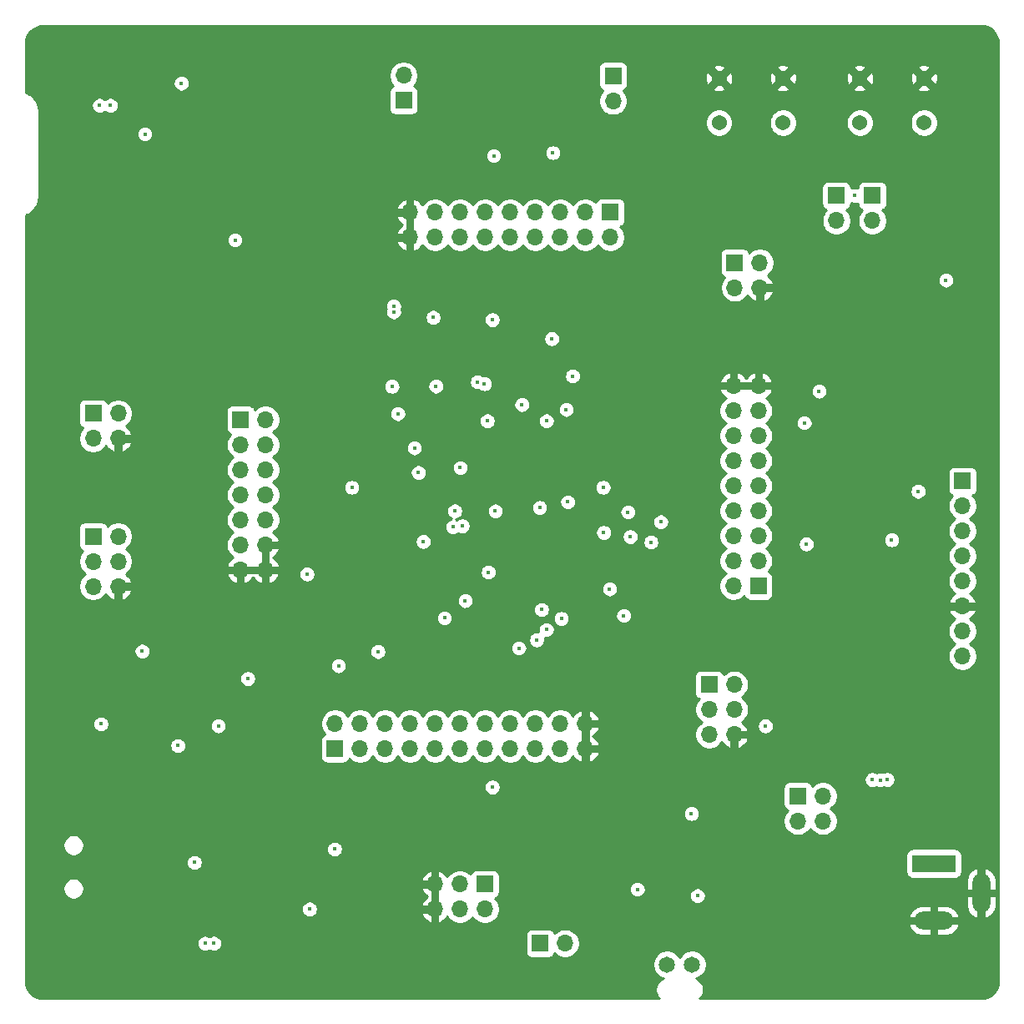
<source format=gbr>
G04 #@! TF.GenerationSoftware,KiCad,Pcbnew,(5.1.8)-1*
G04 #@! TF.CreationDate,2021-10-18T13:10:10-06:00*
G04 #@! TF.ProjectId,SAMduino,53414d64-7569-46e6-9f2e-6b696361645f,rev?*
G04 #@! TF.SameCoordinates,Original*
G04 #@! TF.FileFunction,Copper,L2,Inr*
G04 #@! TF.FilePolarity,Positive*
%FSLAX46Y46*%
G04 Gerber Fmt 4.6, Leading zero omitted, Abs format (unit mm)*
G04 Created by KiCad (PCBNEW (5.1.8)-1) date 2021-10-18 13:10:10*
%MOMM*%
%LPD*%
G01*
G04 APERTURE LIST*
G04 #@! TA.AperFunction,ComponentPad*
%ADD10C,1.540000*%
G04 #@! TD*
G04 #@! TA.AperFunction,ComponentPad*
%ADD11O,1.700000X1.700000*%
G04 #@! TD*
G04 #@! TA.AperFunction,ComponentPad*
%ADD12R,1.700000X1.700000*%
G04 #@! TD*
G04 #@! TA.AperFunction,ComponentPad*
%ADD13C,1.650000*%
G04 #@! TD*
G04 #@! TA.AperFunction,ComponentPad*
%ADD14R,4.400000X1.800000*%
G04 #@! TD*
G04 #@! TA.AperFunction,ComponentPad*
%ADD15O,4.000000X1.800000*%
G04 #@! TD*
G04 #@! TA.AperFunction,ComponentPad*
%ADD16O,1.800000X4.000000*%
G04 #@! TD*
G04 #@! TA.AperFunction,ViaPad*
%ADD17C,0.400000*%
G04 #@! TD*
G04 #@! TA.AperFunction,Conductor*
%ADD18C,0.254000*%
G04 #@! TD*
G04 #@! TA.AperFunction,Conductor*
%ADD19C,0.100000*%
G04 #@! TD*
G04 APERTURE END LIST*
D10*
X104250000Y-57250000D03*
X110750000Y-57250000D03*
X104250000Y-61750000D03*
X110750000Y-61750000D03*
X118550000Y-57250000D03*
X125050000Y-57250000D03*
X118550000Y-61750000D03*
X125050000Y-61750000D03*
D11*
X128950000Y-115880000D03*
X128950000Y-113340000D03*
X128950000Y-110800000D03*
X128950000Y-108260000D03*
X128950000Y-105720000D03*
X128950000Y-103180000D03*
X128950000Y-100640000D03*
D12*
X128950000Y-98100000D03*
D11*
X105790000Y-123830000D03*
X103250000Y-123830000D03*
X105790000Y-121290000D03*
X103250000Y-121290000D03*
X105790000Y-118750000D03*
D12*
X103250000Y-118750000D03*
D11*
X43290000Y-93790000D03*
X40750000Y-93790000D03*
X43290000Y-91250000D03*
D12*
X40750000Y-91250000D03*
D11*
X75420000Y-141540000D03*
X75420000Y-139000000D03*
X77960000Y-141540000D03*
X77960000Y-139000000D03*
X80500000Y-141540000D03*
D12*
X80500000Y-139000000D03*
D11*
X119800000Y-71690000D03*
D12*
X119800000Y-69150000D03*
D11*
X43290000Y-108790000D03*
X40750000Y-108790000D03*
X43290000Y-106250000D03*
X40750000Y-106250000D03*
X43290000Y-103710000D03*
D12*
X40750000Y-103710000D03*
D11*
X108390000Y-78490000D03*
X105850000Y-78490000D03*
X108390000Y-75950000D03*
D12*
X105850000Y-75950000D03*
D11*
X116150000Y-71690000D03*
D12*
X116150000Y-69150000D03*
D11*
X72900000Y-73390000D03*
X72900000Y-70850000D03*
X75440000Y-73390000D03*
X75440000Y-70850000D03*
X77980000Y-73390000D03*
X77980000Y-70850000D03*
X80520000Y-73390000D03*
X80520000Y-70850000D03*
X83060000Y-73390000D03*
X83060000Y-70850000D03*
X85600000Y-73390000D03*
X85600000Y-70850000D03*
X88140000Y-73390000D03*
X88140000Y-70850000D03*
X90680000Y-73390000D03*
X90680000Y-70850000D03*
X93220000Y-73390000D03*
D12*
X93220000Y-70850000D03*
D11*
X105710000Y-88430000D03*
X108250000Y-88430000D03*
X105710000Y-90970000D03*
X108250000Y-90970000D03*
X105710000Y-93510000D03*
X108250000Y-93510000D03*
X105710000Y-96050000D03*
X108250000Y-96050000D03*
X105710000Y-98590000D03*
X108250000Y-98590000D03*
X105710000Y-101130000D03*
X108250000Y-101130000D03*
X105710000Y-103670000D03*
X108250000Y-103670000D03*
X105710000Y-106210000D03*
X108250000Y-106210000D03*
X105710000Y-108750000D03*
D12*
X108250000Y-108750000D03*
D11*
X90700000Y-122710000D03*
X90700000Y-125250000D03*
X88160000Y-122710000D03*
X88160000Y-125250000D03*
X85620000Y-122710000D03*
X85620000Y-125250000D03*
X83080000Y-122710000D03*
X83080000Y-125250000D03*
X80540000Y-122710000D03*
X80540000Y-125250000D03*
X78000000Y-122710000D03*
X78000000Y-125250000D03*
X75460000Y-122710000D03*
X75460000Y-125250000D03*
X72920000Y-122710000D03*
X72920000Y-125250000D03*
X70380000Y-122710000D03*
X70380000Y-125250000D03*
X67840000Y-122710000D03*
X67840000Y-125250000D03*
X65300000Y-122710000D03*
D12*
X65300000Y-125250000D03*
D11*
X58250000Y-107120000D03*
X55710000Y-107120000D03*
X58250000Y-104580000D03*
X55710000Y-104580000D03*
X58250000Y-102040000D03*
X55710000Y-102040000D03*
X58250000Y-99500000D03*
X55710000Y-99500000D03*
X58250000Y-96960000D03*
X55710000Y-96960000D03*
X58250000Y-94420000D03*
X55710000Y-94420000D03*
X58250000Y-91880000D03*
D12*
X55710000Y-91880000D03*
D11*
X93500000Y-59540000D03*
D12*
X93500000Y-57000000D03*
D11*
X72250000Y-56960000D03*
D12*
X72250000Y-59500000D03*
D13*
X101520000Y-147150000D03*
X98980000Y-147150000D03*
D11*
X88640000Y-145000000D03*
D12*
X86100000Y-145000000D03*
D11*
X114790000Y-132590000D03*
X112250000Y-132590000D03*
X114790000Y-130050000D03*
D12*
X112250000Y-130050000D03*
D14*
X126050000Y-136900000D03*
D15*
X126050000Y-142700000D03*
D16*
X130850000Y-139900000D03*
D17*
X41250000Y-141500000D03*
X35750000Y-141500000D03*
X41250000Y-132750000D03*
X35750000Y-132750000D03*
X121300000Y-133400000D03*
X129800000Y-127650000D03*
X125800000Y-127650000D03*
X129800000Y-124150000D03*
X125800000Y-124150000D03*
X99750000Y-136250000D03*
X106975000Y-137275000D03*
X105725000Y-135775000D03*
X95750000Y-137500000D03*
X49612500Y-140387500D03*
X73750000Y-98750000D03*
X77750000Y-112750000D03*
X70750000Y-103500000D03*
X70750000Y-106500000D03*
X76750000Y-97750000D03*
X76750000Y-99750000D03*
X74000000Y-96250000D03*
X70500000Y-97250000D03*
X82750000Y-81750000D03*
X86750000Y-89500000D03*
X89750000Y-96250000D03*
X89750000Y-99250000D03*
X95250000Y-99000000D03*
X89750000Y-102750000D03*
X76470000Y-82530000D03*
X44250000Y-118050000D03*
X50555000Y-124145000D03*
X80750000Y-89350000D03*
X36050000Y-61100000D03*
X36050000Y-68350000D03*
X37650000Y-66050000D03*
X53350000Y-57750000D03*
X115000000Y-84500000D03*
X83749994Y-112600000D03*
X127275000Y-87225000D03*
X78750000Y-107550000D03*
X115125000Y-146775000D03*
X91900000Y-90099998D03*
X71500000Y-112925000D03*
X71400000Y-110025000D03*
X66000000Y-111375000D03*
X67475000Y-90950000D03*
X73075000Y-87725000D03*
X77400000Y-89550000D03*
X76825000Y-91900000D03*
X121300000Y-128400000D03*
X119800000Y-128400000D03*
X95975000Y-139525000D03*
X62712500Y-141537500D03*
X67000000Y-98750000D03*
X73750000Y-97250000D03*
X78500000Y-110250000D03*
X74250000Y-104250000D03*
X81250000Y-81750000D03*
X86750000Y-92000000D03*
X92500000Y-98750000D03*
X80750000Y-92000000D03*
X45725000Y-115375000D03*
X41550000Y-122750000D03*
X65250000Y-135450000D03*
X127275000Y-77725000D03*
X118000000Y-69150000D03*
X124450000Y-99150000D03*
X121775000Y-104075000D03*
X120600000Y-128435000D03*
X51025002Y-136799998D03*
X75525000Y-88475000D03*
X42500000Y-60000000D03*
X41400000Y-60000000D03*
X52100000Y-145000000D03*
X53000000Y-145000000D03*
X78000000Y-96750000D03*
X75250000Y-81500000D03*
X46000000Y-62900000D03*
X84250000Y-90350000D03*
X89400000Y-87450000D03*
X81400000Y-65100000D03*
X87400000Y-64800000D03*
X71075000Y-88500000D03*
X71250000Y-80950000D03*
X79749983Y-88049983D03*
X71250000Y-80350000D03*
X80450000Y-88250000D03*
X87285010Y-83664990D03*
X88750000Y-90850000D03*
X112900000Y-92200000D03*
X93150000Y-109050000D03*
X88900000Y-100225000D03*
X95000000Y-101250000D03*
X86050000Y-100800000D03*
X55150000Y-73650000D03*
X49700000Y-57750000D03*
X71675000Y-91274998D03*
X114400000Y-89000000D03*
X98349999Y-102250001D03*
X94575000Y-111750000D03*
X101450000Y-131850000D03*
X102075000Y-140175000D03*
X92552578Y-103324990D03*
X95250000Y-103750000D03*
X97349990Y-104300010D03*
X108950000Y-122950000D03*
X81250012Y-129149988D03*
X113100000Y-104500000D03*
X88250000Y-112050000D03*
X49350000Y-124950000D03*
X86750000Y-113175000D03*
X86250000Y-111150000D03*
X53450000Y-122950000D03*
X85750000Y-114225000D03*
X83950000Y-115050000D03*
X65650000Y-116850000D03*
X80850000Y-107350000D03*
X69650000Y-115400000D03*
X76400000Y-112000000D03*
X78200000Y-102650000D03*
X56450000Y-118150000D03*
X77250000Y-102750000D03*
X81550000Y-101150000D03*
X77450000Y-101150000D03*
X62450000Y-107550000D03*
X73350000Y-94750000D03*
D18*
X131106775Y-51948147D02*
X131449967Y-52051763D01*
X131766489Y-52220062D01*
X132044299Y-52446637D01*
X132272806Y-52722856D01*
X132443310Y-53038197D01*
X132549319Y-53380656D01*
X132590001Y-53767722D01*
X132590000Y-148717721D01*
X132551853Y-149106776D01*
X132448238Y-149449964D01*
X132279939Y-149766489D01*
X132053365Y-150044296D01*
X131777146Y-150272805D01*
X131461803Y-150443310D01*
X131119344Y-150549319D01*
X130732288Y-150590000D01*
X102295844Y-150590000D01*
X102440450Y-150445394D01*
X102570134Y-150251308D01*
X102659461Y-150035652D01*
X102705000Y-149806712D01*
X102705000Y-149573288D01*
X102659461Y-149344348D01*
X102570134Y-149128692D01*
X102440450Y-148934606D01*
X102275394Y-148769550D01*
X102081308Y-148639866D01*
X101897146Y-148563584D01*
X101945866Y-148553893D01*
X102211569Y-148443835D01*
X102450696Y-148284056D01*
X102654056Y-148080696D01*
X102813835Y-147841569D01*
X102923893Y-147575866D01*
X102980000Y-147293797D01*
X102980000Y-147006203D01*
X102923893Y-146724134D01*
X102813835Y-146458431D01*
X102654056Y-146219304D01*
X102450696Y-146015944D01*
X102211569Y-145856165D01*
X101945866Y-145746107D01*
X101663797Y-145690000D01*
X101376203Y-145690000D01*
X101094134Y-145746107D01*
X100828431Y-145856165D01*
X100589304Y-146015944D01*
X100385944Y-146219304D01*
X100250000Y-146422759D01*
X100114056Y-146219304D01*
X99910696Y-146015944D01*
X99671569Y-145856165D01*
X99405866Y-145746107D01*
X99123797Y-145690000D01*
X98836203Y-145690000D01*
X98554134Y-145746107D01*
X98288431Y-145856165D01*
X98049304Y-146015944D01*
X97845944Y-146219304D01*
X97686165Y-146458431D01*
X97576107Y-146724134D01*
X97520000Y-147006203D01*
X97520000Y-147293797D01*
X97576107Y-147575866D01*
X97686165Y-147841569D01*
X97845944Y-148080696D01*
X98049304Y-148284056D01*
X98288431Y-148443835D01*
X98554134Y-148553893D01*
X98602854Y-148563584D01*
X98418692Y-148639866D01*
X98224606Y-148769550D01*
X98059550Y-148934606D01*
X97929866Y-149128692D01*
X97840539Y-149344348D01*
X97795000Y-149573288D01*
X97795000Y-149806712D01*
X97840539Y-150035652D01*
X97929866Y-150251308D01*
X98059550Y-150445394D01*
X98204156Y-150590000D01*
X35782279Y-150590000D01*
X35393224Y-150551853D01*
X35050036Y-150448238D01*
X34733511Y-150279939D01*
X34455704Y-150053365D01*
X34227195Y-149777146D01*
X34056690Y-149461803D01*
X33950681Y-149119344D01*
X33910000Y-148732288D01*
X33910000Y-144917760D01*
X51265000Y-144917760D01*
X51265000Y-145082240D01*
X51297089Y-145243560D01*
X51360033Y-145395521D01*
X51451413Y-145532281D01*
X51567719Y-145648587D01*
X51704479Y-145739967D01*
X51856440Y-145802911D01*
X52017760Y-145835000D01*
X52182240Y-145835000D01*
X52343560Y-145802911D01*
X52495521Y-145739967D01*
X52550000Y-145703565D01*
X52604479Y-145739967D01*
X52756440Y-145802911D01*
X52917760Y-145835000D01*
X53082240Y-145835000D01*
X53243560Y-145802911D01*
X53395521Y-145739967D01*
X53532281Y-145648587D01*
X53648587Y-145532281D01*
X53739967Y-145395521D01*
X53802911Y-145243560D01*
X53835000Y-145082240D01*
X53835000Y-144917760D01*
X53802911Y-144756440D01*
X53739967Y-144604479D01*
X53648587Y-144467719D01*
X53532281Y-144351413D01*
X53395521Y-144260033D01*
X53243560Y-144197089D01*
X53082240Y-144165000D01*
X52917760Y-144165000D01*
X52756440Y-144197089D01*
X52604479Y-144260033D01*
X52550000Y-144296435D01*
X52495521Y-144260033D01*
X52343560Y-144197089D01*
X52182240Y-144165000D01*
X52017760Y-144165000D01*
X51856440Y-144197089D01*
X51704479Y-144260033D01*
X51567719Y-144351413D01*
X51451413Y-144467719D01*
X51360033Y-144604479D01*
X51297089Y-144756440D01*
X51265000Y-144917760D01*
X33910000Y-144917760D01*
X33910000Y-144150000D01*
X84611928Y-144150000D01*
X84611928Y-145850000D01*
X84624188Y-145974482D01*
X84660498Y-146094180D01*
X84719463Y-146204494D01*
X84798815Y-146301185D01*
X84895506Y-146380537D01*
X85005820Y-146439502D01*
X85125518Y-146475812D01*
X85250000Y-146488072D01*
X86950000Y-146488072D01*
X87074482Y-146475812D01*
X87194180Y-146439502D01*
X87304494Y-146380537D01*
X87401185Y-146301185D01*
X87480537Y-146204494D01*
X87539502Y-146094180D01*
X87561513Y-146021620D01*
X87693368Y-146153475D01*
X87936589Y-146315990D01*
X88206842Y-146427932D01*
X88493740Y-146485000D01*
X88786260Y-146485000D01*
X89073158Y-146427932D01*
X89343411Y-146315990D01*
X89586632Y-146153475D01*
X89793475Y-145946632D01*
X89955990Y-145703411D01*
X90067932Y-145433158D01*
X90125000Y-145146260D01*
X90125000Y-144853740D01*
X90067932Y-144566842D01*
X89955990Y-144296589D01*
X89793475Y-144053368D01*
X89586632Y-143846525D01*
X89343411Y-143684010D01*
X89073158Y-143572068D01*
X88786260Y-143515000D01*
X88493740Y-143515000D01*
X88206842Y-143572068D01*
X87936589Y-143684010D01*
X87693368Y-143846525D01*
X87561513Y-143978380D01*
X87539502Y-143905820D01*
X87480537Y-143795506D01*
X87401185Y-143698815D01*
X87304494Y-143619463D01*
X87194180Y-143560498D01*
X87074482Y-143524188D01*
X86950000Y-143511928D01*
X85250000Y-143511928D01*
X85125518Y-143524188D01*
X85005820Y-143560498D01*
X84895506Y-143619463D01*
X84798815Y-143698815D01*
X84719463Y-143795506D01*
X84660498Y-143905820D01*
X84624188Y-144025518D01*
X84611928Y-144150000D01*
X33910000Y-144150000D01*
X33910000Y-143205938D01*
X123500776Y-143205938D01*
X123522023Y-143325810D01*
X123671551Y-143592370D01*
X123870209Y-143824636D01*
X124110362Y-144013683D01*
X124382782Y-144152246D01*
X124677000Y-144235000D01*
X125777000Y-144235000D01*
X125777000Y-142973000D01*
X126323000Y-142973000D01*
X126323000Y-144235000D01*
X127423000Y-144235000D01*
X127717218Y-144152246D01*
X127989638Y-144013683D01*
X128229791Y-143824636D01*
X128428449Y-143592370D01*
X128577977Y-143325810D01*
X128599224Y-143205938D01*
X128498901Y-142973000D01*
X126323000Y-142973000D01*
X125777000Y-142973000D01*
X123601099Y-142973000D01*
X123500776Y-143205938D01*
X33910000Y-143205938D01*
X33910000Y-141455260D01*
X61877500Y-141455260D01*
X61877500Y-141619740D01*
X61909589Y-141781060D01*
X61972533Y-141933021D01*
X62063913Y-142069781D01*
X62180219Y-142186087D01*
X62316979Y-142277467D01*
X62468940Y-142340411D01*
X62630260Y-142372500D01*
X62794740Y-142372500D01*
X62956060Y-142340411D01*
X63108021Y-142277467D01*
X63244781Y-142186087D01*
X63361087Y-142069781D01*
X63382331Y-142037986D01*
X74020977Y-142037986D01*
X74145011Y-142301353D01*
X74318042Y-142535462D01*
X74533421Y-142731316D01*
X74782871Y-142881388D01*
X74922015Y-142939012D01*
X75147000Y-142837848D01*
X75147000Y-141813000D01*
X74119049Y-141813000D01*
X74020977Y-142037986D01*
X63382331Y-142037986D01*
X63452467Y-141933021D01*
X63515411Y-141781060D01*
X63547500Y-141619740D01*
X63547500Y-141455260D01*
X63515411Y-141293940D01*
X63452467Y-141141979D01*
X63361087Y-141005219D01*
X63244781Y-140888913D01*
X63108021Y-140797533D01*
X62956060Y-140734589D01*
X62794740Y-140702500D01*
X62630260Y-140702500D01*
X62468940Y-140734589D01*
X62316979Y-140797533D01*
X62180219Y-140888913D01*
X62063913Y-141005219D01*
X61972533Y-141141979D01*
X61909589Y-141293940D01*
X61877500Y-141455260D01*
X33910000Y-141455260D01*
X33910000Y-139343137D01*
X37665000Y-139343137D01*
X37665000Y-139556863D01*
X37706696Y-139766483D01*
X37788485Y-139963940D01*
X37907225Y-140141647D01*
X38058353Y-140292775D01*
X38236060Y-140411515D01*
X38433517Y-140493304D01*
X38643137Y-140535000D01*
X38856863Y-140535000D01*
X39066483Y-140493304D01*
X39263940Y-140411515D01*
X39441647Y-140292775D01*
X39592775Y-140141647D01*
X39711515Y-139963940D01*
X39793304Y-139766483D01*
X39835000Y-139556863D01*
X39835000Y-139497986D01*
X74020977Y-139497986D01*
X74145011Y-139761353D01*
X74318042Y-139995462D01*
X74533421Y-140191316D01*
X74664210Y-140270000D01*
X74533421Y-140348684D01*
X74318042Y-140544538D01*
X74145011Y-140778647D01*
X74020977Y-141042014D01*
X74119049Y-141267000D01*
X75147000Y-141267000D01*
X75147000Y-139273000D01*
X74119049Y-139273000D01*
X74020977Y-139497986D01*
X39835000Y-139497986D01*
X39835000Y-139343137D01*
X39793304Y-139133517D01*
X39711515Y-138936060D01*
X39592775Y-138758353D01*
X39441647Y-138607225D01*
X39284188Y-138502014D01*
X74020977Y-138502014D01*
X74119049Y-138727000D01*
X75147000Y-138727000D01*
X75147000Y-137702152D01*
X75693000Y-137702152D01*
X75693000Y-138727000D01*
X75713000Y-138727000D01*
X75713000Y-139273000D01*
X75693000Y-139273000D01*
X75693000Y-141267000D01*
X75713000Y-141267000D01*
X75713000Y-141813000D01*
X75693000Y-141813000D01*
X75693000Y-142837848D01*
X75917985Y-142939012D01*
X76057129Y-142881388D01*
X76306579Y-142731316D01*
X76521958Y-142535462D01*
X76688548Y-142310067D01*
X76806525Y-142486632D01*
X77013368Y-142693475D01*
X77256589Y-142855990D01*
X77526842Y-142967932D01*
X77813740Y-143025000D01*
X78106260Y-143025000D01*
X78393158Y-142967932D01*
X78663411Y-142855990D01*
X78906632Y-142693475D01*
X79113475Y-142486632D01*
X79230000Y-142312240D01*
X79346525Y-142486632D01*
X79553368Y-142693475D01*
X79796589Y-142855990D01*
X80066842Y-142967932D01*
X80353740Y-143025000D01*
X80646260Y-143025000D01*
X80933158Y-142967932D01*
X81203411Y-142855990D01*
X81446632Y-142693475D01*
X81653475Y-142486632D01*
X81815990Y-142243411D01*
X81836430Y-142194062D01*
X123500776Y-142194062D01*
X123601099Y-142427000D01*
X125777000Y-142427000D01*
X125777000Y-141165000D01*
X126323000Y-141165000D01*
X126323000Y-142427000D01*
X128498901Y-142427000D01*
X128599224Y-142194062D01*
X128577977Y-142074190D01*
X128428449Y-141807630D01*
X128229791Y-141575364D01*
X127989638Y-141386317D01*
X127717218Y-141247754D01*
X127423000Y-141165000D01*
X126323000Y-141165000D01*
X125777000Y-141165000D01*
X124677000Y-141165000D01*
X124382782Y-141247754D01*
X124110362Y-141386317D01*
X123870209Y-141575364D01*
X123671551Y-141807630D01*
X123522023Y-142074190D01*
X123500776Y-142194062D01*
X81836430Y-142194062D01*
X81927932Y-141973158D01*
X81985000Y-141686260D01*
X81985000Y-141393740D01*
X81927932Y-141106842D01*
X81815990Y-140836589D01*
X81653475Y-140593368D01*
X81521620Y-140461513D01*
X81594180Y-140439502D01*
X81704494Y-140380537D01*
X81801185Y-140301185D01*
X81880537Y-140204494D01*
X81939502Y-140094180D01*
X81975812Y-139974482D01*
X81988072Y-139850000D01*
X81988072Y-139442760D01*
X95140000Y-139442760D01*
X95140000Y-139607240D01*
X95172089Y-139768560D01*
X95235033Y-139920521D01*
X95326413Y-140057281D01*
X95442719Y-140173587D01*
X95579479Y-140264967D01*
X95731440Y-140327911D01*
X95892760Y-140360000D01*
X96057240Y-140360000D01*
X96218560Y-140327911D01*
X96370521Y-140264967D01*
X96507281Y-140173587D01*
X96588108Y-140092760D01*
X101240000Y-140092760D01*
X101240000Y-140257240D01*
X101272089Y-140418560D01*
X101335033Y-140570521D01*
X101426413Y-140707281D01*
X101542719Y-140823587D01*
X101679479Y-140914967D01*
X101831440Y-140977911D01*
X101992760Y-141010000D01*
X102157240Y-141010000D01*
X102318560Y-140977911D01*
X102470521Y-140914967D01*
X102607281Y-140823587D01*
X102723587Y-140707281D01*
X102814967Y-140570521D01*
X102877911Y-140418560D01*
X102910000Y-140257240D01*
X102910000Y-140173000D01*
X129315000Y-140173000D01*
X129315000Y-141273000D01*
X129397754Y-141567218D01*
X129536317Y-141839638D01*
X129725364Y-142079791D01*
X129957630Y-142278449D01*
X130224190Y-142427977D01*
X130344062Y-142449224D01*
X130577000Y-142348901D01*
X130577000Y-140173000D01*
X131123000Y-140173000D01*
X131123000Y-142348901D01*
X131355938Y-142449224D01*
X131475810Y-142427977D01*
X131742370Y-142278449D01*
X131974636Y-142079791D01*
X132163683Y-141839638D01*
X132302246Y-141567218D01*
X132385000Y-141273000D01*
X132385000Y-140173000D01*
X131123000Y-140173000D01*
X130577000Y-140173000D01*
X129315000Y-140173000D01*
X102910000Y-140173000D01*
X102910000Y-140092760D01*
X102877911Y-139931440D01*
X102814967Y-139779479D01*
X102723587Y-139642719D01*
X102607281Y-139526413D01*
X102470521Y-139435033D01*
X102318560Y-139372089D01*
X102157240Y-139340000D01*
X101992760Y-139340000D01*
X101831440Y-139372089D01*
X101679479Y-139435033D01*
X101542719Y-139526413D01*
X101426413Y-139642719D01*
X101335033Y-139779479D01*
X101272089Y-139931440D01*
X101240000Y-140092760D01*
X96588108Y-140092760D01*
X96623587Y-140057281D01*
X96714967Y-139920521D01*
X96777911Y-139768560D01*
X96810000Y-139607240D01*
X96810000Y-139442760D01*
X96777911Y-139281440D01*
X96714967Y-139129479D01*
X96623587Y-138992719D01*
X96507281Y-138876413D01*
X96370521Y-138785033D01*
X96218560Y-138722089D01*
X96057240Y-138690000D01*
X95892760Y-138690000D01*
X95731440Y-138722089D01*
X95579479Y-138785033D01*
X95442719Y-138876413D01*
X95326413Y-138992719D01*
X95235033Y-139129479D01*
X95172089Y-139281440D01*
X95140000Y-139442760D01*
X81988072Y-139442760D01*
X81988072Y-138527000D01*
X129315000Y-138527000D01*
X129315000Y-139627000D01*
X130577000Y-139627000D01*
X130577000Y-137451099D01*
X131123000Y-137451099D01*
X131123000Y-139627000D01*
X132385000Y-139627000D01*
X132385000Y-138527000D01*
X132302246Y-138232782D01*
X132163683Y-137960362D01*
X131974636Y-137720209D01*
X131742370Y-137521551D01*
X131475810Y-137372023D01*
X131355938Y-137350776D01*
X131123000Y-137451099D01*
X130577000Y-137451099D01*
X130344062Y-137350776D01*
X130224190Y-137372023D01*
X129957630Y-137521551D01*
X129725364Y-137720209D01*
X129536317Y-137960362D01*
X129397754Y-138232782D01*
X129315000Y-138527000D01*
X81988072Y-138527000D01*
X81988072Y-138150000D01*
X81975812Y-138025518D01*
X81939502Y-137905820D01*
X81880537Y-137795506D01*
X81801185Y-137698815D01*
X81704494Y-137619463D01*
X81594180Y-137560498D01*
X81474482Y-137524188D01*
X81350000Y-137511928D01*
X79650000Y-137511928D01*
X79525518Y-137524188D01*
X79405820Y-137560498D01*
X79295506Y-137619463D01*
X79198815Y-137698815D01*
X79119463Y-137795506D01*
X79060498Y-137905820D01*
X79038487Y-137978380D01*
X78906632Y-137846525D01*
X78663411Y-137684010D01*
X78393158Y-137572068D01*
X78106260Y-137515000D01*
X77813740Y-137515000D01*
X77526842Y-137572068D01*
X77256589Y-137684010D01*
X77013368Y-137846525D01*
X76806525Y-138053368D01*
X76688548Y-138229933D01*
X76521958Y-138004538D01*
X76306579Y-137808684D01*
X76057129Y-137658612D01*
X75917985Y-137600988D01*
X75693000Y-137702152D01*
X75147000Y-137702152D01*
X74922015Y-137600988D01*
X74782871Y-137658612D01*
X74533421Y-137808684D01*
X74318042Y-138004538D01*
X74145011Y-138238647D01*
X74020977Y-138502014D01*
X39284188Y-138502014D01*
X39263940Y-138488485D01*
X39066483Y-138406696D01*
X38856863Y-138365000D01*
X38643137Y-138365000D01*
X38433517Y-138406696D01*
X38236060Y-138488485D01*
X38058353Y-138607225D01*
X37907225Y-138758353D01*
X37788485Y-138936060D01*
X37706696Y-139133517D01*
X37665000Y-139343137D01*
X33910000Y-139343137D01*
X33910000Y-136717758D01*
X50190002Y-136717758D01*
X50190002Y-136882238D01*
X50222091Y-137043558D01*
X50285035Y-137195519D01*
X50376415Y-137332279D01*
X50492721Y-137448585D01*
X50629481Y-137539965D01*
X50781442Y-137602909D01*
X50942762Y-137634998D01*
X51107242Y-137634998D01*
X51268562Y-137602909D01*
X51420523Y-137539965D01*
X51557283Y-137448585D01*
X51673589Y-137332279D01*
X51764969Y-137195519D01*
X51827913Y-137043558D01*
X51860002Y-136882238D01*
X51860002Y-136717758D01*
X51827913Y-136556438D01*
X51764969Y-136404477D01*
X51673589Y-136267717D01*
X51557283Y-136151411D01*
X51420523Y-136060031D01*
X51268562Y-135997087D01*
X51107242Y-135964998D01*
X50942762Y-135964998D01*
X50781442Y-135997087D01*
X50629481Y-136060031D01*
X50492721Y-136151411D01*
X50376415Y-136267717D01*
X50285035Y-136404477D01*
X50222091Y-136556438D01*
X50190002Y-136717758D01*
X33910000Y-136717758D01*
X33910000Y-134943137D01*
X37665000Y-134943137D01*
X37665000Y-135156863D01*
X37706696Y-135366483D01*
X37788485Y-135563940D01*
X37907225Y-135741647D01*
X38058353Y-135892775D01*
X38236060Y-136011515D01*
X38433517Y-136093304D01*
X38643137Y-136135000D01*
X38856863Y-136135000D01*
X39066483Y-136093304D01*
X39263940Y-136011515D01*
X39441647Y-135892775D01*
X39592775Y-135741647D01*
X39711515Y-135563940D01*
X39792775Y-135367760D01*
X64415000Y-135367760D01*
X64415000Y-135532240D01*
X64447089Y-135693560D01*
X64510033Y-135845521D01*
X64601413Y-135982281D01*
X64717719Y-136098587D01*
X64854479Y-136189967D01*
X65006440Y-136252911D01*
X65167760Y-136285000D01*
X65332240Y-136285000D01*
X65493560Y-136252911D01*
X65645521Y-136189967D01*
X65782281Y-136098587D01*
X65880868Y-136000000D01*
X123211928Y-136000000D01*
X123211928Y-137800000D01*
X123224188Y-137924482D01*
X123260498Y-138044180D01*
X123319463Y-138154494D01*
X123398815Y-138251185D01*
X123495506Y-138330537D01*
X123605820Y-138389502D01*
X123725518Y-138425812D01*
X123850000Y-138438072D01*
X128250000Y-138438072D01*
X128374482Y-138425812D01*
X128494180Y-138389502D01*
X128604494Y-138330537D01*
X128701185Y-138251185D01*
X128780537Y-138154494D01*
X128839502Y-138044180D01*
X128875812Y-137924482D01*
X128888072Y-137800000D01*
X128888072Y-136000000D01*
X128875812Y-135875518D01*
X128839502Y-135755820D01*
X128780537Y-135645506D01*
X128701185Y-135548815D01*
X128604494Y-135469463D01*
X128494180Y-135410498D01*
X128374482Y-135374188D01*
X128250000Y-135361928D01*
X123850000Y-135361928D01*
X123725518Y-135374188D01*
X123605820Y-135410498D01*
X123495506Y-135469463D01*
X123398815Y-135548815D01*
X123319463Y-135645506D01*
X123260498Y-135755820D01*
X123224188Y-135875518D01*
X123211928Y-136000000D01*
X65880868Y-136000000D01*
X65898587Y-135982281D01*
X65989967Y-135845521D01*
X66052911Y-135693560D01*
X66085000Y-135532240D01*
X66085000Y-135367760D01*
X66052911Y-135206440D01*
X65989967Y-135054479D01*
X65898587Y-134917719D01*
X65782281Y-134801413D01*
X65645521Y-134710033D01*
X65493560Y-134647089D01*
X65332240Y-134615000D01*
X65167760Y-134615000D01*
X65006440Y-134647089D01*
X64854479Y-134710033D01*
X64717719Y-134801413D01*
X64601413Y-134917719D01*
X64510033Y-135054479D01*
X64447089Y-135206440D01*
X64415000Y-135367760D01*
X39792775Y-135367760D01*
X39793304Y-135366483D01*
X39835000Y-135156863D01*
X39835000Y-134943137D01*
X39793304Y-134733517D01*
X39711515Y-134536060D01*
X39592775Y-134358353D01*
X39441647Y-134207225D01*
X39263940Y-134088485D01*
X39066483Y-134006696D01*
X38856863Y-133965000D01*
X38643137Y-133965000D01*
X38433517Y-134006696D01*
X38236060Y-134088485D01*
X38058353Y-134207225D01*
X37907225Y-134358353D01*
X37788485Y-134536060D01*
X37706696Y-134733517D01*
X37665000Y-134943137D01*
X33910000Y-134943137D01*
X33910000Y-131767760D01*
X100615000Y-131767760D01*
X100615000Y-131932240D01*
X100647089Y-132093560D01*
X100710033Y-132245521D01*
X100801413Y-132382281D01*
X100917719Y-132498587D01*
X101054479Y-132589967D01*
X101206440Y-132652911D01*
X101367760Y-132685000D01*
X101532240Y-132685000D01*
X101693560Y-132652911D01*
X101845521Y-132589967D01*
X101982281Y-132498587D01*
X102098587Y-132382281D01*
X102189967Y-132245521D01*
X102252911Y-132093560D01*
X102285000Y-131932240D01*
X102285000Y-131767760D01*
X102252911Y-131606440D01*
X102189967Y-131454479D01*
X102098587Y-131317719D01*
X101982281Y-131201413D01*
X101845521Y-131110033D01*
X101693560Y-131047089D01*
X101532240Y-131015000D01*
X101367760Y-131015000D01*
X101206440Y-131047089D01*
X101054479Y-131110033D01*
X100917719Y-131201413D01*
X100801413Y-131317719D01*
X100710033Y-131454479D01*
X100647089Y-131606440D01*
X100615000Y-131767760D01*
X33910000Y-131767760D01*
X33910000Y-129067748D01*
X80415012Y-129067748D01*
X80415012Y-129232228D01*
X80447101Y-129393548D01*
X80510045Y-129545509D01*
X80601425Y-129682269D01*
X80717731Y-129798575D01*
X80854491Y-129889955D01*
X81006452Y-129952899D01*
X81167772Y-129984988D01*
X81332252Y-129984988D01*
X81493572Y-129952899D01*
X81645533Y-129889955D01*
X81782293Y-129798575D01*
X81898599Y-129682269D01*
X81989979Y-129545509D01*
X82052923Y-129393548D01*
X82085012Y-129232228D01*
X82085012Y-129200000D01*
X110761928Y-129200000D01*
X110761928Y-130900000D01*
X110774188Y-131024482D01*
X110810498Y-131144180D01*
X110869463Y-131254494D01*
X110948815Y-131351185D01*
X111045506Y-131430537D01*
X111155820Y-131489502D01*
X111228380Y-131511513D01*
X111096525Y-131643368D01*
X110934010Y-131886589D01*
X110822068Y-132156842D01*
X110765000Y-132443740D01*
X110765000Y-132736260D01*
X110822068Y-133023158D01*
X110934010Y-133293411D01*
X111096525Y-133536632D01*
X111303368Y-133743475D01*
X111546589Y-133905990D01*
X111816842Y-134017932D01*
X112103740Y-134075000D01*
X112396260Y-134075000D01*
X112683158Y-134017932D01*
X112953411Y-133905990D01*
X113196632Y-133743475D01*
X113403475Y-133536632D01*
X113520000Y-133362240D01*
X113636525Y-133536632D01*
X113843368Y-133743475D01*
X114086589Y-133905990D01*
X114356842Y-134017932D01*
X114643740Y-134075000D01*
X114936260Y-134075000D01*
X115223158Y-134017932D01*
X115493411Y-133905990D01*
X115736632Y-133743475D01*
X115943475Y-133536632D01*
X116105990Y-133293411D01*
X116217932Y-133023158D01*
X116275000Y-132736260D01*
X116275000Y-132443740D01*
X116217932Y-132156842D01*
X116105990Y-131886589D01*
X115943475Y-131643368D01*
X115736632Y-131436525D01*
X115562240Y-131320000D01*
X115736632Y-131203475D01*
X115943475Y-130996632D01*
X116105990Y-130753411D01*
X116217932Y-130483158D01*
X116275000Y-130196260D01*
X116275000Y-129903740D01*
X116217932Y-129616842D01*
X116105990Y-129346589D01*
X115943475Y-129103368D01*
X115736632Y-128896525D01*
X115493411Y-128734010D01*
X115223158Y-128622068D01*
X114936260Y-128565000D01*
X114643740Y-128565000D01*
X114356842Y-128622068D01*
X114086589Y-128734010D01*
X113843368Y-128896525D01*
X113711513Y-129028380D01*
X113689502Y-128955820D01*
X113630537Y-128845506D01*
X113551185Y-128748815D01*
X113454494Y-128669463D01*
X113344180Y-128610498D01*
X113224482Y-128574188D01*
X113100000Y-128561928D01*
X111400000Y-128561928D01*
X111275518Y-128574188D01*
X111155820Y-128610498D01*
X111045506Y-128669463D01*
X110948815Y-128748815D01*
X110869463Y-128845506D01*
X110810498Y-128955820D01*
X110774188Y-129075518D01*
X110761928Y-129200000D01*
X82085012Y-129200000D01*
X82085012Y-129067748D01*
X82052923Y-128906428D01*
X81989979Y-128754467D01*
X81898599Y-128617707D01*
X81782293Y-128501401D01*
X81645533Y-128410021D01*
X81493572Y-128347077D01*
X81346188Y-128317760D01*
X118965000Y-128317760D01*
X118965000Y-128482240D01*
X118997089Y-128643560D01*
X119060033Y-128795521D01*
X119151413Y-128932281D01*
X119267719Y-129048587D01*
X119404479Y-129139967D01*
X119556440Y-129202911D01*
X119717760Y-129235000D01*
X119882240Y-129235000D01*
X120043560Y-129202911D01*
X120168715Y-129151070D01*
X120204479Y-129174967D01*
X120356440Y-129237911D01*
X120517760Y-129270000D01*
X120682240Y-129270000D01*
X120843560Y-129237911D01*
X120992249Y-129176322D01*
X121056440Y-129202911D01*
X121217760Y-129235000D01*
X121382240Y-129235000D01*
X121543560Y-129202911D01*
X121695521Y-129139967D01*
X121832281Y-129048587D01*
X121948587Y-128932281D01*
X122039967Y-128795521D01*
X122102911Y-128643560D01*
X122135000Y-128482240D01*
X122135000Y-128317760D01*
X122102911Y-128156440D01*
X122039967Y-128004479D01*
X121948587Y-127867719D01*
X121832281Y-127751413D01*
X121695521Y-127660033D01*
X121543560Y-127597089D01*
X121382240Y-127565000D01*
X121217760Y-127565000D01*
X121056440Y-127597089D01*
X120907751Y-127658678D01*
X120843560Y-127632089D01*
X120682240Y-127600000D01*
X120517760Y-127600000D01*
X120356440Y-127632089D01*
X120231285Y-127683930D01*
X120195521Y-127660033D01*
X120043560Y-127597089D01*
X119882240Y-127565000D01*
X119717760Y-127565000D01*
X119556440Y-127597089D01*
X119404479Y-127660033D01*
X119267719Y-127751413D01*
X119151413Y-127867719D01*
X119060033Y-128004479D01*
X118997089Y-128156440D01*
X118965000Y-128317760D01*
X81346188Y-128317760D01*
X81332252Y-128314988D01*
X81167772Y-128314988D01*
X81006452Y-128347077D01*
X80854491Y-128410021D01*
X80717731Y-128501401D01*
X80601425Y-128617707D01*
X80510045Y-128754467D01*
X80447101Y-128906428D01*
X80415012Y-129067748D01*
X33910000Y-129067748D01*
X33910000Y-124867760D01*
X48515000Y-124867760D01*
X48515000Y-125032240D01*
X48547089Y-125193560D01*
X48610033Y-125345521D01*
X48701413Y-125482281D01*
X48817719Y-125598587D01*
X48954479Y-125689967D01*
X49106440Y-125752911D01*
X49267760Y-125785000D01*
X49432240Y-125785000D01*
X49593560Y-125752911D01*
X49745521Y-125689967D01*
X49882281Y-125598587D01*
X49998587Y-125482281D01*
X50089967Y-125345521D01*
X50152911Y-125193560D01*
X50185000Y-125032240D01*
X50185000Y-124867760D01*
X50152911Y-124706440D01*
X50089967Y-124554479D01*
X49998587Y-124417719D01*
X49980868Y-124400000D01*
X63811928Y-124400000D01*
X63811928Y-126100000D01*
X63824188Y-126224482D01*
X63860498Y-126344180D01*
X63919463Y-126454494D01*
X63998815Y-126551185D01*
X64095506Y-126630537D01*
X64205820Y-126689502D01*
X64325518Y-126725812D01*
X64450000Y-126738072D01*
X66150000Y-126738072D01*
X66274482Y-126725812D01*
X66394180Y-126689502D01*
X66504494Y-126630537D01*
X66601185Y-126551185D01*
X66680537Y-126454494D01*
X66739502Y-126344180D01*
X66761513Y-126271620D01*
X66893368Y-126403475D01*
X67136589Y-126565990D01*
X67406842Y-126677932D01*
X67693740Y-126735000D01*
X67986260Y-126735000D01*
X68273158Y-126677932D01*
X68543411Y-126565990D01*
X68786632Y-126403475D01*
X68993475Y-126196632D01*
X69110000Y-126022240D01*
X69226525Y-126196632D01*
X69433368Y-126403475D01*
X69676589Y-126565990D01*
X69946842Y-126677932D01*
X70233740Y-126735000D01*
X70526260Y-126735000D01*
X70813158Y-126677932D01*
X71083411Y-126565990D01*
X71326632Y-126403475D01*
X71533475Y-126196632D01*
X71650000Y-126022240D01*
X71766525Y-126196632D01*
X71973368Y-126403475D01*
X72216589Y-126565990D01*
X72486842Y-126677932D01*
X72773740Y-126735000D01*
X73066260Y-126735000D01*
X73353158Y-126677932D01*
X73623411Y-126565990D01*
X73866632Y-126403475D01*
X74073475Y-126196632D01*
X74190000Y-126022240D01*
X74306525Y-126196632D01*
X74513368Y-126403475D01*
X74756589Y-126565990D01*
X75026842Y-126677932D01*
X75313740Y-126735000D01*
X75606260Y-126735000D01*
X75893158Y-126677932D01*
X76163411Y-126565990D01*
X76406632Y-126403475D01*
X76613475Y-126196632D01*
X76730000Y-126022240D01*
X76846525Y-126196632D01*
X77053368Y-126403475D01*
X77296589Y-126565990D01*
X77566842Y-126677932D01*
X77853740Y-126735000D01*
X78146260Y-126735000D01*
X78433158Y-126677932D01*
X78703411Y-126565990D01*
X78946632Y-126403475D01*
X79153475Y-126196632D01*
X79270000Y-126022240D01*
X79386525Y-126196632D01*
X79593368Y-126403475D01*
X79836589Y-126565990D01*
X80106842Y-126677932D01*
X80393740Y-126735000D01*
X80686260Y-126735000D01*
X80973158Y-126677932D01*
X81243411Y-126565990D01*
X81486632Y-126403475D01*
X81693475Y-126196632D01*
X81810000Y-126022240D01*
X81926525Y-126196632D01*
X82133368Y-126403475D01*
X82376589Y-126565990D01*
X82646842Y-126677932D01*
X82933740Y-126735000D01*
X83226260Y-126735000D01*
X83513158Y-126677932D01*
X83783411Y-126565990D01*
X84026632Y-126403475D01*
X84233475Y-126196632D01*
X84350000Y-126022240D01*
X84466525Y-126196632D01*
X84673368Y-126403475D01*
X84916589Y-126565990D01*
X85186842Y-126677932D01*
X85473740Y-126735000D01*
X85766260Y-126735000D01*
X86053158Y-126677932D01*
X86323411Y-126565990D01*
X86566632Y-126403475D01*
X86773475Y-126196632D01*
X86890000Y-126022240D01*
X87006525Y-126196632D01*
X87213368Y-126403475D01*
X87456589Y-126565990D01*
X87726842Y-126677932D01*
X88013740Y-126735000D01*
X88306260Y-126735000D01*
X88593158Y-126677932D01*
X88863411Y-126565990D01*
X89106632Y-126403475D01*
X89313475Y-126196632D01*
X89431452Y-126020067D01*
X89598042Y-126245462D01*
X89813421Y-126441316D01*
X90062871Y-126591388D01*
X90202015Y-126649012D01*
X90427000Y-126547848D01*
X90427000Y-125523000D01*
X90973000Y-125523000D01*
X90973000Y-126547848D01*
X91197985Y-126649012D01*
X91337129Y-126591388D01*
X91586579Y-126441316D01*
X91801958Y-126245462D01*
X91974989Y-126011353D01*
X92099023Y-125747986D01*
X92000951Y-125523000D01*
X90973000Y-125523000D01*
X90427000Y-125523000D01*
X90407000Y-125523000D01*
X90407000Y-124977000D01*
X90427000Y-124977000D01*
X90427000Y-122983000D01*
X90973000Y-122983000D01*
X90973000Y-124977000D01*
X92000951Y-124977000D01*
X92099023Y-124752014D01*
X91974989Y-124488647D01*
X91801958Y-124254538D01*
X91586579Y-124058684D01*
X91455790Y-123980000D01*
X91586579Y-123901316D01*
X91801958Y-123705462D01*
X91974989Y-123471353D01*
X92099023Y-123207986D01*
X92000951Y-122983000D01*
X90973000Y-122983000D01*
X90427000Y-122983000D01*
X90407000Y-122983000D01*
X90407000Y-122437000D01*
X90427000Y-122437000D01*
X90427000Y-121412152D01*
X90973000Y-121412152D01*
X90973000Y-122437000D01*
X92000951Y-122437000D01*
X92099023Y-122212014D01*
X91974989Y-121948647D01*
X91801958Y-121714538D01*
X91586579Y-121518684D01*
X91337129Y-121368612D01*
X91197985Y-121310988D01*
X90973000Y-121412152D01*
X90427000Y-121412152D01*
X90202015Y-121310988D01*
X90062871Y-121368612D01*
X89813421Y-121518684D01*
X89598042Y-121714538D01*
X89431452Y-121939933D01*
X89313475Y-121763368D01*
X89106632Y-121556525D01*
X88863411Y-121394010D01*
X88593158Y-121282068D01*
X88306260Y-121225000D01*
X88013740Y-121225000D01*
X87726842Y-121282068D01*
X87456589Y-121394010D01*
X87213368Y-121556525D01*
X87006525Y-121763368D01*
X86890000Y-121937760D01*
X86773475Y-121763368D01*
X86566632Y-121556525D01*
X86323411Y-121394010D01*
X86053158Y-121282068D01*
X85766260Y-121225000D01*
X85473740Y-121225000D01*
X85186842Y-121282068D01*
X84916589Y-121394010D01*
X84673368Y-121556525D01*
X84466525Y-121763368D01*
X84350000Y-121937760D01*
X84233475Y-121763368D01*
X84026632Y-121556525D01*
X83783411Y-121394010D01*
X83513158Y-121282068D01*
X83226260Y-121225000D01*
X82933740Y-121225000D01*
X82646842Y-121282068D01*
X82376589Y-121394010D01*
X82133368Y-121556525D01*
X81926525Y-121763368D01*
X81810000Y-121937760D01*
X81693475Y-121763368D01*
X81486632Y-121556525D01*
X81243411Y-121394010D01*
X80973158Y-121282068D01*
X80686260Y-121225000D01*
X80393740Y-121225000D01*
X80106842Y-121282068D01*
X79836589Y-121394010D01*
X79593368Y-121556525D01*
X79386525Y-121763368D01*
X79270000Y-121937760D01*
X79153475Y-121763368D01*
X78946632Y-121556525D01*
X78703411Y-121394010D01*
X78433158Y-121282068D01*
X78146260Y-121225000D01*
X77853740Y-121225000D01*
X77566842Y-121282068D01*
X77296589Y-121394010D01*
X77053368Y-121556525D01*
X76846525Y-121763368D01*
X76730000Y-121937760D01*
X76613475Y-121763368D01*
X76406632Y-121556525D01*
X76163411Y-121394010D01*
X75893158Y-121282068D01*
X75606260Y-121225000D01*
X75313740Y-121225000D01*
X75026842Y-121282068D01*
X74756589Y-121394010D01*
X74513368Y-121556525D01*
X74306525Y-121763368D01*
X74190000Y-121937760D01*
X74073475Y-121763368D01*
X73866632Y-121556525D01*
X73623411Y-121394010D01*
X73353158Y-121282068D01*
X73066260Y-121225000D01*
X72773740Y-121225000D01*
X72486842Y-121282068D01*
X72216589Y-121394010D01*
X71973368Y-121556525D01*
X71766525Y-121763368D01*
X71650000Y-121937760D01*
X71533475Y-121763368D01*
X71326632Y-121556525D01*
X71083411Y-121394010D01*
X70813158Y-121282068D01*
X70526260Y-121225000D01*
X70233740Y-121225000D01*
X69946842Y-121282068D01*
X69676589Y-121394010D01*
X69433368Y-121556525D01*
X69226525Y-121763368D01*
X69110000Y-121937760D01*
X68993475Y-121763368D01*
X68786632Y-121556525D01*
X68543411Y-121394010D01*
X68273158Y-121282068D01*
X67986260Y-121225000D01*
X67693740Y-121225000D01*
X67406842Y-121282068D01*
X67136589Y-121394010D01*
X66893368Y-121556525D01*
X66686525Y-121763368D01*
X66570000Y-121937760D01*
X66453475Y-121763368D01*
X66246632Y-121556525D01*
X66003411Y-121394010D01*
X65733158Y-121282068D01*
X65446260Y-121225000D01*
X65153740Y-121225000D01*
X64866842Y-121282068D01*
X64596589Y-121394010D01*
X64353368Y-121556525D01*
X64146525Y-121763368D01*
X63984010Y-122006589D01*
X63872068Y-122276842D01*
X63815000Y-122563740D01*
X63815000Y-122856260D01*
X63872068Y-123143158D01*
X63984010Y-123413411D01*
X64146525Y-123656632D01*
X64278380Y-123788487D01*
X64205820Y-123810498D01*
X64095506Y-123869463D01*
X63998815Y-123948815D01*
X63919463Y-124045506D01*
X63860498Y-124155820D01*
X63824188Y-124275518D01*
X63811928Y-124400000D01*
X49980868Y-124400000D01*
X49882281Y-124301413D01*
X49745521Y-124210033D01*
X49593560Y-124147089D01*
X49432240Y-124115000D01*
X49267760Y-124115000D01*
X49106440Y-124147089D01*
X48954479Y-124210033D01*
X48817719Y-124301413D01*
X48701413Y-124417719D01*
X48610033Y-124554479D01*
X48547089Y-124706440D01*
X48515000Y-124867760D01*
X33910000Y-124867760D01*
X33910000Y-122667760D01*
X40715000Y-122667760D01*
X40715000Y-122832240D01*
X40747089Y-122993560D01*
X40810033Y-123145521D01*
X40901413Y-123282281D01*
X41017719Y-123398587D01*
X41154479Y-123489967D01*
X41306440Y-123552911D01*
X41467760Y-123585000D01*
X41632240Y-123585000D01*
X41793560Y-123552911D01*
X41945521Y-123489967D01*
X42082281Y-123398587D01*
X42198587Y-123282281D01*
X42289967Y-123145521D01*
X42352911Y-122993560D01*
X42377934Y-122867760D01*
X52615000Y-122867760D01*
X52615000Y-123032240D01*
X52647089Y-123193560D01*
X52710033Y-123345521D01*
X52801413Y-123482281D01*
X52917719Y-123598587D01*
X53054479Y-123689967D01*
X53206440Y-123752911D01*
X53367760Y-123785000D01*
X53532240Y-123785000D01*
X53693560Y-123752911D01*
X53845521Y-123689967D01*
X53982281Y-123598587D01*
X54098587Y-123482281D01*
X54189967Y-123345521D01*
X54252911Y-123193560D01*
X54285000Y-123032240D01*
X54285000Y-122867760D01*
X54252911Y-122706440D01*
X54189967Y-122554479D01*
X54098587Y-122417719D01*
X53982281Y-122301413D01*
X53845521Y-122210033D01*
X53693560Y-122147089D01*
X53532240Y-122115000D01*
X53367760Y-122115000D01*
X53206440Y-122147089D01*
X53054479Y-122210033D01*
X52917719Y-122301413D01*
X52801413Y-122417719D01*
X52710033Y-122554479D01*
X52647089Y-122706440D01*
X52615000Y-122867760D01*
X42377934Y-122867760D01*
X42385000Y-122832240D01*
X42385000Y-122667760D01*
X42352911Y-122506440D01*
X42289967Y-122354479D01*
X42198587Y-122217719D01*
X42082281Y-122101413D01*
X41945521Y-122010033D01*
X41793560Y-121947089D01*
X41632240Y-121915000D01*
X41467760Y-121915000D01*
X41306440Y-121947089D01*
X41154479Y-122010033D01*
X41017719Y-122101413D01*
X40901413Y-122217719D01*
X40810033Y-122354479D01*
X40747089Y-122506440D01*
X40715000Y-122667760D01*
X33910000Y-122667760D01*
X33910000Y-118067760D01*
X55615000Y-118067760D01*
X55615000Y-118232240D01*
X55647089Y-118393560D01*
X55710033Y-118545521D01*
X55801413Y-118682281D01*
X55917719Y-118798587D01*
X56054479Y-118889967D01*
X56206440Y-118952911D01*
X56367760Y-118985000D01*
X56532240Y-118985000D01*
X56693560Y-118952911D01*
X56845521Y-118889967D01*
X56982281Y-118798587D01*
X57098587Y-118682281D01*
X57189967Y-118545521D01*
X57252911Y-118393560D01*
X57285000Y-118232240D01*
X57285000Y-118067760D01*
X57252911Y-117906440D01*
X57250244Y-117900000D01*
X101761928Y-117900000D01*
X101761928Y-119600000D01*
X101774188Y-119724482D01*
X101810498Y-119844180D01*
X101869463Y-119954494D01*
X101948815Y-120051185D01*
X102045506Y-120130537D01*
X102155820Y-120189502D01*
X102228380Y-120211513D01*
X102096525Y-120343368D01*
X101934010Y-120586589D01*
X101822068Y-120856842D01*
X101765000Y-121143740D01*
X101765000Y-121436260D01*
X101822068Y-121723158D01*
X101934010Y-121993411D01*
X102096525Y-122236632D01*
X102303368Y-122443475D01*
X102477760Y-122560000D01*
X102303368Y-122676525D01*
X102096525Y-122883368D01*
X101934010Y-123126589D01*
X101822068Y-123396842D01*
X101765000Y-123683740D01*
X101765000Y-123976260D01*
X101822068Y-124263158D01*
X101934010Y-124533411D01*
X102096525Y-124776632D01*
X102303368Y-124983475D01*
X102546589Y-125145990D01*
X102816842Y-125257932D01*
X103103740Y-125315000D01*
X103396260Y-125315000D01*
X103683158Y-125257932D01*
X103953411Y-125145990D01*
X104196632Y-124983475D01*
X104403475Y-124776632D01*
X104525208Y-124594446D01*
X104598684Y-124716579D01*
X104794538Y-124931958D01*
X105028647Y-125104989D01*
X105292014Y-125229023D01*
X105517000Y-125130951D01*
X105517000Y-124103000D01*
X106063000Y-124103000D01*
X106063000Y-125130951D01*
X106287986Y-125229023D01*
X106551353Y-125104989D01*
X106785462Y-124931958D01*
X106981316Y-124716579D01*
X107131388Y-124467129D01*
X107189012Y-124327985D01*
X107087848Y-124103000D01*
X106063000Y-124103000D01*
X105517000Y-124103000D01*
X105497000Y-124103000D01*
X105497000Y-123557000D01*
X105517000Y-123557000D01*
X105517000Y-123537000D01*
X106063000Y-123537000D01*
X106063000Y-123557000D01*
X107087848Y-123557000D01*
X107189012Y-123332015D01*
X107131388Y-123192871D01*
X106981316Y-122943421D01*
X106912514Y-122867760D01*
X108115000Y-122867760D01*
X108115000Y-123032240D01*
X108147089Y-123193560D01*
X108210033Y-123345521D01*
X108301413Y-123482281D01*
X108417719Y-123598587D01*
X108554479Y-123689967D01*
X108706440Y-123752911D01*
X108867760Y-123785000D01*
X109032240Y-123785000D01*
X109193560Y-123752911D01*
X109345521Y-123689967D01*
X109482281Y-123598587D01*
X109598587Y-123482281D01*
X109689967Y-123345521D01*
X109752911Y-123193560D01*
X109785000Y-123032240D01*
X109785000Y-122867760D01*
X109752911Y-122706440D01*
X109689967Y-122554479D01*
X109598587Y-122417719D01*
X109482281Y-122301413D01*
X109345521Y-122210033D01*
X109193560Y-122147089D01*
X109032240Y-122115000D01*
X108867760Y-122115000D01*
X108706440Y-122147089D01*
X108554479Y-122210033D01*
X108417719Y-122301413D01*
X108301413Y-122417719D01*
X108210033Y-122554479D01*
X108147089Y-122706440D01*
X108115000Y-122867760D01*
X106912514Y-122867760D01*
X106785462Y-122728042D01*
X106560067Y-122561452D01*
X106736632Y-122443475D01*
X106943475Y-122236632D01*
X107105990Y-121993411D01*
X107217932Y-121723158D01*
X107275000Y-121436260D01*
X107275000Y-121143740D01*
X107217932Y-120856842D01*
X107105990Y-120586589D01*
X106943475Y-120343368D01*
X106736632Y-120136525D01*
X106562240Y-120020000D01*
X106736632Y-119903475D01*
X106943475Y-119696632D01*
X107105990Y-119453411D01*
X107217932Y-119183158D01*
X107275000Y-118896260D01*
X107275000Y-118603740D01*
X107217932Y-118316842D01*
X107105990Y-118046589D01*
X106943475Y-117803368D01*
X106736632Y-117596525D01*
X106493411Y-117434010D01*
X106223158Y-117322068D01*
X105936260Y-117265000D01*
X105643740Y-117265000D01*
X105356842Y-117322068D01*
X105086589Y-117434010D01*
X104843368Y-117596525D01*
X104711513Y-117728380D01*
X104689502Y-117655820D01*
X104630537Y-117545506D01*
X104551185Y-117448815D01*
X104454494Y-117369463D01*
X104344180Y-117310498D01*
X104224482Y-117274188D01*
X104100000Y-117261928D01*
X102400000Y-117261928D01*
X102275518Y-117274188D01*
X102155820Y-117310498D01*
X102045506Y-117369463D01*
X101948815Y-117448815D01*
X101869463Y-117545506D01*
X101810498Y-117655820D01*
X101774188Y-117775518D01*
X101761928Y-117900000D01*
X57250244Y-117900000D01*
X57189967Y-117754479D01*
X57098587Y-117617719D01*
X56982281Y-117501413D01*
X56845521Y-117410033D01*
X56693560Y-117347089D01*
X56532240Y-117315000D01*
X56367760Y-117315000D01*
X56206440Y-117347089D01*
X56054479Y-117410033D01*
X55917719Y-117501413D01*
X55801413Y-117617719D01*
X55710033Y-117754479D01*
X55647089Y-117906440D01*
X55615000Y-118067760D01*
X33910000Y-118067760D01*
X33910000Y-116767760D01*
X64815000Y-116767760D01*
X64815000Y-116932240D01*
X64847089Y-117093560D01*
X64910033Y-117245521D01*
X65001413Y-117382281D01*
X65117719Y-117498587D01*
X65254479Y-117589967D01*
X65406440Y-117652911D01*
X65567760Y-117685000D01*
X65732240Y-117685000D01*
X65893560Y-117652911D01*
X66045521Y-117589967D01*
X66182281Y-117498587D01*
X66298587Y-117382281D01*
X66389967Y-117245521D01*
X66452911Y-117093560D01*
X66485000Y-116932240D01*
X66485000Y-116767760D01*
X66452911Y-116606440D01*
X66389967Y-116454479D01*
X66298587Y-116317719D01*
X66182281Y-116201413D01*
X66045521Y-116110033D01*
X65893560Y-116047089D01*
X65732240Y-116015000D01*
X65567760Y-116015000D01*
X65406440Y-116047089D01*
X65254479Y-116110033D01*
X65117719Y-116201413D01*
X65001413Y-116317719D01*
X64910033Y-116454479D01*
X64847089Y-116606440D01*
X64815000Y-116767760D01*
X33910000Y-116767760D01*
X33910000Y-115292760D01*
X44890000Y-115292760D01*
X44890000Y-115457240D01*
X44922089Y-115618560D01*
X44985033Y-115770521D01*
X45076413Y-115907281D01*
X45192719Y-116023587D01*
X45329479Y-116114967D01*
X45481440Y-116177911D01*
X45642760Y-116210000D01*
X45807240Y-116210000D01*
X45968560Y-116177911D01*
X46120521Y-116114967D01*
X46257281Y-116023587D01*
X46373587Y-115907281D01*
X46464967Y-115770521D01*
X46527911Y-115618560D01*
X46560000Y-115457240D01*
X46560000Y-115317760D01*
X68815000Y-115317760D01*
X68815000Y-115482240D01*
X68847089Y-115643560D01*
X68910033Y-115795521D01*
X69001413Y-115932281D01*
X69117719Y-116048587D01*
X69254479Y-116139967D01*
X69406440Y-116202911D01*
X69567760Y-116235000D01*
X69732240Y-116235000D01*
X69893560Y-116202911D01*
X70045521Y-116139967D01*
X70182281Y-116048587D01*
X70298587Y-115932281D01*
X70389967Y-115795521D01*
X70452911Y-115643560D01*
X70485000Y-115482240D01*
X70485000Y-115317760D01*
X70452911Y-115156440D01*
X70389967Y-115004479D01*
X70365433Y-114967760D01*
X83115000Y-114967760D01*
X83115000Y-115132240D01*
X83147089Y-115293560D01*
X83210033Y-115445521D01*
X83301413Y-115582281D01*
X83417719Y-115698587D01*
X83554479Y-115789967D01*
X83706440Y-115852911D01*
X83867760Y-115885000D01*
X84032240Y-115885000D01*
X84193560Y-115852911D01*
X84345521Y-115789967D01*
X84482281Y-115698587D01*
X84598587Y-115582281D01*
X84689967Y-115445521D01*
X84752911Y-115293560D01*
X84785000Y-115132240D01*
X84785000Y-114967760D01*
X84752911Y-114806440D01*
X84689967Y-114654479D01*
X84598587Y-114517719D01*
X84482281Y-114401413D01*
X84345521Y-114310033D01*
X84193560Y-114247089D01*
X84032240Y-114215000D01*
X83867760Y-114215000D01*
X83706440Y-114247089D01*
X83554479Y-114310033D01*
X83417719Y-114401413D01*
X83301413Y-114517719D01*
X83210033Y-114654479D01*
X83147089Y-114806440D01*
X83115000Y-114967760D01*
X70365433Y-114967760D01*
X70298587Y-114867719D01*
X70182281Y-114751413D01*
X70045521Y-114660033D01*
X69893560Y-114597089D01*
X69732240Y-114565000D01*
X69567760Y-114565000D01*
X69406440Y-114597089D01*
X69254479Y-114660033D01*
X69117719Y-114751413D01*
X69001413Y-114867719D01*
X68910033Y-115004479D01*
X68847089Y-115156440D01*
X68815000Y-115317760D01*
X46560000Y-115317760D01*
X46560000Y-115292760D01*
X46527911Y-115131440D01*
X46464967Y-114979479D01*
X46373587Y-114842719D01*
X46257281Y-114726413D01*
X46120521Y-114635033D01*
X45968560Y-114572089D01*
X45807240Y-114540000D01*
X45642760Y-114540000D01*
X45481440Y-114572089D01*
X45329479Y-114635033D01*
X45192719Y-114726413D01*
X45076413Y-114842719D01*
X44985033Y-114979479D01*
X44922089Y-115131440D01*
X44890000Y-115292760D01*
X33910000Y-115292760D01*
X33910000Y-114142760D01*
X84915000Y-114142760D01*
X84915000Y-114307240D01*
X84947089Y-114468560D01*
X85010033Y-114620521D01*
X85101413Y-114757281D01*
X85217719Y-114873587D01*
X85354479Y-114964967D01*
X85506440Y-115027911D01*
X85667760Y-115060000D01*
X85832240Y-115060000D01*
X85993560Y-115027911D01*
X86145521Y-114964967D01*
X86282281Y-114873587D01*
X86398587Y-114757281D01*
X86489967Y-114620521D01*
X86552911Y-114468560D01*
X86585000Y-114307240D01*
X86585000Y-114142760D01*
X86554095Y-113987390D01*
X86667760Y-114010000D01*
X86832240Y-114010000D01*
X86993560Y-113977911D01*
X87145521Y-113914967D01*
X87282281Y-113823587D01*
X87398587Y-113707281D01*
X87489967Y-113570521D01*
X87552911Y-113418560D01*
X87585000Y-113257240D01*
X87585000Y-113193740D01*
X127465000Y-113193740D01*
X127465000Y-113486260D01*
X127522068Y-113773158D01*
X127634010Y-114043411D01*
X127796525Y-114286632D01*
X128003368Y-114493475D01*
X128177760Y-114610000D01*
X128003368Y-114726525D01*
X127796525Y-114933368D01*
X127634010Y-115176589D01*
X127522068Y-115446842D01*
X127465000Y-115733740D01*
X127465000Y-116026260D01*
X127522068Y-116313158D01*
X127634010Y-116583411D01*
X127796525Y-116826632D01*
X128003368Y-117033475D01*
X128246589Y-117195990D01*
X128516842Y-117307932D01*
X128803740Y-117365000D01*
X129096260Y-117365000D01*
X129383158Y-117307932D01*
X129653411Y-117195990D01*
X129896632Y-117033475D01*
X130103475Y-116826632D01*
X130265990Y-116583411D01*
X130377932Y-116313158D01*
X130435000Y-116026260D01*
X130435000Y-115733740D01*
X130377932Y-115446842D01*
X130265990Y-115176589D01*
X130103475Y-114933368D01*
X129896632Y-114726525D01*
X129722240Y-114610000D01*
X129896632Y-114493475D01*
X130103475Y-114286632D01*
X130265990Y-114043411D01*
X130377932Y-113773158D01*
X130435000Y-113486260D01*
X130435000Y-113193740D01*
X130377932Y-112906842D01*
X130265990Y-112636589D01*
X130103475Y-112393368D01*
X129896632Y-112186525D01*
X129720067Y-112068548D01*
X129945462Y-111901958D01*
X130141316Y-111686579D01*
X130291388Y-111437129D01*
X130349012Y-111297985D01*
X130247848Y-111073000D01*
X129223000Y-111073000D01*
X129223000Y-111093000D01*
X128677000Y-111093000D01*
X128677000Y-111073000D01*
X127652152Y-111073000D01*
X127550988Y-111297985D01*
X127608612Y-111437129D01*
X127758684Y-111686579D01*
X127954538Y-111901958D01*
X128179933Y-112068548D01*
X128003368Y-112186525D01*
X127796525Y-112393368D01*
X127634010Y-112636589D01*
X127522068Y-112906842D01*
X127465000Y-113193740D01*
X87585000Y-113193740D01*
X87585000Y-113092760D01*
X87552911Y-112931440D01*
X87489967Y-112779479D01*
X87398587Y-112642719D01*
X87282281Y-112526413D01*
X87145521Y-112435033D01*
X86993560Y-112372089D01*
X86832240Y-112340000D01*
X86667760Y-112340000D01*
X86506440Y-112372089D01*
X86354479Y-112435033D01*
X86217719Y-112526413D01*
X86101413Y-112642719D01*
X86010033Y-112779479D01*
X85947089Y-112931440D01*
X85915000Y-113092760D01*
X85915000Y-113257240D01*
X85945905Y-113412610D01*
X85832240Y-113390000D01*
X85667760Y-113390000D01*
X85506440Y-113422089D01*
X85354479Y-113485033D01*
X85217719Y-113576413D01*
X85101413Y-113692719D01*
X85010033Y-113829479D01*
X84947089Y-113981440D01*
X84915000Y-114142760D01*
X33910000Y-114142760D01*
X33910000Y-111917760D01*
X75565000Y-111917760D01*
X75565000Y-112082240D01*
X75597089Y-112243560D01*
X75660033Y-112395521D01*
X75751413Y-112532281D01*
X75867719Y-112648587D01*
X76004479Y-112739967D01*
X76156440Y-112802911D01*
X76317760Y-112835000D01*
X76482240Y-112835000D01*
X76643560Y-112802911D01*
X76795521Y-112739967D01*
X76932281Y-112648587D01*
X77048587Y-112532281D01*
X77139967Y-112395521D01*
X77202911Y-112243560D01*
X77235000Y-112082240D01*
X77235000Y-111917760D01*
X77202911Y-111756440D01*
X77139967Y-111604479D01*
X77048587Y-111467719D01*
X76932281Y-111351413D01*
X76795521Y-111260033D01*
X76643560Y-111197089D01*
X76482240Y-111165000D01*
X76317760Y-111165000D01*
X76156440Y-111197089D01*
X76004479Y-111260033D01*
X75867719Y-111351413D01*
X75751413Y-111467719D01*
X75660033Y-111604479D01*
X75597089Y-111756440D01*
X75565000Y-111917760D01*
X33910000Y-111917760D01*
X33910000Y-102860000D01*
X39261928Y-102860000D01*
X39261928Y-104560000D01*
X39274188Y-104684482D01*
X39310498Y-104804180D01*
X39369463Y-104914494D01*
X39448815Y-105011185D01*
X39545506Y-105090537D01*
X39655820Y-105149502D01*
X39728380Y-105171513D01*
X39596525Y-105303368D01*
X39434010Y-105546589D01*
X39322068Y-105816842D01*
X39265000Y-106103740D01*
X39265000Y-106396260D01*
X39322068Y-106683158D01*
X39434010Y-106953411D01*
X39596525Y-107196632D01*
X39803368Y-107403475D01*
X39977760Y-107520000D01*
X39803368Y-107636525D01*
X39596525Y-107843368D01*
X39434010Y-108086589D01*
X39322068Y-108356842D01*
X39265000Y-108643740D01*
X39265000Y-108936260D01*
X39322068Y-109223158D01*
X39434010Y-109493411D01*
X39596525Y-109736632D01*
X39803368Y-109943475D01*
X40046589Y-110105990D01*
X40316842Y-110217932D01*
X40603740Y-110275000D01*
X40896260Y-110275000D01*
X41183158Y-110217932D01*
X41453411Y-110105990D01*
X41696632Y-109943475D01*
X41903475Y-109736632D01*
X42025208Y-109554446D01*
X42098684Y-109676579D01*
X42294538Y-109891958D01*
X42528647Y-110064989D01*
X42792014Y-110189023D01*
X43017000Y-110090951D01*
X43017000Y-109063000D01*
X43563000Y-109063000D01*
X43563000Y-110090951D01*
X43787986Y-110189023D01*
X43833134Y-110167760D01*
X77665000Y-110167760D01*
X77665000Y-110332240D01*
X77697089Y-110493560D01*
X77760033Y-110645521D01*
X77851413Y-110782281D01*
X77967719Y-110898587D01*
X78104479Y-110989967D01*
X78256440Y-111052911D01*
X78417760Y-111085000D01*
X78582240Y-111085000D01*
X78668910Y-111067760D01*
X85415000Y-111067760D01*
X85415000Y-111232240D01*
X85447089Y-111393560D01*
X85510033Y-111545521D01*
X85601413Y-111682281D01*
X85717719Y-111798587D01*
X85854479Y-111889967D01*
X86006440Y-111952911D01*
X86167760Y-111985000D01*
X86332240Y-111985000D01*
X86418910Y-111967760D01*
X87415000Y-111967760D01*
X87415000Y-112132240D01*
X87447089Y-112293560D01*
X87510033Y-112445521D01*
X87601413Y-112582281D01*
X87717719Y-112698587D01*
X87854479Y-112789967D01*
X88006440Y-112852911D01*
X88167760Y-112885000D01*
X88332240Y-112885000D01*
X88493560Y-112852911D01*
X88645521Y-112789967D01*
X88782281Y-112698587D01*
X88898587Y-112582281D01*
X88989967Y-112445521D01*
X89052911Y-112293560D01*
X89085000Y-112132240D01*
X89085000Y-111967760D01*
X89052911Y-111806440D01*
X88995469Y-111667760D01*
X93740000Y-111667760D01*
X93740000Y-111832240D01*
X93772089Y-111993560D01*
X93835033Y-112145521D01*
X93926413Y-112282281D01*
X94042719Y-112398587D01*
X94179479Y-112489967D01*
X94331440Y-112552911D01*
X94492760Y-112585000D01*
X94657240Y-112585000D01*
X94818560Y-112552911D01*
X94970521Y-112489967D01*
X95107281Y-112398587D01*
X95223587Y-112282281D01*
X95314967Y-112145521D01*
X95377911Y-111993560D01*
X95410000Y-111832240D01*
X95410000Y-111667760D01*
X95377911Y-111506440D01*
X95314967Y-111354479D01*
X95223587Y-111217719D01*
X95107281Y-111101413D01*
X94970521Y-111010033D01*
X94818560Y-110947089D01*
X94657240Y-110915000D01*
X94492760Y-110915000D01*
X94331440Y-110947089D01*
X94179479Y-111010033D01*
X94042719Y-111101413D01*
X93926413Y-111217719D01*
X93835033Y-111354479D01*
X93772089Y-111506440D01*
X93740000Y-111667760D01*
X88995469Y-111667760D01*
X88989967Y-111654479D01*
X88898587Y-111517719D01*
X88782281Y-111401413D01*
X88645521Y-111310033D01*
X88493560Y-111247089D01*
X88332240Y-111215000D01*
X88167760Y-111215000D01*
X88006440Y-111247089D01*
X87854479Y-111310033D01*
X87717719Y-111401413D01*
X87601413Y-111517719D01*
X87510033Y-111654479D01*
X87447089Y-111806440D01*
X87415000Y-111967760D01*
X86418910Y-111967760D01*
X86493560Y-111952911D01*
X86645521Y-111889967D01*
X86782281Y-111798587D01*
X86898587Y-111682281D01*
X86989967Y-111545521D01*
X87052911Y-111393560D01*
X87085000Y-111232240D01*
X87085000Y-111067760D01*
X87052911Y-110906440D01*
X86989967Y-110754479D01*
X86898587Y-110617719D01*
X86782281Y-110501413D01*
X86645521Y-110410033D01*
X86493560Y-110347089D01*
X86332240Y-110315000D01*
X86167760Y-110315000D01*
X86006440Y-110347089D01*
X85854479Y-110410033D01*
X85717719Y-110501413D01*
X85601413Y-110617719D01*
X85510033Y-110754479D01*
X85447089Y-110906440D01*
X85415000Y-111067760D01*
X78668910Y-111067760D01*
X78743560Y-111052911D01*
X78895521Y-110989967D01*
X79032281Y-110898587D01*
X79148587Y-110782281D01*
X79239967Y-110645521D01*
X79302911Y-110493560D01*
X79335000Y-110332240D01*
X79335000Y-110167760D01*
X79302911Y-110006440D01*
X79239967Y-109854479D01*
X79148587Y-109717719D01*
X79032281Y-109601413D01*
X78895521Y-109510033D01*
X78743560Y-109447089D01*
X78582240Y-109415000D01*
X78417760Y-109415000D01*
X78256440Y-109447089D01*
X78104479Y-109510033D01*
X77967719Y-109601413D01*
X77851413Y-109717719D01*
X77760033Y-109854479D01*
X77697089Y-110006440D01*
X77665000Y-110167760D01*
X43833134Y-110167760D01*
X44051353Y-110064989D01*
X44285462Y-109891958D01*
X44481316Y-109676579D01*
X44631388Y-109427129D01*
X44689012Y-109287985D01*
X44587848Y-109063000D01*
X43563000Y-109063000D01*
X43017000Y-109063000D01*
X42997000Y-109063000D01*
X42997000Y-108967760D01*
X92315000Y-108967760D01*
X92315000Y-109132240D01*
X92347089Y-109293560D01*
X92410033Y-109445521D01*
X92501413Y-109582281D01*
X92617719Y-109698587D01*
X92754479Y-109789967D01*
X92906440Y-109852911D01*
X93067760Y-109885000D01*
X93232240Y-109885000D01*
X93393560Y-109852911D01*
X93545521Y-109789967D01*
X93682281Y-109698587D01*
X93798587Y-109582281D01*
X93889967Y-109445521D01*
X93952911Y-109293560D01*
X93985000Y-109132240D01*
X93985000Y-108967760D01*
X93952911Y-108806440D01*
X93889967Y-108654479D01*
X93798587Y-108517719D01*
X93682281Y-108401413D01*
X93545521Y-108310033D01*
X93393560Y-108247089D01*
X93232240Y-108215000D01*
X93067760Y-108215000D01*
X92906440Y-108247089D01*
X92754479Y-108310033D01*
X92617719Y-108401413D01*
X92501413Y-108517719D01*
X92410033Y-108654479D01*
X92347089Y-108806440D01*
X92315000Y-108967760D01*
X42997000Y-108967760D01*
X42997000Y-108517000D01*
X43017000Y-108517000D01*
X43017000Y-108497000D01*
X43563000Y-108497000D01*
X43563000Y-108517000D01*
X44587848Y-108517000D01*
X44689012Y-108292015D01*
X44631388Y-108152871D01*
X44481316Y-107903421D01*
X44285462Y-107688042D01*
X44190676Y-107617985D01*
X54310988Y-107617985D01*
X54368612Y-107757129D01*
X54518684Y-108006579D01*
X54714538Y-108221958D01*
X54948647Y-108394989D01*
X55212014Y-108519023D01*
X55437000Y-108420951D01*
X55437000Y-107393000D01*
X55983000Y-107393000D01*
X55983000Y-108420951D01*
X56207986Y-108519023D01*
X56471353Y-108394989D01*
X56705462Y-108221958D01*
X56901316Y-108006579D01*
X56980000Y-107875790D01*
X57058684Y-108006579D01*
X57254538Y-108221958D01*
X57488647Y-108394989D01*
X57752014Y-108519023D01*
X57977000Y-108420951D01*
X57977000Y-107393000D01*
X58523000Y-107393000D01*
X58523000Y-108420951D01*
X58747986Y-108519023D01*
X59011353Y-108394989D01*
X59245462Y-108221958D01*
X59441316Y-108006579D01*
X59591388Y-107757129D01*
X59649012Y-107617985D01*
X59581464Y-107467760D01*
X61615000Y-107467760D01*
X61615000Y-107632240D01*
X61647089Y-107793560D01*
X61710033Y-107945521D01*
X61801413Y-108082281D01*
X61917719Y-108198587D01*
X62054479Y-108289967D01*
X62206440Y-108352911D01*
X62367760Y-108385000D01*
X62532240Y-108385000D01*
X62693560Y-108352911D01*
X62845521Y-108289967D01*
X62982281Y-108198587D01*
X63098587Y-108082281D01*
X63189967Y-107945521D01*
X63252911Y-107793560D01*
X63285000Y-107632240D01*
X63285000Y-107467760D01*
X63252911Y-107306440D01*
X63236890Y-107267760D01*
X80015000Y-107267760D01*
X80015000Y-107432240D01*
X80047089Y-107593560D01*
X80110033Y-107745521D01*
X80201413Y-107882281D01*
X80317719Y-107998587D01*
X80454479Y-108089967D01*
X80606440Y-108152911D01*
X80767760Y-108185000D01*
X80932240Y-108185000D01*
X81093560Y-108152911D01*
X81245521Y-108089967D01*
X81382281Y-107998587D01*
X81498587Y-107882281D01*
X81589967Y-107745521D01*
X81652911Y-107593560D01*
X81685000Y-107432240D01*
X81685000Y-107267760D01*
X81652911Y-107106440D01*
X81589967Y-106954479D01*
X81498587Y-106817719D01*
X81382281Y-106701413D01*
X81245521Y-106610033D01*
X81093560Y-106547089D01*
X80932240Y-106515000D01*
X80767760Y-106515000D01*
X80606440Y-106547089D01*
X80454479Y-106610033D01*
X80317719Y-106701413D01*
X80201413Y-106817719D01*
X80110033Y-106954479D01*
X80047089Y-107106440D01*
X80015000Y-107267760D01*
X63236890Y-107267760D01*
X63189967Y-107154479D01*
X63098587Y-107017719D01*
X62982281Y-106901413D01*
X62845521Y-106810033D01*
X62693560Y-106747089D01*
X62532240Y-106715000D01*
X62367760Y-106715000D01*
X62206440Y-106747089D01*
X62054479Y-106810033D01*
X61917719Y-106901413D01*
X61801413Y-107017719D01*
X61710033Y-107154479D01*
X61647089Y-107306440D01*
X61615000Y-107467760D01*
X59581464Y-107467760D01*
X59547848Y-107393000D01*
X58523000Y-107393000D01*
X57977000Y-107393000D01*
X55983000Y-107393000D01*
X55437000Y-107393000D01*
X54412152Y-107393000D01*
X54310988Y-107617985D01*
X44190676Y-107617985D01*
X44060067Y-107521452D01*
X44236632Y-107403475D01*
X44443475Y-107196632D01*
X44605990Y-106953411D01*
X44717932Y-106683158D01*
X44775000Y-106396260D01*
X44775000Y-106103740D01*
X44717932Y-105816842D01*
X44605990Y-105546589D01*
X44443475Y-105303368D01*
X44236632Y-105096525D01*
X44062240Y-104980000D01*
X44236632Y-104863475D01*
X44443475Y-104656632D01*
X44605990Y-104413411D01*
X44717932Y-104143158D01*
X44775000Y-103856260D01*
X44775000Y-103563740D01*
X44717932Y-103276842D01*
X44605990Y-103006589D01*
X44443475Y-102763368D01*
X44236632Y-102556525D01*
X43993411Y-102394010D01*
X43723158Y-102282068D01*
X43436260Y-102225000D01*
X43143740Y-102225000D01*
X42856842Y-102282068D01*
X42586589Y-102394010D01*
X42343368Y-102556525D01*
X42211513Y-102688380D01*
X42189502Y-102615820D01*
X42130537Y-102505506D01*
X42051185Y-102408815D01*
X41954494Y-102329463D01*
X41844180Y-102270498D01*
X41724482Y-102234188D01*
X41600000Y-102221928D01*
X39900000Y-102221928D01*
X39775518Y-102234188D01*
X39655820Y-102270498D01*
X39545506Y-102329463D01*
X39448815Y-102408815D01*
X39369463Y-102505506D01*
X39310498Y-102615820D01*
X39274188Y-102735518D01*
X39261928Y-102860000D01*
X33910000Y-102860000D01*
X33910000Y-90400000D01*
X39261928Y-90400000D01*
X39261928Y-92100000D01*
X39274188Y-92224482D01*
X39310498Y-92344180D01*
X39369463Y-92454494D01*
X39448815Y-92551185D01*
X39545506Y-92630537D01*
X39655820Y-92689502D01*
X39728380Y-92711513D01*
X39596525Y-92843368D01*
X39434010Y-93086589D01*
X39322068Y-93356842D01*
X39265000Y-93643740D01*
X39265000Y-93936260D01*
X39322068Y-94223158D01*
X39434010Y-94493411D01*
X39596525Y-94736632D01*
X39803368Y-94943475D01*
X40046589Y-95105990D01*
X40316842Y-95217932D01*
X40603740Y-95275000D01*
X40896260Y-95275000D01*
X41183158Y-95217932D01*
X41453411Y-95105990D01*
X41696632Y-94943475D01*
X41903475Y-94736632D01*
X42025208Y-94554446D01*
X42098684Y-94676579D01*
X42294538Y-94891958D01*
X42528647Y-95064989D01*
X42792014Y-95189023D01*
X43017000Y-95090951D01*
X43017000Y-94063000D01*
X43563000Y-94063000D01*
X43563000Y-95090951D01*
X43787986Y-95189023D01*
X44051353Y-95064989D01*
X44285462Y-94891958D01*
X44481316Y-94676579D01*
X44631388Y-94427129D01*
X44689012Y-94287985D01*
X44587848Y-94063000D01*
X43563000Y-94063000D01*
X43017000Y-94063000D01*
X42997000Y-94063000D01*
X42997000Y-93517000D01*
X43017000Y-93517000D01*
X43017000Y-93497000D01*
X43563000Y-93497000D01*
X43563000Y-93517000D01*
X44587848Y-93517000D01*
X44689012Y-93292015D01*
X44631388Y-93152871D01*
X44481316Y-92903421D01*
X44285462Y-92688042D01*
X44060067Y-92521452D01*
X44236632Y-92403475D01*
X44443475Y-92196632D01*
X44605990Y-91953411D01*
X44717932Y-91683158D01*
X44775000Y-91396260D01*
X44775000Y-91103740D01*
X44760333Y-91030000D01*
X54221928Y-91030000D01*
X54221928Y-92730000D01*
X54234188Y-92854482D01*
X54270498Y-92974180D01*
X54329463Y-93084494D01*
X54408815Y-93181185D01*
X54505506Y-93260537D01*
X54615820Y-93319502D01*
X54688380Y-93341513D01*
X54556525Y-93473368D01*
X54394010Y-93716589D01*
X54282068Y-93986842D01*
X54225000Y-94273740D01*
X54225000Y-94566260D01*
X54282068Y-94853158D01*
X54394010Y-95123411D01*
X54556525Y-95366632D01*
X54763368Y-95573475D01*
X54937760Y-95690000D01*
X54763368Y-95806525D01*
X54556525Y-96013368D01*
X54394010Y-96256589D01*
X54282068Y-96526842D01*
X54225000Y-96813740D01*
X54225000Y-97106260D01*
X54282068Y-97393158D01*
X54394010Y-97663411D01*
X54556525Y-97906632D01*
X54763368Y-98113475D01*
X54937760Y-98230000D01*
X54763368Y-98346525D01*
X54556525Y-98553368D01*
X54394010Y-98796589D01*
X54282068Y-99066842D01*
X54225000Y-99353740D01*
X54225000Y-99646260D01*
X54282068Y-99933158D01*
X54394010Y-100203411D01*
X54556525Y-100446632D01*
X54763368Y-100653475D01*
X54937760Y-100770000D01*
X54763368Y-100886525D01*
X54556525Y-101093368D01*
X54394010Y-101336589D01*
X54282068Y-101606842D01*
X54225000Y-101893740D01*
X54225000Y-102186260D01*
X54282068Y-102473158D01*
X54394010Y-102743411D01*
X54556525Y-102986632D01*
X54763368Y-103193475D01*
X54937760Y-103310000D01*
X54763368Y-103426525D01*
X54556525Y-103633368D01*
X54394010Y-103876589D01*
X54282068Y-104146842D01*
X54225000Y-104433740D01*
X54225000Y-104726260D01*
X54282068Y-105013158D01*
X54394010Y-105283411D01*
X54556525Y-105526632D01*
X54763368Y-105733475D01*
X54939933Y-105851452D01*
X54714538Y-106018042D01*
X54518684Y-106233421D01*
X54368612Y-106482871D01*
X54310988Y-106622015D01*
X54412152Y-106847000D01*
X55437000Y-106847000D01*
X55437000Y-106827000D01*
X55983000Y-106827000D01*
X55983000Y-106847000D01*
X57977000Y-106847000D01*
X57977000Y-104853000D01*
X58523000Y-104853000D01*
X58523000Y-106847000D01*
X59547848Y-106847000D01*
X59649012Y-106622015D01*
X59591388Y-106482871D01*
X59441316Y-106233421D01*
X59245462Y-106018042D01*
X59018103Y-105850000D01*
X59245462Y-105681958D01*
X59441316Y-105466579D01*
X59591388Y-105217129D01*
X59649012Y-105077985D01*
X59547848Y-104853000D01*
X58523000Y-104853000D01*
X57977000Y-104853000D01*
X57957000Y-104853000D01*
X57957000Y-104307000D01*
X57977000Y-104307000D01*
X57977000Y-104287000D01*
X58523000Y-104287000D01*
X58523000Y-104307000D01*
X59547848Y-104307000D01*
X59610456Y-104167760D01*
X73415000Y-104167760D01*
X73415000Y-104332240D01*
X73447089Y-104493560D01*
X73510033Y-104645521D01*
X73601413Y-104782281D01*
X73717719Y-104898587D01*
X73854479Y-104989967D01*
X74006440Y-105052911D01*
X74167760Y-105085000D01*
X74332240Y-105085000D01*
X74493560Y-105052911D01*
X74645521Y-104989967D01*
X74782281Y-104898587D01*
X74898587Y-104782281D01*
X74989967Y-104645521D01*
X75052911Y-104493560D01*
X75085000Y-104332240D01*
X75085000Y-104167760D01*
X75052911Y-104006440D01*
X74989967Y-103854479D01*
X74898587Y-103717719D01*
X74782281Y-103601413D01*
X74645521Y-103510033D01*
X74493560Y-103447089D01*
X74332240Y-103415000D01*
X74167760Y-103415000D01*
X74006440Y-103447089D01*
X73854479Y-103510033D01*
X73717719Y-103601413D01*
X73601413Y-103717719D01*
X73510033Y-103854479D01*
X73447089Y-104006440D01*
X73415000Y-104167760D01*
X59610456Y-104167760D01*
X59649012Y-104082015D01*
X59591388Y-103942871D01*
X59441316Y-103693421D01*
X59245462Y-103478042D01*
X59020067Y-103311452D01*
X59196632Y-103193475D01*
X59403475Y-102986632D01*
X59565990Y-102743411D01*
X59597325Y-102667760D01*
X76415000Y-102667760D01*
X76415000Y-102832240D01*
X76447089Y-102993560D01*
X76510033Y-103145521D01*
X76601413Y-103282281D01*
X76717719Y-103398587D01*
X76854479Y-103489967D01*
X77006440Y-103552911D01*
X77167760Y-103585000D01*
X77332240Y-103585000D01*
X77493560Y-103552911D01*
X77645521Y-103489967D01*
X77782281Y-103398587D01*
X77796340Y-103384528D01*
X77804479Y-103389967D01*
X77956440Y-103452911D01*
X78117760Y-103485000D01*
X78282240Y-103485000D01*
X78443560Y-103452911D01*
X78595521Y-103389967D01*
X78732281Y-103298587D01*
X78788118Y-103242750D01*
X91717578Y-103242750D01*
X91717578Y-103407230D01*
X91749667Y-103568550D01*
X91812611Y-103720511D01*
X91903991Y-103857271D01*
X92020297Y-103973577D01*
X92157057Y-104064957D01*
X92309018Y-104127901D01*
X92470338Y-104159990D01*
X92634818Y-104159990D01*
X92796138Y-104127901D01*
X92948099Y-104064957D01*
X93084859Y-103973577D01*
X93201165Y-103857271D01*
X93292545Y-103720511D01*
X93314395Y-103667760D01*
X94415000Y-103667760D01*
X94415000Y-103832240D01*
X94447089Y-103993560D01*
X94510033Y-104145521D01*
X94601413Y-104282281D01*
X94717719Y-104398587D01*
X94854479Y-104489967D01*
X95006440Y-104552911D01*
X95167760Y-104585000D01*
X95332240Y-104585000D01*
X95493560Y-104552911D01*
X95645521Y-104489967D01*
X95782281Y-104398587D01*
X95898587Y-104282281D01*
X95941691Y-104217770D01*
X96514990Y-104217770D01*
X96514990Y-104382250D01*
X96547079Y-104543570D01*
X96610023Y-104695531D01*
X96701403Y-104832291D01*
X96817709Y-104948597D01*
X96954469Y-105039977D01*
X97106430Y-105102921D01*
X97267750Y-105135010D01*
X97432230Y-105135010D01*
X97593550Y-105102921D01*
X97745511Y-105039977D01*
X97882271Y-104948597D01*
X97998577Y-104832291D01*
X98089957Y-104695531D01*
X98152901Y-104543570D01*
X98184990Y-104382250D01*
X98184990Y-104217770D01*
X98152901Y-104056450D01*
X98089957Y-103904489D01*
X97998577Y-103767729D01*
X97882271Y-103651423D01*
X97745511Y-103560043D01*
X97593550Y-103497099D01*
X97432230Y-103465010D01*
X97267750Y-103465010D01*
X97106430Y-103497099D01*
X96954469Y-103560043D01*
X96817709Y-103651423D01*
X96701403Y-103767729D01*
X96610023Y-103904489D01*
X96547079Y-104056450D01*
X96514990Y-104217770D01*
X95941691Y-104217770D01*
X95989967Y-104145521D01*
X96052911Y-103993560D01*
X96085000Y-103832240D01*
X96085000Y-103667760D01*
X96052911Y-103506440D01*
X95989967Y-103354479D01*
X95898587Y-103217719D01*
X95782281Y-103101413D01*
X95645521Y-103010033D01*
X95493560Y-102947089D01*
X95332240Y-102915000D01*
X95167760Y-102915000D01*
X95006440Y-102947089D01*
X94854479Y-103010033D01*
X94717719Y-103101413D01*
X94601413Y-103217719D01*
X94510033Y-103354479D01*
X94447089Y-103506440D01*
X94415000Y-103667760D01*
X93314395Y-103667760D01*
X93355489Y-103568550D01*
X93387578Y-103407230D01*
X93387578Y-103242750D01*
X93355489Y-103081430D01*
X93292545Y-102929469D01*
X93201165Y-102792709D01*
X93084859Y-102676403D01*
X92948099Y-102585023D01*
X92796138Y-102522079D01*
X92634818Y-102489990D01*
X92470338Y-102489990D01*
X92309018Y-102522079D01*
X92157057Y-102585023D01*
X92020297Y-102676403D01*
X91903991Y-102792709D01*
X91812611Y-102929469D01*
X91749667Y-103081430D01*
X91717578Y-103242750D01*
X78788118Y-103242750D01*
X78848587Y-103182281D01*
X78939967Y-103045521D01*
X79002911Y-102893560D01*
X79035000Y-102732240D01*
X79035000Y-102567760D01*
X79002911Y-102406440D01*
X78939967Y-102254479D01*
X78882024Y-102167761D01*
X97514999Y-102167761D01*
X97514999Y-102332241D01*
X97547088Y-102493561D01*
X97610032Y-102645522D01*
X97701412Y-102782282D01*
X97817718Y-102898588D01*
X97954478Y-102989968D01*
X98106439Y-103052912D01*
X98267759Y-103085001D01*
X98432239Y-103085001D01*
X98593559Y-103052912D01*
X98745520Y-102989968D01*
X98882280Y-102898588D01*
X98998586Y-102782282D01*
X99089966Y-102645522D01*
X99152910Y-102493561D01*
X99184999Y-102332241D01*
X99184999Y-102167761D01*
X99152910Y-102006441D01*
X99089966Y-101854480D01*
X98998586Y-101717720D01*
X98882280Y-101601414D01*
X98745520Y-101510034D01*
X98593559Y-101447090D01*
X98432239Y-101415001D01*
X98267759Y-101415001D01*
X98106439Y-101447090D01*
X97954478Y-101510034D01*
X97817718Y-101601414D01*
X97701412Y-101717720D01*
X97610032Y-101854480D01*
X97547088Y-102006441D01*
X97514999Y-102167761D01*
X78882024Y-102167761D01*
X78848587Y-102117719D01*
X78732281Y-102001413D01*
X78595521Y-101910033D01*
X78443560Y-101847089D01*
X78282240Y-101815000D01*
X78117760Y-101815000D01*
X77956440Y-101847089D01*
X77804479Y-101910033D01*
X77667719Y-102001413D01*
X77653660Y-102015472D01*
X77645521Y-102010033D01*
X77567941Y-101977899D01*
X77693560Y-101952911D01*
X77845521Y-101889967D01*
X77982281Y-101798587D01*
X78098587Y-101682281D01*
X78189967Y-101545521D01*
X78252911Y-101393560D01*
X78285000Y-101232240D01*
X78285000Y-101067760D01*
X80715000Y-101067760D01*
X80715000Y-101232240D01*
X80747089Y-101393560D01*
X80810033Y-101545521D01*
X80901413Y-101682281D01*
X81017719Y-101798587D01*
X81154479Y-101889967D01*
X81306440Y-101952911D01*
X81467760Y-101985000D01*
X81632240Y-101985000D01*
X81793560Y-101952911D01*
X81945521Y-101889967D01*
X82082281Y-101798587D01*
X82198587Y-101682281D01*
X82289967Y-101545521D01*
X82352911Y-101393560D01*
X82385000Y-101232240D01*
X82385000Y-101067760D01*
X82352911Y-100906440D01*
X82289967Y-100754479D01*
X82265433Y-100717760D01*
X85215000Y-100717760D01*
X85215000Y-100882240D01*
X85247089Y-101043560D01*
X85310033Y-101195521D01*
X85401413Y-101332281D01*
X85517719Y-101448587D01*
X85654479Y-101539967D01*
X85806440Y-101602911D01*
X85967760Y-101635000D01*
X86132240Y-101635000D01*
X86293560Y-101602911D01*
X86445521Y-101539967D01*
X86582281Y-101448587D01*
X86698587Y-101332281D01*
X86789967Y-101195521D01*
X86801465Y-101167760D01*
X94165000Y-101167760D01*
X94165000Y-101332240D01*
X94197089Y-101493560D01*
X94260033Y-101645521D01*
X94351413Y-101782281D01*
X94467719Y-101898587D01*
X94604479Y-101989967D01*
X94756440Y-102052911D01*
X94917760Y-102085000D01*
X95082240Y-102085000D01*
X95243560Y-102052911D01*
X95395521Y-101989967D01*
X95532281Y-101898587D01*
X95648587Y-101782281D01*
X95739967Y-101645521D01*
X95802911Y-101493560D01*
X95835000Y-101332240D01*
X95835000Y-101167760D01*
X95802911Y-101006440D01*
X95739967Y-100854479D01*
X95648587Y-100717719D01*
X95532281Y-100601413D01*
X95395521Y-100510033D01*
X95243560Y-100447089D01*
X95082240Y-100415000D01*
X94917760Y-100415000D01*
X94756440Y-100447089D01*
X94604479Y-100510033D01*
X94467719Y-100601413D01*
X94351413Y-100717719D01*
X94260033Y-100854479D01*
X94197089Y-101006440D01*
X94165000Y-101167760D01*
X86801465Y-101167760D01*
X86852911Y-101043560D01*
X86885000Y-100882240D01*
X86885000Y-100717760D01*
X86852911Y-100556440D01*
X86789967Y-100404479D01*
X86698587Y-100267719D01*
X86582281Y-100151413D01*
X86569331Y-100142760D01*
X88065000Y-100142760D01*
X88065000Y-100307240D01*
X88097089Y-100468560D01*
X88160033Y-100620521D01*
X88251413Y-100757281D01*
X88367719Y-100873587D01*
X88504479Y-100964967D01*
X88656440Y-101027911D01*
X88817760Y-101060000D01*
X88982240Y-101060000D01*
X89143560Y-101027911D01*
X89295521Y-100964967D01*
X89432281Y-100873587D01*
X89548587Y-100757281D01*
X89639967Y-100620521D01*
X89702911Y-100468560D01*
X89735000Y-100307240D01*
X89735000Y-100142760D01*
X89702911Y-99981440D01*
X89639967Y-99829479D01*
X89548587Y-99692719D01*
X89432281Y-99576413D01*
X89295521Y-99485033D01*
X89143560Y-99422089D01*
X88982240Y-99390000D01*
X88817760Y-99390000D01*
X88656440Y-99422089D01*
X88504479Y-99485033D01*
X88367719Y-99576413D01*
X88251413Y-99692719D01*
X88160033Y-99829479D01*
X88097089Y-99981440D01*
X88065000Y-100142760D01*
X86569331Y-100142760D01*
X86445521Y-100060033D01*
X86293560Y-99997089D01*
X86132240Y-99965000D01*
X85967760Y-99965000D01*
X85806440Y-99997089D01*
X85654479Y-100060033D01*
X85517719Y-100151413D01*
X85401413Y-100267719D01*
X85310033Y-100404479D01*
X85247089Y-100556440D01*
X85215000Y-100717760D01*
X82265433Y-100717760D01*
X82198587Y-100617719D01*
X82082281Y-100501413D01*
X81945521Y-100410033D01*
X81793560Y-100347089D01*
X81632240Y-100315000D01*
X81467760Y-100315000D01*
X81306440Y-100347089D01*
X81154479Y-100410033D01*
X81017719Y-100501413D01*
X80901413Y-100617719D01*
X80810033Y-100754479D01*
X80747089Y-100906440D01*
X80715000Y-101067760D01*
X78285000Y-101067760D01*
X78252911Y-100906440D01*
X78189967Y-100754479D01*
X78098587Y-100617719D01*
X77982281Y-100501413D01*
X77845521Y-100410033D01*
X77693560Y-100347089D01*
X77532240Y-100315000D01*
X77367760Y-100315000D01*
X77206440Y-100347089D01*
X77054479Y-100410033D01*
X76917719Y-100501413D01*
X76801413Y-100617719D01*
X76710033Y-100754479D01*
X76647089Y-100906440D01*
X76615000Y-101067760D01*
X76615000Y-101232240D01*
X76647089Y-101393560D01*
X76710033Y-101545521D01*
X76801413Y-101682281D01*
X76917719Y-101798587D01*
X77054479Y-101889967D01*
X77132059Y-101922101D01*
X77006440Y-101947089D01*
X76854479Y-102010033D01*
X76717719Y-102101413D01*
X76601413Y-102217719D01*
X76510033Y-102354479D01*
X76447089Y-102506440D01*
X76415000Y-102667760D01*
X59597325Y-102667760D01*
X59677932Y-102473158D01*
X59735000Y-102186260D01*
X59735000Y-101893740D01*
X59677932Y-101606842D01*
X59565990Y-101336589D01*
X59403475Y-101093368D01*
X59196632Y-100886525D01*
X59022240Y-100770000D01*
X59196632Y-100653475D01*
X59403475Y-100446632D01*
X59565990Y-100203411D01*
X59677932Y-99933158D01*
X59735000Y-99646260D01*
X59735000Y-99353740D01*
X59677932Y-99066842D01*
X59565990Y-98796589D01*
X59479910Y-98667760D01*
X66165000Y-98667760D01*
X66165000Y-98832240D01*
X66197089Y-98993560D01*
X66260033Y-99145521D01*
X66351413Y-99282281D01*
X66467719Y-99398587D01*
X66604479Y-99489967D01*
X66756440Y-99552911D01*
X66917760Y-99585000D01*
X67082240Y-99585000D01*
X67243560Y-99552911D01*
X67395521Y-99489967D01*
X67532281Y-99398587D01*
X67648587Y-99282281D01*
X67739967Y-99145521D01*
X67802911Y-98993560D01*
X67835000Y-98832240D01*
X67835000Y-98667760D01*
X91665000Y-98667760D01*
X91665000Y-98832240D01*
X91697089Y-98993560D01*
X91760033Y-99145521D01*
X91851413Y-99282281D01*
X91967719Y-99398587D01*
X92104479Y-99489967D01*
X92256440Y-99552911D01*
X92417760Y-99585000D01*
X92582240Y-99585000D01*
X92743560Y-99552911D01*
X92895521Y-99489967D01*
X93032281Y-99398587D01*
X93148587Y-99282281D01*
X93239967Y-99145521D01*
X93302911Y-98993560D01*
X93335000Y-98832240D01*
X93335000Y-98667760D01*
X93302911Y-98506440D01*
X93239967Y-98354479D01*
X93148587Y-98217719D01*
X93032281Y-98101413D01*
X92895521Y-98010033D01*
X92743560Y-97947089D01*
X92582240Y-97915000D01*
X92417760Y-97915000D01*
X92256440Y-97947089D01*
X92104479Y-98010033D01*
X91967719Y-98101413D01*
X91851413Y-98217719D01*
X91760033Y-98354479D01*
X91697089Y-98506440D01*
X91665000Y-98667760D01*
X67835000Y-98667760D01*
X67802911Y-98506440D01*
X67739967Y-98354479D01*
X67648587Y-98217719D01*
X67532281Y-98101413D01*
X67395521Y-98010033D01*
X67243560Y-97947089D01*
X67082240Y-97915000D01*
X66917760Y-97915000D01*
X66756440Y-97947089D01*
X66604479Y-98010033D01*
X66467719Y-98101413D01*
X66351413Y-98217719D01*
X66260033Y-98354479D01*
X66197089Y-98506440D01*
X66165000Y-98667760D01*
X59479910Y-98667760D01*
X59403475Y-98553368D01*
X59196632Y-98346525D01*
X59022240Y-98230000D01*
X59196632Y-98113475D01*
X59403475Y-97906632D01*
X59565990Y-97663411D01*
X59677932Y-97393158D01*
X59722766Y-97167760D01*
X72915000Y-97167760D01*
X72915000Y-97332240D01*
X72947089Y-97493560D01*
X73010033Y-97645521D01*
X73101413Y-97782281D01*
X73217719Y-97898587D01*
X73354479Y-97989967D01*
X73506440Y-98052911D01*
X73667760Y-98085000D01*
X73832240Y-98085000D01*
X73993560Y-98052911D01*
X74145521Y-97989967D01*
X74282281Y-97898587D01*
X74398587Y-97782281D01*
X74489967Y-97645521D01*
X74552911Y-97493560D01*
X74585000Y-97332240D01*
X74585000Y-97167760D01*
X74552911Y-97006440D01*
X74489967Y-96854479D01*
X74398587Y-96717719D01*
X74348628Y-96667760D01*
X77165000Y-96667760D01*
X77165000Y-96832240D01*
X77197089Y-96993560D01*
X77260033Y-97145521D01*
X77351413Y-97282281D01*
X77467719Y-97398587D01*
X77604479Y-97489967D01*
X77756440Y-97552911D01*
X77917760Y-97585000D01*
X78082240Y-97585000D01*
X78243560Y-97552911D01*
X78395521Y-97489967D01*
X78532281Y-97398587D01*
X78648587Y-97282281D01*
X78739967Y-97145521D01*
X78802911Y-96993560D01*
X78835000Y-96832240D01*
X78835000Y-96667760D01*
X78802911Y-96506440D01*
X78739967Y-96354479D01*
X78648587Y-96217719D01*
X78532281Y-96101413D01*
X78395521Y-96010033D01*
X78243560Y-95947089D01*
X78082240Y-95915000D01*
X77917760Y-95915000D01*
X77756440Y-95947089D01*
X77604479Y-96010033D01*
X77467719Y-96101413D01*
X77351413Y-96217719D01*
X77260033Y-96354479D01*
X77197089Y-96506440D01*
X77165000Y-96667760D01*
X74348628Y-96667760D01*
X74282281Y-96601413D01*
X74145521Y-96510033D01*
X73993560Y-96447089D01*
X73832240Y-96415000D01*
X73667760Y-96415000D01*
X73506440Y-96447089D01*
X73354479Y-96510033D01*
X73217719Y-96601413D01*
X73101413Y-96717719D01*
X73010033Y-96854479D01*
X72947089Y-97006440D01*
X72915000Y-97167760D01*
X59722766Y-97167760D01*
X59735000Y-97106260D01*
X59735000Y-96813740D01*
X59677932Y-96526842D01*
X59565990Y-96256589D01*
X59403475Y-96013368D01*
X59196632Y-95806525D01*
X59022240Y-95690000D01*
X59196632Y-95573475D01*
X59403475Y-95366632D01*
X59565990Y-95123411D01*
X59677932Y-94853158D01*
X59714810Y-94667760D01*
X72515000Y-94667760D01*
X72515000Y-94832240D01*
X72547089Y-94993560D01*
X72610033Y-95145521D01*
X72701413Y-95282281D01*
X72817719Y-95398587D01*
X72954479Y-95489967D01*
X73106440Y-95552911D01*
X73267760Y-95585000D01*
X73432240Y-95585000D01*
X73593560Y-95552911D01*
X73745521Y-95489967D01*
X73882281Y-95398587D01*
X73998587Y-95282281D01*
X74089967Y-95145521D01*
X74152911Y-94993560D01*
X74185000Y-94832240D01*
X74185000Y-94667760D01*
X74152911Y-94506440D01*
X74089967Y-94354479D01*
X73998587Y-94217719D01*
X73882281Y-94101413D01*
X73745521Y-94010033D01*
X73593560Y-93947089D01*
X73432240Y-93915000D01*
X73267760Y-93915000D01*
X73106440Y-93947089D01*
X72954479Y-94010033D01*
X72817719Y-94101413D01*
X72701413Y-94217719D01*
X72610033Y-94354479D01*
X72547089Y-94506440D01*
X72515000Y-94667760D01*
X59714810Y-94667760D01*
X59735000Y-94566260D01*
X59735000Y-94273740D01*
X59677932Y-93986842D01*
X59565990Y-93716589D01*
X59403475Y-93473368D01*
X59196632Y-93266525D01*
X59022240Y-93150000D01*
X59196632Y-93033475D01*
X59403475Y-92826632D01*
X59565990Y-92583411D01*
X59677932Y-92313158D01*
X59735000Y-92026260D01*
X59735000Y-91733740D01*
X59677932Y-91446842D01*
X59572688Y-91192758D01*
X70840000Y-91192758D01*
X70840000Y-91357238D01*
X70872089Y-91518558D01*
X70935033Y-91670519D01*
X71026413Y-91807279D01*
X71142719Y-91923585D01*
X71279479Y-92014965D01*
X71431440Y-92077909D01*
X71592760Y-92109998D01*
X71757240Y-92109998D01*
X71918560Y-92077909D01*
X72070521Y-92014965D01*
X72207281Y-91923585D01*
X72213106Y-91917760D01*
X79915000Y-91917760D01*
X79915000Y-92082240D01*
X79947089Y-92243560D01*
X80010033Y-92395521D01*
X80101413Y-92532281D01*
X80217719Y-92648587D01*
X80354479Y-92739967D01*
X80506440Y-92802911D01*
X80667760Y-92835000D01*
X80832240Y-92835000D01*
X80993560Y-92802911D01*
X81145521Y-92739967D01*
X81282281Y-92648587D01*
X81398587Y-92532281D01*
X81489967Y-92395521D01*
X81552911Y-92243560D01*
X81585000Y-92082240D01*
X81585000Y-91917760D01*
X85915000Y-91917760D01*
X85915000Y-92082240D01*
X85947089Y-92243560D01*
X86010033Y-92395521D01*
X86101413Y-92532281D01*
X86217719Y-92648587D01*
X86354479Y-92739967D01*
X86506440Y-92802911D01*
X86667760Y-92835000D01*
X86832240Y-92835000D01*
X86993560Y-92802911D01*
X87145521Y-92739967D01*
X87282281Y-92648587D01*
X87398587Y-92532281D01*
X87489967Y-92395521D01*
X87552911Y-92243560D01*
X87585000Y-92082240D01*
X87585000Y-91917760D01*
X87552911Y-91756440D01*
X87489967Y-91604479D01*
X87398587Y-91467719D01*
X87282281Y-91351413D01*
X87145521Y-91260033D01*
X86993560Y-91197089D01*
X86832240Y-91165000D01*
X86667760Y-91165000D01*
X86506440Y-91197089D01*
X86354479Y-91260033D01*
X86217719Y-91351413D01*
X86101413Y-91467719D01*
X86010033Y-91604479D01*
X85947089Y-91756440D01*
X85915000Y-91917760D01*
X81585000Y-91917760D01*
X81552911Y-91756440D01*
X81489967Y-91604479D01*
X81398587Y-91467719D01*
X81282281Y-91351413D01*
X81145521Y-91260033D01*
X80993560Y-91197089D01*
X80832240Y-91165000D01*
X80667760Y-91165000D01*
X80506440Y-91197089D01*
X80354479Y-91260033D01*
X80217719Y-91351413D01*
X80101413Y-91467719D01*
X80010033Y-91604479D01*
X79947089Y-91756440D01*
X79915000Y-91917760D01*
X72213106Y-91917760D01*
X72323587Y-91807279D01*
X72414967Y-91670519D01*
X72477911Y-91518558D01*
X72510000Y-91357238D01*
X72510000Y-91192758D01*
X72477911Y-91031438D01*
X72414967Y-90879477D01*
X72323587Y-90742717D01*
X72207281Y-90626411D01*
X72070521Y-90535031D01*
X71918560Y-90472087D01*
X71757240Y-90439998D01*
X71592760Y-90439998D01*
X71431440Y-90472087D01*
X71279479Y-90535031D01*
X71142719Y-90626411D01*
X71026413Y-90742717D01*
X70935033Y-90879477D01*
X70872089Y-91031438D01*
X70840000Y-91192758D01*
X59572688Y-91192758D01*
X59565990Y-91176589D01*
X59403475Y-90933368D01*
X59196632Y-90726525D01*
X58953411Y-90564010D01*
X58683158Y-90452068D01*
X58396260Y-90395000D01*
X58103740Y-90395000D01*
X57816842Y-90452068D01*
X57546589Y-90564010D01*
X57303368Y-90726525D01*
X57171513Y-90858380D01*
X57149502Y-90785820D01*
X57090537Y-90675506D01*
X57011185Y-90578815D01*
X56914494Y-90499463D01*
X56804180Y-90440498D01*
X56684482Y-90404188D01*
X56560000Y-90391928D01*
X54860000Y-90391928D01*
X54735518Y-90404188D01*
X54615820Y-90440498D01*
X54505506Y-90499463D01*
X54408815Y-90578815D01*
X54329463Y-90675506D01*
X54270498Y-90785820D01*
X54234188Y-90905518D01*
X54221928Y-91030000D01*
X44760333Y-91030000D01*
X44717932Y-90816842D01*
X44605990Y-90546589D01*
X44443475Y-90303368D01*
X44407867Y-90267760D01*
X83415000Y-90267760D01*
X83415000Y-90432240D01*
X83447089Y-90593560D01*
X83510033Y-90745521D01*
X83601413Y-90882281D01*
X83717719Y-90998587D01*
X83854479Y-91089967D01*
X84006440Y-91152911D01*
X84167760Y-91185000D01*
X84332240Y-91185000D01*
X84493560Y-91152911D01*
X84645521Y-91089967D01*
X84782281Y-90998587D01*
X84898587Y-90882281D01*
X84975107Y-90767760D01*
X87915000Y-90767760D01*
X87915000Y-90932240D01*
X87947089Y-91093560D01*
X88010033Y-91245521D01*
X88101413Y-91382281D01*
X88217719Y-91498587D01*
X88354479Y-91589967D01*
X88506440Y-91652911D01*
X88667760Y-91685000D01*
X88832240Y-91685000D01*
X88993560Y-91652911D01*
X89145521Y-91589967D01*
X89282281Y-91498587D01*
X89398587Y-91382281D01*
X89489967Y-91245521D01*
X89552911Y-91093560D01*
X89585000Y-90932240D01*
X89585000Y-90823740D01*
X104225000Y-90823740D01*
X104225000Y-91116260D01*
X104282068Y-91403158D01*
X104394010Y-91673411D01*
X104556525Y-91916632D01*
X104763368Y-92123475D01*
X104937760Y-92240000D01*
X104763368Y-92356525D01*
X104556525Y-92563368D01*
X104394010Y-92806589D01*
X104282068Y-93076842D01*
X104225000Y-93363740D01*
X104225000Y-93656260D01*
X104282068Y-93943158D01*
X104394010Y-94213411D01*
X104556525Y-94456632D01*
X104763368Y-94663475D01*
X104937760Y-94780000D01*
X104763368Y-94896525D01*
X104556525Y-95103368D01*
X104394010Y-95346589D01*
X104282068Y-95616842D01*
X104225000Y-95903740D01*
X104225000Y-96196260D01*
X104282068Y-96483158D01*
X104394010Y-96753411D01*
X104556525Y-96996632D01*
X104763368Y-97203475D01*
X104937760Y-97320000D01*
X104763368Y-97436525D01*
X104556525Y-97643368D01*
X104394010Y-97886589D01*
X104282068Y-98156842D01*
X104225000Y-98443740D01*
X104225000Y-98736260D01*
X104282068Y-99023158D01*
X104394010Y-99293411D01*
X104556525Y-99536632D01*
X104763368Y-99743475D01*
X104937760Y-99860000D01*
X104763368Y-99976525D01*
X104556525Y-100183368D01*
X104394010Y-100426589D01*
X104282068Y-100696842D01*
X104225000Y-100983740D01*
X104225000Y-101276260D01*
X104282068Y-101563158D01*
X104394010Y-101833411D01*
X104556525Y-102076632D01*
X104763368Y-102283475D01*
X104937760Y-102400000D01*
X104763368Y-102516525D01*
X104556525Y-102723368D01*
X104394010Y-102966589D01*
X104282068Y-103236842D01*
X104225000Y-103523740D01*
X104225000Y-103816260D01*
X104282068Y-104103158D01*
X104394010Y-104373411D01*
X104556525Y-104616632D01*
X104763368Y-104823475D01*
X104937760Y-104940000D01*
X104763368Y-105056525D01*
X104556525Y-105263368D01*
X104394010Y-105506589D01*
X104282068Y-105776842D01*
X104225000Y-106063740D01*
X104225000Y-106356260D01*
X104282068Y-106643158D01*
X104394010Y-106913411D01*
X104556525Y-107156632D01*
X104763368Y-107363475D01*
X104937760Y-107480000D01*
X104763368Y-107596525D01*
X104556525Y-107803368D01*
X104394010Y-108046589D01*
X104282068Y-108316842D01*
X104225000Y-108603740D01*
X104225000Y-108896260D01*
X104282068Y-109183158D01*
X104394010Y-109453411D01*
X104556525Y-109696632D01*
X104763368Y-109903475D01*
X105006589Y-110065990D01*
X105276842Y-110177932D01*
X105563740Y-110235000D01*
X105856260Y-110235000D01*
X106143158Y-110177932D01*
X106413411Y-110065990D01*
X106656632Y-109903475D01*
X106788487Y-109771620D01*
X106810498Y-109844180D01*
X106869463Y-109954494D01*
X106948815Y-110051185D01*
X107045506Y-110130537D01*
X107155820Y-110189502D01*
X107275518Y-110225812D01*
X107400000Y-110238072D01*
X109100000Y-110238072D01*
X109224482Y-110225812D01*
X109344180Y-110189502D01*
X109454494Y-110130537D01*
X109551185Y-110051185D01*
X109630537Y-109954494D01*
X109689502Y-109844180D01*
X109725812Y-109724482D01*
X109738072Y-109600000D01*
X109738072Y-107900000D01*
X109725812Y-107775518D01*
X109689502Y-107655820D01*
X109630537Y-107545506D01*
X109551185Y-107448815D01*
X109454494Y-107369463D01*
X109344180Y-107310498D01*
X109271620Y-107288487D01*
X109403475Y-107156632D01*
X109565990Y-106913411D01*
X109677932Y-106643158D01*
X109735000Y-106356260D01*
X109735000Y-106063740D01*
X109677932Y-105776842D01*
X109565990Y-105506589D01*
X109403475Y-105263368D01*
X109196632Y-105056525D01*
X109022240Y-104940000D01*
X109196632Y-104823475D01*
X109403475Y-104616632D01*
X109536356Y-104417760D01*
X112265000Y-104417760D01*
X112265000Y-104582240D01*
X112297089Y-104743560D01*
X112360033Y-104895521D01*
X112451413Y-105032281D01*
X112567719Y-105148587D01*
X112704479Y-105239967D01*
X112856440Y-105302911D01*
X113017760Y-105335000D01*
X113182240Y-105335000D01*
X113343560Y-105302911D01*
X113495521Y-105239967D01*
X113632281Y-105148587D01*
X113748587Y-105032281D01*
X113839967Y-104895521D01*
X113902911Y-104743560D01*
X113935000Y-104582240D01*
X113935000Y-104417760D01*
X113902911Y-104256440D01*
X113839967Y-104104479D01*
X113765319Y-103992760D01*
X120940000Y-103992760D01*
X120940000Y-104157240D01*
X120972089Y-104318560D01*
X121035033Y-104470521D01*
X121126413Y-104607281D01*
X121242719Y-104723587D01*
X121379479Y-104814967D01*
X121531440Y-104877911D01*
X121692760Y-104910000D01*
X121857240Y-104910000D01*
X122018560Y-104877911D01*
X122170521Y-104814967D01*
X122307281Y-104723587D01*
X122423587Y-104607281D01*
X122514967Y-104470521D01*
X122577911Y-104318560D01*
X122610000Y-104157240D01*
X122610000Y-103992760D01*
X122577911Y-103831440D01*
X122514967Y-103679479D01*
X122423587Y-103542719D01*
X122307281Y-103426413D01*
X122170521Y-103335033D01*
X122018560Y-103272089D01*
X121857240Y-103240000D01*
X121692760Y-103240000D01*
X121531440Y-103272089D01*
X121379479Y-103335033D01*
X121242719Y-103426413D01*
X121126413Y-103542719D01*
X121035033Y-103679479D01*
X120972089Y-103831440D01*
X120940000Y-103992760D01*
X113765319Y-103992760D01*
X113748587Y-103967719D01*
X113632281Y-103851413D01*
X113495521Y-103760033D01*
X113343560Y-103697089D01*
X113182240Y-103665000D01*
X113017760Y-103665000D01*
X112856440Y-103697089D01*
X112704479Y-103760033D01*
X112567719Y-103851413D01*
X112451413Y-103967719D01*
X112360033Y-104104479D01*
X112297089Y-104256440D01*
X112265000Y-104417760D01*
X109536356Y-104417760D01*
X109565990Y-104373411D01*
X109677932Y-104103158D01*
X109735000Y-103816260D01*
X109735000Y-103523740D01*
X109677932Y-103236842D01*
X109565990Y-102966589D01*
X109403475Y-102723368D01*
X109196632Y-102516525D01*
X109022240Y-102400000D01*
X109196632Y-102283475D01*
X109403475Y-102076632D01*
X109565990Y-101833411D01*
X109677932Y-101563158D01*
X109735000Y-101276260D01*
X109735000Y-100983740D01*
X109677932Y-100696842D01*
X109565990Y-100426589D01*
X109403475Y-100183368D01*
X109196632Y-99976525D01*
X109022240Y-99860000D01*
X109196632Y-99743475D01*
X109403475Y-99536632D01*
X109565990Y-99293411D01*
X109659457Y-99067760D01*
X123615000Y-99067760D01*
X123615000Y-99232240D01*
X123647089Y-99393560D01*
X123710033Y-99545521D01*
X123801413Y-99682281D01*
X123917719Y-99798587D01*
X124054479Y-99889967D01*
X124206440Y-99952911D01*
X124367760Y-99985000D01*
X124532240Y-99985000D01*
X124693560Y-99952911D01*
X124845521Y-99889967D01*
X124982281Y-99798587D01*
X125098587Y-99682281D01*
X125189967Y-99545521D01*
X125252911Y-99393560D01*
X125285000Y-99232240D01*
X125285000Y-99067760D01*
X125252911Y-98906440D01*
X125189967Y-98754479D01*
X125098587Y-98617719D01*
X124982281Y-98501413D01*
X124845521Y-98410033D01*
X124693560Y-98347089D01*
X124532240Y-98315000D01*
X124367760Y-98315000D01*
X124206440Y-98347089D01*
X124054479Y-98410033D01*
X123917719Y-98501413D01*
X123801413Y-98617719D01*
X123710033Y-98754479D01*
X123647089Y-98906440D01*
X123615000Y-99067760D01*
X109659457Y-99067760D01*
X109677932Y-99023158D01*
X109735000Y-98736260D01*
X109735000Y-98443740D01*
X109677932Y-98156842D01*
X109565990Y-97886589D01*
X109403475Y-97643368D01*
X109196632Y-97436525D01*
X109022240Y-97320000D01*
X109127002Y-97250000D01*
X127461928Y-97250000D01*
X127461928Y-98950000D01*
X127474188Y-99074482D01*
X127510498Y-99194180D01*
X127569463Y-99304494D01*
X127648815Y-99401185D01*
X127745506Y-99480537D01*
X127855820Y-99539502D01*
X127928380Y-99561513D01*
X127796525Y-99693368D01*
X127634010Y-99936589D01*
X127522068Y-100206842D01*
X127465000Y-100493740D01*
X127465000Y-100786260D01*
X127522068Y-101073158D01*
X127634010Y-101343411D01*
X127796525Y-101586632D01*
X128003368Y-101793475D01*
X128177760Y-101910000D01*
X128003368Y-102026525D01*
X127796525Y-102233368D01*
X127634010Y-102476589D01*
X127522068Y-102746842D01*
X127465000Y-103033740D01*
X127465000Y-103326260D01*
X127522068Y-103613158D01*
X127634010Y-103883411D01*
X127796525Y-104126632D01*
X128003368Y-104333475D01*
X128177760Y-104450000D01*
X128003368Y-104566525D01*
X127796525Y-104773368D01*
X127634010Y-105016589D01*
X127522068Y-105286842D01*
X127465000Y-105573740D01*
X127465000Y-105866260D01*
X127522068Y-106153158D01*
X127634010Y-106423411D01*
X127796525Y-106666632D01*
X128003368Y-106873475D01*
X128177760Y-106990000D01*
X128003368Y-107106525D01*
X127796525Y-107313368D01*
X127634010Y-107556589D01*
X127522068Y-107826842D01*
X127465000Y-108113740D01*
X127465000Y-108406260D01*
X127522068Y-108693158D01*
X127634010Y-108963411D01*
X127796525Y-109206632D01*
X128003368Y-109413475D01*
X128179933Y-109531452D01*
X127954538Y-109698042D01*
X127758684Y-109913421D01*
X127608612Y-110162871D01*
X127550988Y-110302015D01*
X127652152Y-110527000D01*
X128677000Y-110527000D01*
X128677000Y-110507000D01*
X129223000Y-110507000D01*
X129223000Y-110527000D01*
X130247848Y-110527000D01*
X130349012Y-110302015D01*
X130291388Y-110162871D01*
X130141316Y-109913421D01*
X129945462Y-109698042D01*
X129720067Y-109531452D01*
X129896632Y-109413475D01*
X130103475Y-109206632D01*
X130265990Y-108963411D01*
X130377932Y-108693158D01*
X130435000Y-108406260D01*
X130435000Y-108113740D01*
X130377932Y-107826842D01*
X130265990Y-107556589D01*
X130103475Y-107313368D01*
X129896632Y-107106525D01*
X129722240Y-106990000D01*
X129896632Y-106873475D01*
X130103475Y-106666632D01*
X130265990Y-106423411D01*
X130377932Y-106153158D01*
X130435000Y-105866260D01*
X130435000Y-105573740D01*
X130377932Y-105286842D01*
X130265990Y-105016589D01*
X130103475Y-104773368D01*
X129896632Y-104566525D01*
X129722240Y-104450000D01*
X129896632Y-104333475D01*
X130103475Y-104126632D01*
X130265990Y-103883411D01*
X130377932Y-103613158D01*
X130435000Y-103326260D01*
X130435000Y-103033740D01*
X130377932Y-102746842D01*
X130265990Y-102476589D01*
X130103475Y-102233368D01*
X129896632Y-102026525D01*
X129722240Y-101910000D01*
X129896632Y-101793475D01*
X130103475Y-101586632D01*
X130265990Y-101343411D01*
X130377932Y-101073158D01*
X130435000Y-100786260D01*
X130435000Y-100493740D01*
X130377932Y-100206842D01*
X130265990Y-99936589D01*
X130103475Y-99693368D01*
X129971620Y-99561513D01*
X130044180Y-99539502D01*
X130154494Y-99480537D01*
X130251185Y-99401185D01*
X130330537Y-99304494D01*
X130389502Y-99194180D01*
X130425812Y-99074482D01*
X130438072Y-98950000D01*
X130438072Y-97250000D01*
X130425812Y-97125518D01*
X130389502Y-97005820D01*
X130330537Y-96895506D01*
X130251185Y-96798815D01*
X130154494Y-96719463D01*
X130044180Y-96660498D01*
X129924482Y-96624188D01*
X129800000Y-96611928D01*
X128100000Y-96611928D01*
X127975518Y-96624188D01*
X127855820Y-96660498D01*
X127745506Y-96719463D01*
X127648815Y-96798815D01*
X127569463Y-96895506D01*
X127510498Y-97005820D01*
X127474188Y-97125518D01*
X127461928Y-97250000D01*
X109127002Y-97250000D01*
X109196632Y-97203475D01*
X109403475Y-96996632D01*
X109565990Y-96753411D01*
X109677932Y-96483158D01*
X109735000Y-96196260D01*
X109735000Y-95903740D01*
X109677932Y-95616842D01*
X109565990Y-95346589D01*
X109403475Y-95103368D01*
X109196632Y-94896525D01*
X109022240Y-94780000D01*
X109196632Y-94663475D01*
X109403475Y-94456632D01*
X109565990Y-94213411D01*
X109677932Y-93943158D01*
X109735000Y-93656260D01*
X109735000Y-93363740D01*
X109677932Y-93076842D01*
X109565990Y-92806589D01*
X109403475Y-92563368D01*
X109196632Y-92356525D01*
X109022240Y-92240000D01*
X109196632Y-92123475D01*
X109202347Y-92117760D01*
X112065000Y-92117760D01*
X112065000Y-92282240D01*
X112097089Y-92443560D01*
X112160033Y-92595521D01*
X112251413Y-92732281D01*
X112367719Y-92848587D01*
X112504479Y-92939967D01*
X112656440Y-93002911D01*
X112817760Y-93035000D01*
X112982240Y-93035000D01*
X113143560Y-93002911D01*
X113295521Y-92939967D01*
X113432281Y-92848587D01*
X113548587Y-92732281D01*
X113639967Y-92595521D01*
X113702911Y-92443560D01*
X113735000Y-92282240D01*
X113735000Y-92117760D01*
X113702911Y-91956440D01*
X113639967Y-91804479D01*
X113548587Y-91667719D01*
X113432281Y-91551413D01*
X113295521Y-91460033D01*
X113143560Y-91397089D01*
X112982240Y-91365000D01*
X112817760Y-91365000D01*
X112656440Y-91397089D01*
X112504479Y-91460033D01*
X112367719Y-91551413D01*
X112251413Y-91667719D01*
X112160033Y-91804479D01*
X112097089Y-91956440D01*
X112065000Y-92117760D01*
X109202347Y-92117760D01*
X109403475Y-91916632D01*
X109565990Y-91673411D01*
X109677932Y-91403158D01*
X109735000Y-91116260D01*
X109735000Y-90823740D01*
X109677932Y-90536842D01*
X109565990Y-90266589D01*
X109403475Y-90023368D01*
X109196632Y-89816525D01*
X109020067Y-89698548D01*
X109245462Y-89531958D01*
X109441316Y-89316579D01*
X109591388Y-89067129D01*
X109649012Y-88927985D01*
X109644415Y-88917760D01*
X113565000Y-88917760D01*
X113565000Y-89082240D01*
X113597089Y-89243560D01*
X113660033Y-89395521D01*
X113751413Y-89532281D01*
X113867719Y-89648587D01*
X114004479Y-89739967D01*
X114156440Y-89802911D01*
X114317760Y-89835000D01*
X114482240Y-89835000D01*
X114643560Y-89802911D01*
X114795521Y-89739967D01*
X114932281Y-89648587D01*
X115048587Y-89532281D01*
X115139967Y-89395521D01*
X115202911Y-89243560D01*
X115235000Y-89082240D01*
X115235000Y-88917760D01*
X115202911Y-88756440D01*
X115139967Y-88604479D01*
X115048587Y-88467719D01*
X114932281Y-88351413D01*
X114795521Y-88260033D01*
X114643560Y-88197089D01*
X114482240Y-88165000D01*
X114317760Y-88165000D01*
X114156440Y-88197089D01*
X114004479Y-88260033D01*
X113867719Y-88351413D01*
X113751413Y-88467719D01*
X113660033Y-88604479D01*
X113597089Y-88756440D01*
X113565000Y-88917760D01*
X109644415Y-88917760D01*
X109547848Y-88703000D01*
X108523000Y-88703000D01*
X108523000Y-88723000D01*
X107977000Y-88723000D01*
X107977000Y-88703000D01*
X105983000Y-88703000D01*
X105983000Y-88723000D01*
X105437000Y-88723000D01*
X105437000Y-88703000D01*
X104412152Y-88703000D01*
X104310988Y-88927985D01*
X104368612Y-89067129D01*
X104518684Y-89316579D01*
X104714538Y-89531958D01*
X104939933Y-89698548D01*
X104763368Y-89816525D01*
X104556525Y-90023368D01*
X104394010Y-90266589D01*
X104282068Y-90536842D01*
X104225000Y-90823740D01*
X89585000Y-90823740D01*
X89585000Y-90767760D01*
X89552911Y-90606440D01*
X89489967Y-90454479D01*
X89398587Y-90317719D01*
X89282281Y-90201413D01*
X89145521Y-90110033D01*
X88993560Y-90047089D01*
X88832240Y-90015000D01*
X88667760Y-90015000D01*
X88506440Y-90047089D01*
X88354479Y-90110033D01*
X88217719Y-90201413D01*
X88101413Y-90317719D01*
X88010033Y-90454479D01*
X87947089Y-90606440D01*
X87915000Y-90767760D01*
X84975107Y-90767760D01*
X84989967Y-90745521D01*
X85052911Y-90593560D01*
X85085000Y-90432240D01*
X85085000Y-90267760D01*
X85052911Y-90106440D01*
X84989967Y-89954479D01*
X84898587Y-89817719D01*
X84782281Y-89701413D01*
X84645521Y-89610033D01*
X84493560Y-89547089D01*
X84332240Y-89515000D01*
X84167760Y-89515000D01*
X84006440Y-89547089D01*
X83854479Y-89610033D01*
X83717719Y-89701413D01*
X83601413Y-89817719D01*
X83510033Y-89954479D01*
X83447089Y-90106440D01*
X83415000Y-90267760D01*
X44407867Y-90267760D01*
X44236632Y-90096525D01*
X43993411Y-89934010D01*
X43723158Y-89822068D01*
X43436260Y-89765000D01*
X43143740Y-89765000D01*
X42856842Y-89822068D01*
X42586589Y-89934010D01*
X42343368Y-90096525D01*
X42211513Y-90228380D01*
X42189502Y-90155820D01*
X42130537Y-90045506D01*
X42051185Y-89948815D01*
X41954494Y-89869463D01*
X41844180Y-89810498D01*
X41724482Y-89774188D01*
X41600000Y-89761928D01*
X39900000Y-89761928D01*
X39775518Y-89774188D01*
X39655820Y-89810498D01*
X39545506Y-89869463D01*
X39448815Y-89948815D01*
X39369463Y-90045506D01*
X39310498Y-90155820D01*
X39274188Y-90275518D01*
X39261928Y-90400000D01*
X33910000Y-90400000D01*
X33910000Y-88417760D01*
X70240000Y-88417760D01*
X70240000Y-88582240D01*
X70272089Y-88743560D01*
X70335033Y-88895521D01*
X70426413Y-89032281D01*
X70542719Y-89148587D01*
X70679479Y-89239967D01*
X70831440Y-89302911D01*
X70992760Y-89335000D01*
X71157240Y-89335000D01*
X71318560Y-89302911D01*
X71470521Y-89239967D01*
X71607281Y-89148587D01*
X71723587Y-89032281D01*
X71814967Y-88895521D01*
X71877911Y-88743560D01*
X71910000Y-88582240D01*
X71910000Y-88417760D01*
X71905028Y-88392760D01*
X74690000Y-88392760D01*
X74690000Y-88557240D01*
X74722089Y-88718560D01*
X74785033Y-88870521D01*
X74876413Y-89007281D01*
X74992719Y-89123587D01*
X75129479Y-89214967D01*
X75281440Y-89277911D01*
X75442760Y-89310000D01*
X75607240Y-89310000D01*
X75768560Y-89277911D01*
X75920521Y-89214967D01*
X76057281Y-89123587D01*
X76173587Y-89007281D01*
X76264967Y-88870521D01*
X76327911Y-88718560D01*
X76360000Y-88557240D01*
X76360000Y-88392760D01*
X76327911Y-88231440D01*
X76264967Y-88079479D01*
X76190308Y-87967743D01*
X78914983Y-87967743D01*
X78914983Y-88132223D01*
X78947072Y-88293543D01*
X79010016Y-88445504D01*
X79101396Y-88582264D01*
X79217702Y-88698570D01*
X79354462Y-88789950D01*
X79506423Y-88852894D01*
X79667743Y-88884983D01*
X79832223Y-88884983D01*
X79892187Y-88873055D01*
X79917719Y-88898587D01*
X80054479Y-88989967D01*
X80206440Y-89052911D01*
X80367760Y-89085000D01*
X80532240Y-89085000D01*
X80693560Y-89052911D01*
X80845521Y-88989967D01*
X80982281Y-88898587D01*
X81098587Y-88782281D01*
X81189967Y-88645521D01*
X81252911Y-88493560D01*
X81285000Y-88332240D01*
X81285000Y-88167760D01*
X81252911Y-88006440D01*
X81189967Y-87854479D01*
X81098587Y-87717719D01*
X80982281Y-87601413D01*
X80845521Y-87510033D01*
X80693560Y-87447089D01*
X80532240Y-87415000D01*
X80367760Y-87415000D01*
X80307796Y-87426928D01*
X80282264Y-87401396D01*
X80231925Y-87367760D01*
X88565000Y-87367760D01*
X88565000Y-87532240D01*
X88597089Y-87693560D01*
X88660033Y-87845521D01*
X88751413Y-87982281D01*
X88867719Y-88098587D01*
X89004479Y-88189967D01*
X89156440Y-88252911D01*
X89317760Y-88285000D01*
X89482240Y-88285000D01*
X89643560Y-88252911D01*
X89795521Y-88189967D01*
X89932281Y-88098587D01*
X90048587Y-87982281D01*
X90082173Y-87932015D01*
X104310988Y-87932015D01*
X104412152Y-88157000D01*
X105437000Y-88157000D01*
X105437000Y-87129049D01*
X105983000Y-87129049D01*
X105983000Y-88157000D01*
X107977000Y-88157000D01*
X107977000Y-87129049D01*
X108523000Y-87129049D01*
X108523000Y-88157000D01*
X109547848Y-88157000D01*
X109649012Y-87932015D01*
X109591388Y-87792871D01*
X109441316Y-87543421D01*
X109245462Y-87328042D01*
X109011353Y-87155011D01*
X108747986Y-87030977D01*
X108523000Y-87129049D01*
X107977000Y-87129049D01*
X107752014Y-87030977D01*
X107488647Y-87155011D01*
X107254538Y-87328042D01*
X107058684Y-87543421D01*
X106980000Y-87674210D01*
X106901316Y-87543421D01*
X106705462Y-87328042D01*
X106471353Y-87155011D01*
X106207986Y-87030977D01*
X105983000Y-87129049D01*
X105437000Y-87129049D01*
X105212014Y-87030977D01*
X104948647Y-87155011D01*
X104714538Y-87328042D01*
X104518684Y-87543421D01*
X104368612Y-87792871D01*
X104310988Y-87932015D01*
X90082173Y-87932015D01*
X90139967Y-87845521D01*
X90202911Y-87693560D01*
X90235000Y-87532240D01*
X90235000Y-87367760D01*
X90202911Y-87206440D01*
X90139967Y-87054479D01*
X90048587Y-86917719D01*
X89932281Y-86801413D01*
X89795521Y-86710033D01*
X89643560Y-86647089D01*
X89482240Y-86615000D01*
X89317760Y-86615000D01*
X89156440Y-86647089D01*
X89004479Y-86710033D01*
X88867719Y-86801413D01*
X88751413Y-86917719D01*
X88660033Y-87054479D01*
X88597089Y-87206440D01*
X88565000Y-87367760D01*
X80231925Y-87367760D01*
X80145504Y-87310016D01*
X79993543Y-87247072D01*
X79832223Y-87214983D01*
X79667743Y-87214983D01*
X79506423Y-87247072D01*
X79354462Y-87310016D01*
X79217702Y-87401396D01*
X79101396Y-87517702D01*
X79010016Y-87654462D01*
X78947072Y-87806423D01*
X78914983Y-87967743D01*
X76190308Y-87967743D01*
X76173587Y-87942719D01*
X76057281Y-87826413D01*
X75920521Y-87735033D01*
X75768560Y-87672089D01*
X75607240Y-87640000D01*
X75442760Y-87640000D01*
X75281440Y-87672089D01*
X75129479Y-87735033D01*
X74992719Y-87826413D01*
X74876413Y-87942719D01*
X74785033Y-88079479D01*
X74722089Y-88231440D01*
X74690000Y-88392760D01*
X71905028Y-88392760D01*
X71877911Y-88256440D01*
X71814967Y-88104479D01*
X71723587Y-87967719D01*
X71607281Y-87851413D01*
X71470521Y-87760033D01*
X71318560Y-87697089D01*
X71157240Y-87665000D01*
X70992760Y-87665000D01*
X70831440Y-87697089D01*
X70679479Y-87760033D01*
X70542719Y-87851413D01*
X70426413Y-87967719D01*
X70335033Y-88104479D01*
X70272089Y-88256440D01*
X70240000Y-88417760D01*
X33910000Y-88417760D01*
X33910000Y-83582750D01*
X86450010Y-83582750D01*
X86450010Y-83747230D01*
X86482099Y-83908550D01*
X86545043Y-84060511D01*
X86636423Y-84197271D01*
X86752729Y-84313577D01*
X86889489Y-84404957D01*
X87041450Y-84467901D01*
X87202770Y-84499990D01*
X87367250Y-84499990D01*
X87528570Y-84467901D01*
X87680531Y-84404957D01*
X87817291Y-84313577D01*
X87933597Y-84197271D01*
X88024977Y-84060511D01*
X88087921Y-83908550D01*
X88120010Y-83747230D01*
X88120010Y-83582750D01*
X88087921Y-83421430D01*
X88024977Y-83269469D01*
X87933597Y-83132709D01*
X87817291Y-83016403D01*
X87680531Y-82925023D01*
X87528570Y-82862079D01*
X87367250Y-82829990D01*
X87202770Y-82829990D01*
X87041450Y-82862079D01*
X86889489Y-82925023D01*
X86752729Y-83016403D01*
X86636423Y-83132709D01*
X86545043Y-83269469D01*
X86482099Y-83421430D01*
X86450010Y-83582750D01*
X33910000Y-83582750D01*
X33910000Y-80267760D01*
X70415000Y-80267760D01*
X70415000Y-80432240D01*
X70447089Y-80593560D01*
X70470467Y-80650000D01*
X70447089Y-80706440D01*
X70415000Y-80867760D01*
X70415000Y-81032240D01*
X70447089Y-81193560D01*
X70510033Y-81345521D01*
X70601413Y-81482281D01*
X70717719Y-81598587D01*
X70854479Y-81689967D01*
X71006440Y-81752911D01*
X71167760Y-81785000D01*
X71332240Y-81785000D01*
X71493560Y-81752911D01*
X71645521Y-81689967D01*
X71782281Y-81598587D01*
X71898587Y-81482281D01*
X71941698Y-81417760D01*
X74415000Y-81417760D01*
X74415000Y-81582240D01*
X74447089Y-81743560D01*
X74510033Y-81895521D01*
X74601413Y-82032281D01*
X74717719Y-82148587D01*
X74854479Y-82239967D01*
X75006440Y-82302911D01*
X75167760Y-82335000D01*
X75332240Y-82335000D01*
X75493560Y-82302911D01*
X75645521Y-82239967D01*
X75782281Y-82148587D01*
X75898587Y-82032281D01*
X75989967Y-81895521D01*
X76052911Y-81743560D01*
X76067988Y-81667760D01*
X80415000Y-81667760D01*
X80415000Y-81832240D01*
X80447089Y-81993560D01*
X80510033Y-82145521D01*
X80601413Y-82282281D01*
X80717719Y-82398587D01*
X80854479Y-82489967D01*
X81006440Y-82552911D01*
X81167760Y-82585000D01*
X81332240Y-82585000D01*
X81493560Y-82552911D01*
X81645521Y-82489967D01*
X81782281Y-82398587D01*
X81898587Y-82282281D01*
X81989967Y-82145521D01*
X82052911Y-81993560D01*
X82085000Y-81832240D01*
X82085000Y-81667760D01*
X82052911Y-81506440D01*
X81989967Y-81354479D01*
X81898587Y-81217719D01*
X81782281Y-81101413D01*
X81645521Y-81010033D01*
X81493560Y-80947089D01*
X81332240Y-80915000D01*
X81167760Y-80915000D01*
X81006440Y-80947089D01*
X80854479Y-81010033D01*
X80717719Y-81101413D01*
X80601413Y-81217719D01*
X80510033Y-81354479D01*
X80447089Y-81506440D01*
X80415000Y-81667760D01*
X76067988Y-81667760D01*
X76085000Y-81582240D01*
X76085000Y-81417760D01*
X76052911Y-81256440D01*
X75989967Y-81104479D01*
X75898587Y-80967719D01*
X75782281Y-80851413D01*
X75645521Y-80760033D01*
X75493560Y-80697089D01*
X75332240Y-80665000D01*
X75167760Y-80665000D01*
X75006440Y-80697089D01*
X74854479Y-80760033D01*
X74717719Y-80851413D01*
X74601413Y-80967719D01*
X74510033Y-81104479D01*
X74447089Y-81256440D01*
X74415000Y-81417760D01*
X71941698Y-81417760D01*
X71989967Y-81345521D01*
X72052911Y-81193560D01*
X72085000Y-81032240D01*
X72085000Y-80867760D01*
X72052911Y-80706440D01*
X72029533Y-80650000D01*
X72052911Y-80593560D01*
X72085000Y-80432240D01*
X72085000Y-80267760D01*
X72052911Y-80106440D01*
X71989967Y-79954479D01*
X71898587Y-79817719D01*
X71782281Y-79701413D01*
X71645521Y-79610033D01*
X71493560Y-79547089D01*
X71332240Y-79515000D01*
X71167760Y-79515000D01*
X71006440Y-79547089D01*
X70854479Y-79610033D01*
X70717719Y-79701413D01*
X70601413Y-79817719D01*
X70510033Y-79954479D01*
X70447089Y-80106440D01*
X70415000Y-80267760D01*
X33910000Y-80267760D01*
X33910000Y-75100000D01*
X104361928Y-75100000D01*
X104361928Y-76800000D01*
X104374188Y-76924482D01*
X104410498Y-77044180D01*
X104469463Y-77154494D01*
X104548815Y-77251185D01*
X104645506Y-77330537D01*
X104755820Y-77389502D01*
X104828380Y-77411513D01*
X104696525Y-77543368D01*
X104534010Y-77786589D01*
X104422068Y-78056842D01*
X104365000Y-78343740D01*
X104365000Y-78636260D01*
X104422068Y-78923158D01*
X104534010Y-79193411D01*
X104696525Y-79436632D01*
X104903368Y-79643475D01*
X105146589Y-79805990D01*
X105416842Y-79917932D01*
X105703740Y-79975000D01*
X105996260Y-79975000D01*
X106283158Y-79917932D01*
X106553411Y-79805990D01*
X106796632Y-79643475D01*
X107003475Y-79436632D01*
X107125208Y-79254446D01*
X107198684Y-79376579D01*
X107394538Y-79591958D01*
X107628647Y-79764989D01*
X107892014Y-79889023D01*
X108117000Y-79790951D01*
X108117000Y-78763000D01*
X108663000Y-78763000D01*
X108663000Y-79790951D01*
X108887986Y-79889023D01*
X109151353Y-79764989D01*
X109385462Y-79591958D01*
X109581316Y-79376579D01*
X109731388Y-79127129D01*
X109789012Y-78987985D01*
X109687848Y-78763000D01*
X108663000Y-78763000D01*
X108117000Y-78763000D01*
X108097000Y-78763000D01*
X108097000Y-78217000D01*
X108117000Y-78217000D01*
X108117000Y-78197000D01*
X108663000Y-78197000D01*
X108663000Y-78217000D01*
X109687848Y-78217000D01*
X109789012Y-77992015D01*
X109731388Y-77852871D01*
X109604983Y-77642760D01*
X126440000Y-77642760D01*
X126440000Y-77807240D01*
X126472089Y-77968560D01*
X126535033Y-78120521D01*
X126626413Y-78257281D01*
X126742719Y-78373587D01*
X126879479Y-78464967D01*
X127031440Y-78527911D01*
X127192760Y-78560000D01*
X127357240Y-78560000D01*
X127518560Y-78527911D01*
X127670521Y-78464967D01*
X127807281Y-78373587D01*
X127923587Y-78257281D01*
X128014967Y-78120521D01*
X128077911Y-77968560D01*
X128110000Y-77807240D01*
X128110000Y-77642760D01*
X128077911Y-77481440D01*
X128014967Y-77329479D01*
X127923587Y-77192719D01*
X127807281Y-77076413D01*
X127670521Y-76985033D01*
X127518560Y-76922089D01*
X127357240Y-76890000D01*
X127192760Y-76890000D01*
X127031440Y-76922089D01*
X126879479Y-76985033D01*
X126742719Y-77076413D01*
X126626413Y-77192719D01*
X126535033Y-77329479D01*
X126472089Y-77481440D01*
X126440000Y-77642760D01*
X109604983Y-77642760D01*
X109581316Y-77603421D01*
X109385462Y-77388042D01*
X109160067Y-77221452D01*
X109336632Y-77103475D01*
X109543475Y-76896632D01*
X109705990Y-76653411D01*
X109817932Y-76383158D01*
X109875000Y-76096260D01*
X109875000Y-75803740D01*
X109817932Y-75516842D01*
X109705990Y-75246589D01*
X109543475Y-75003368D01*
X109336632Y-74796525D01*
X109093411Y-74634010D01*
X108823158Y-74522068D01*
X108536260Y-74465000D01*
X108243740Y-74465000D01*
X107956842Y-74522068D01*
X107686589Y-74634010D01*
X107443368Y-74796525D01*
X107311513Y-74928380D01*
X107289502Y-74855820D01*
X107230537Y-74745506D01*
X107151185Y-74648815D01*
X107054494Y-74569463D01*
X106944180Y-74510498D01*
X106824482Y-74474188D01*
X106700000Y-74461928D01*
X105000000Y-74461928D01*
X104875518Y-74474188D01*
X104755820Y-74510498D01*
X104645506Y-74569463D01*
X104548815Y-74648815D01*
X104469463Y-74745506D01*
X104410498Y-74855820D01*
X104374188Y-74975518D01*
X104361928Y-75100000D01*
X33910000Y-75100000D01*
X33910000Y-73567760D01*
X54315000Y-73567760D01*
X54315000Y-73732240D01*
X54347089Y-73893560D01*
X54410033Y-74045521D01*
X54501413Y-74182281D01*
X54617719Y-74298587D01*
X54754479Y-74389967D01*
X54906440Y-74452911D01*
X55067760Y-74485000D01*
X55232240Y-74485000D01*
X55393560Y-74452911D01*
X55545521Y-74389967D01*
X55682281Y-74298587D01*
X55798587Y-74182281D01*
X55889967Y-74045521D01*
X55952911Y-73893560D01*
X55954019Y-73887986D01*
X71500977Y-73887986D01*
X71625011Y-74151353D01*
X71798042Y-74385462D01*
X72013421Y-74581316D01*
X72262871Y-74731388D01*
X72402015Y-74789012D01*
X72627000Y-74687848D01*
X72627000Y-73663000D01*
X71599049Y-73663000D01*
X71500977Y-73887986D01*
X55954019Y-73887986D01*
X55985000Y-73732240D01*
X55985000Y-73567760D01*
X55952911Y-73406440D01*
X55889967Y-73254479D01*
X55798587Y-73117719D01*
X55682281Y-73001413D01*
X55545521Y-72910033D01*
X55393560Y-72847089D01*
X55232240Y-72815000D01*
X55067760Y-72815000D01*
X54906440Y-72847089D01*
X54754479Y-72910033D01*
X54617719Y-73001413D01*
X54501413Y-73117719D01*
X54410033Y-73254479D01*
X54347089Y-73406440D01*
X54315000Y-73567760D01*
X33910000Y-73567760D01*
X33910000Y-71347986D01*
X71500977Y-71347986D01*
X71625011Y-71611353D01*
X71798042Y-71845462D01*
X72013421Y-72041316D01*
X72144210Y-72120000D01*
X72013421Y-72198684D01*
X71798042Y-72394538D01*
X71625011Y-72628647D01*
X71500977Y-72892014D01*
X71599049Y-73117000D01*
X72627000Y-73117000D01*
X72627000Y-71123000D01*
X71599049Y-71123000D01*
X71500977Y-71347986D01*
X33910000Y-71347986D01*
X33910000Y-71143050D01*
X33968315Y-71124998D01*
X34023446Y-71101823D01*
X34078921Y-71079410D01*
X34087057Y-71075083D01*
X34318821Y-70949770D01*
X34368389Y-70916335D01*
X34418470Y-70883564D01*
X34425611Y-70877739D01*
X34628621Y-70709794D01*
X34670759Y-70667360D01*
X34713508Y-70625498D01*
X34719382Y-70618397D01*
X34885906Y-70414220D01*
X34919007Y-70364398D01*
X34927486Y-70352014D01*
X71500977Y-70352014D01*
X71599049Y-70577000D01*
X72627000Y-70577000D01*
X72627000Y-69552152D01*
X73173000Y-69552152D01*
X73173000Y-70577000D01*
X73193000Y-70577000D01*
X73193000Y-71123000D01*
X73173000Y-71123000D01*
X73173000Y-73117000D01*
X73193000Y-73117000D01*
X73193000Y-73663000D01*
X73173000Y-73663000D01*
X73173000Y-74687848D01*
X73397985Y-74789012D01*
X73537129Y-74731388D01*
X73786579Y-74581316D01*
X74001958Y-74385462D01*
X74168548Y-74160067D01*
X74286525Y-74336632D01*
X74493368Y-74543475D01*
X74736589Y-74705990D01*
X75006842Y-74817932D01*
X75293740Y-74875000D01*
X75586260Y-74875000D01*
X75873158Y-74817932D01*
X76143411Y-74705990D01*
X76386632Y-74543475D01*
X76593475Y-74336632D01*
X76710000Y-74162240D01*
X76826525Y-74336632D01*
X77033368Y-74543475D01*
X77276589Y-74705990D01*
X77546842Y-74817932D01*
X77833740Y-74875000D01*
X78126260Y-74875000D01*
X78413158Y-74817932D01*
X78683411Y-74705990D01*
X78926632Y-74543475D01*
X79133475Y-74336632D01*
X79250000Y-74162240D01*
X79366525Y-74336632D01*
X79573368Y-74543475D01*
X79816589Y-74705990D01*
X80086842Y-74817932D01*
X80373740Y-74875000D01*
X80666260Y-74875000D01*
X80953158Y-74817932D01*
X81223411Y-74705990D01*
X81466632Y-74543475D01*
X81673475Y-74336632D01*
X81790000Y-74162240D01*
X81906525Y-74336632D01*
X82113368Y-74543475D01*
X82356589Y-74705990D01*
X82626842Y-74817932D01*
X82913740Y-74875000D01*
X83206260Y-74875000D01*
X83493158Y-74817932D01*
X83763411Y-74705990D01*
X84006632Y-74543475D01*
X84213475Y-74336632D01*
X84330000Y-74162240D01*
X84446525Y-74336632D01*
X84653368Y-74543475D01*
X84896589Y-74705990D01*
X85166842Y-74817932D01*
X85453740Y-74875000D01*
X85746260Y-74875000D01*
X86033158Y-74817932D01*
X86303411Y-74705990D01*
X86546632Y-74543475D01*
X86753475Y-74336632D01*
X86870000Y-74162240D01*
X86986525Y-74336632D01*
X87193368Y-74543475D01*
X87436589Y-74705990D01*
X87706842Y-74817932D01*
X87993740Y-74875000D01*
X88286260Y-74875000D01*
X88573158Y-74817932D01*
X88843411Y-74705990D01*
X89086632Y-74543475D01*
X89293475Y-74336632D01*
X89410000Y-74162240D01*
X89526525Y-74336632D01*
X89733368Y-74543475D01*
X89976589Y-74705990D01*
X90246842Y-74817932D01*
X90533740Y-74875000D01*
X90826260Y-74875000D01*
X91113158Y-74817932D01*
X91383411Y-74705990D01*
X91626632Y-74543475D01*
X91833475Y-74336632D01*
X91950000Y-74162240D01*
X92066525Y-74336632D01*
X92273368Y-74543475D01*
X92516589Y-74705990D01*
X92786842Y-74817932D01*
X93073740Y-74875000D01*
X93366260Y-74875000D01*
X93653158Y-74817932D01*
X93923411Y-74705990D01*
X94166632Y-74543475D01*
X94373475Y-74336632D01*
X94535990Y-74093411D01*
X94647932Y-73823158D01*
X94705000Y-73536260D01*
X94705000Y-73243740D01*
X94647932Y-72956842D01*
X94535990Y-72686589D01*
X94373475Y-72443368D01*
X94241620Y-72311513D01*
X94314180Y-72289502D01*
X94424494Y-72230537D01*
X94521185Y-72151185D01*
X94600537Y-72054494D01*
X94659502Y-71944180D01*
X94695812Y-71824482D01*
X94708072Y-71700000D01*
X94708072Y-70000000D01*
X94695812Y-69875518D01*
X94659502Y-69755820D01*
X94600537Y-69645506D01*
X94521185Y-69548815D01*
X94424494Y-69469463D01*
X94314180Y-69410498D01*
X94194482Y-69374188D01*
X94070000Y-69361928D01*
X92370000Y-69361928D01*
X92245518Y-69374188D01*
X92125820Y-69410498D01*
X92015506Y-69469463D01*
X91918815Y-69548815D01*
X91839463Y-69645506D01*
X91780498Y-69755820D01*
X91758487Y-69828380D01*
X91626632Y-69696525D01*
X91383411Y-69534010D01*
X91113158Y-69422068D01*
X90826260Y-69365000D01*
X90533740Y-69365000D01*
X90246842Y-69422068D01*
X89976589Y-69534010D01*
X89733368Y-69696525D01*
X89526525Y-69903368D01*
X89410000Y-70077760D01*
X89293475Y-69903368D01*
X89086632Y-69696525D01*
X88843411Y-69534010D01*
X88573158Y-69422068D01*
X88286260Y-69365000D01*
X87993740Y-69365000D01*
X87706842Y-69422068D01*
X87436589Y-69534010D01*
X87193368Y-69696525D01*
X86986525Y-69903368D01*
X86870000Y-70077760D01*
X86753475Y-69903368D01*
X86546632Y-69696525D01*
X86303411Y-69534010D01*
X86033158Y-69422068D01*
X85746260Y-69365000D01*
X85453740Y-69365000D01*
X85166842Y-69422068D01*
X84896589Y-69534010D01*
X84653368Y-69696525D01*
X84446525Y-69903368D01*
X84330000Y-70077760D01*
X84213475Y-69903368D01*
X84006632Y-69696525D01*
X83763411Y-69534010D01*
X83493158Y-69422068D01*
X83206260Y-69365000D01*
X82913740Y-69365000D01*
X82626842Y-69422068D01*
X82356589Y-69534010D01*
X82113368Y-69696525D01*
X81906525Y-69903368D01*
X81790000Y-70077760D01*
X81673475Y-69903368D01*
X81466632Y-69696525D01*
X81223411Y-69534010D01*
X80953158Y-69422068D01*
X80666260Y-69365000D01*
X80373740Y-69365000D01*
X80086842Y-69422068D01*
X79816589Y-69534010D01*
X79573368Y-69696525D01*
X79366525Y-69903368D01*
X79250000Y-70077760D01*
X79133475Y-69903368D01*
X78926632Y-69696525D01*
X78683411Y-69534010D01*
X78413158Y-69422068D01*
X78126260Y-69365000D01*
X77833740Y-69365000D01*
X77546842Y-69422068D01*
X77276589Y-69534010D01*
X77033368Y-69696525D01*
X76826525Y-69903368D01*
X76710000Y-70077760D01*
X76593475Y-69903368D01*
X76386632Y-69696525D01*
X76143411Y-69534010D01*
X75873158Y-69422068D01*
X75586260Y-69365000D01*
X75293740Y-69365000D01*
X75006842Y-69422068D01*
X74736589Y-69534010D01*
X74493368Y-69696525D01*
X74286525Y-69903368D01*
X74168548Y-70079933D01*
X74001958Y-69854538D01*
X73786579Y-69658684D01*
X73537129Y-69508612D01*
X73397985Y-69450988D01*
X73173000Y-69552152D01*
X72627000Y-69552152D01*
X72402015Y-69450988D01*
X72262871Y-69508612D01*
X72013421Y-69658684D01*
X71798042Y-69854538D01*
X71625011Y-70088647D01*
X71500977Y-70352014D01*
X34927486Y-70352014D01*
X34952807Y-70315035D01*
X34957190Y-70306929D01*
X35080883Y-70074295D01*
X35103682Y-70018980D01*
X35127243Y-69964008D01*
X35129968Y-69955205D01*
X35206120Y-69702976D01*
X35217735Y-69644317D01*
X35230176Y-69585787D01*
X35231139Y-69576622D01*
X35256850Y-69314405D01*
X35256850Y-69314402D01*
X35260000Y-69282419D01*
X35260000Y-68300000D01*
X114661928Y-68300000D01*
X114661928Y-70000000D01*
X114674188Y-70124482D01*
X114710498Y-70244180D01*
X114769463Y-70354494D01*
X114848815Y-70451185D01*
X114945506Y-70530537D01*
X115055820Y-70589502D01*
X115128380Y-70611513D01*
X114996525Y-70743368D01*
X114834010Y-70986589D01*
X114722068Y-71256842D01*
X114665000Y-71543740D01*
X114665000Y-71836260D01*
X114722068Y-72123158D01*
X114834010Y-72393411D01*
X114996525Y-72636632D01*
X115203368Y-72843475D01*
X115446589Y-73005990D01*
X115716842Y-73117932D01*
X116003740Y-73175000D01*
X116296260Y-73175000D01*
X116583158Y-73117932D01*
X116853411Y-73005990D01*
X117096632Y-72843475D01*
X117303475Y-72636632D01*
X117465990Y-72393411D01*
X117577932Y-72123158D01*
X117635000Y-71836260D01*
X117635000Y-71543740D01*
X117577932Y-71256842D01*
X117465990Y-70986589D01*
X117303475Y-70743368D01*
X117171620Y-70611513D01*
X117244180Y-70589502D01*
X117354494Y-70530537D01*
X117451185Y-70451185D01*
X117530537Y-70354494D01*
X117589502Y-70244180D01*
X117625812Y-70124482D01*
X117638072Y-70000000D01*
X117638072Y-69903882D01*
X117756440Y-69952911D01*
X117917760Y-69985000D01*
X118082240Y-69985000D01*
X118243560Y-69952911D01*
X118311928Y-69924592D01*
X118311928Y-70000000D01*
X118324188Y-70124482D01*
X118360498Y-70244180D01*
X118419463Y-70354494D01*
X118498815Y-70451185D01*
X118595506Y-70530537D01*
X118705820Y-70589502D01*
X118778380Y-70611513D01*
X118646525Y-70743368D01*
X118484010Y-70986589D01*
X118372068Y-71256842D01*
X118315000Y-71543740D01*
X118315000Y-71836260D01*
X118372068Y-72123158D01*
X118484010Y-72393411D01*
X118646525Y-72636632D01*
X118853368Y-72843475D01*
X119096589Y-73005990D01*
X119366842Y-73117932D01*
X119653740Y-73175000D01*
X119946260Y-73175000D01*
X120233158Y-73117932D01*
X120503411Y-73005990D01*
X120746632Y-72843475D01*
X120953475Y-72636632D01*
X121115990Y-72393411D01*
X121227932Y-72123158D01*
X121285000Y-71836260D01*
X121285000Y-71543740D01*
X121227932Y-71256842D01*
X121115990Y-70986589D01*
X120953475Y-70743368D01*
X120821620Y-70611513D01*
X120894180Y-70589502D01*
X121004494Y-70530537D01*
X121101185Y-70451185D01*
X121180537Y-70354494D01*
X121239502Y-70244180D01*
X121275812Y-70124482D01*
X121288072Y-70000000D01*
X121288072Y-68300000D01*
X121275812Y-68175518D01*
X121239502Y-68055820D01*
X121180537Y-67945506D01*
X121101185Y-67848815D01*
X121004494Y-67769463D01*
X120894180Y-67710498D01*
X120774482Y-67674188D01*
X120650000Y-67661928D01*
X118950000Y-67661928D01*
X118825518Y-67674188D01*
X118705820Y-67710498D01*
X118595506Y-67769463D01*
X118498815Y-67848815D01*
X118419463Y-67945506D01*
X118360498Y-68055820D01*
X118324188Y-68175518D01*
X118311928Y-68300000D01*
X118311928Y-68375408D01*
X118243560Y-68347089D01*
X118082240Y-68315000D01*
X117917760Y-68315000D01*
X117756440Y-68347089D01*
X117638072Y-68396118D01*
X117638072Y-68300000D01*
X117625812Y-68175518D01*
X117589502Y-68055820D01*
X117530537Y-67945506D01*
X117451185Y-67848815D01*
X117354494Y-67769463D01*
X117244180Y-67710498D01*
X117124482Y-67674188D01*
X117000000Y-67661928D01*
X115300000Y-67661928D01*
X115175518Y-67674188D01*
X115055820Y-67710498D01*
X114945506Y-67769463D01*
X114848815Y-67848815D01*
X114769463Y-67945506D01*
X114710498Y-68055820D01*
X114674188Y-68175518D01*
X114661928Y-68300000D01*
X35260000Y-68300000D01*
X35260000Y-65017760D01*
X80565000Y-65017760D01*
X80565000Y-65182240D01*
X80597089Y-65343560D01*
X80660033Y-65495521D01*
X80751413Y-65632281D01*
X80867719Y-65748587D01*
X81004479Y-65839967D01*
X81156440Y-65902911D01*
X81317760Y-65935000D01*
X81482240Y-65935000D01*
X81643560Y-65902911D01*
X81795521Y-65839967D01*
X81932281Y-65748587D01*
X82048587Y-65632281D01*
X82139967Y-65495521D01*
X82202911Y-65343560D01*
X82235000Y-65182240D01*
X82235000Y-65017760D01*
X82202911Y-64856440D01*
X82145469Y-64717760D01*
X86565000Y-64717760D01*
X86565000Y-64882240D01*
X86597089Y-65043560D01*
X86660033Y-65195521D01*
X86751413Y-65332281D01*
X86867719Y-65448587D01*
X87004479Y-65539967D01*
X87156440Y-65602911D01*
X87317760Y-65635000D01*
X87482240Y-65635000D01*
X87643560Y-65602911D01*
X87795521Y-65539967D01*
X87932281Y-65448587D01*
X88048587Y-65332281D01*
X88139967Y-65195521D01*
X88202911Y-65043560D01*
X88235000Y-64882240D01*
X88235000Y-64717760D01*
X88202911Y-64556440D01*
X88139967Y-64404479D01*
X88048587Y-64267719D01*
X87932281Y-64151413D01*
X87795521Y-64060033D01*
X87643560Y-63997089D01*
X87482240Y-63965000D01*
X87317760Y-63965000D01*
X87156440Y-63997089D01*
X87004479Y-64060033D01*
X86867719Y-64151413D01*
X86751413Y-64267719D01*
X86660033Y-64404479D01*
X86597089Y-64556440D01*
X86565000Y-64717760D01*
X82145469Y-64717760D01*
X82139967Y-64704479D01*
X82048587Y-64567719D01*
X81932281Y-64451413D01*
X81795521Y-64360033D01*
X81643560Y-64297089D01*
X81482240Y-64265000D01*
X81317760Y-64265000D01*
X81156440Y-64297089D01*
X81004479Y-64360033D01*
X80867719Y-64451413D01*
X80751413Y-64567719D01*
X80660033Y-64704479D01*
X80597089Y-64856440D01*
X80565000Y-65017760D01*
X35260000Y-65017760D01*
X35260000Y-62817760D01*
X45165000Y-62817760D01*
X45165000Y-62982240D01*
X45197089Y-63143560D01*
X45260033Y-63295521D01*
X45351413Y-63432281D01*
X45467719Y-63548587D01*
X45604479Y-63639967D01*
X45756440Y-63702911D01*
X45917760Y-63735000D01*
X46082240Y-63735000D01*
X46243560Y-63702911D01*
X46395521Y-63639967D01*
X46532281Y-63548587D01*
X46648587Y-63432281D01*
X46739967Y-63295521D01*
X46802911Y-63143560D01*
X46835000Y-62982240D01*
X46835000Y-62817760D01*
X46802911Y-62656440D01*
X46739967Y-62504479D01*
X46648587Y-62367719D01*
X46532281Y-62251413D01*
X46395521Y-62160033D01*
X46243560Y-62097089D01*
X46082240Y-62065000D01*
X45917760Y-62065000D01*
X45756440Y-62097089D01*
X45604479Y-62160033D01*
X45467719Y-62251413D01*
X45351413Y-62367719D01*
X45260033Y-62504479D01*
X45197089Y-62656440D01*
X45165000Y-62817760D01*
X35260000Y-62817760D01*
X35260000Y-61611620D01*
X102845000Y-61611620D01*
X102845000Y-61888380D01*
X102898994Y-62159823D01*
X103004905Y-62415517D01*
X103158665Y-62645635D01*
X103354365Y-62841335D01*
X103584483Y-62995095D01*
X103840177Y-63101006D01*
X104111620Y-63155000D01*
X104388380Y-63155000D01*
X104659823Y-63101006D01*
X104915517Y-62995095D01*
X105145635Y-62841335D01*
X105341335Y-62645635D01*
X105495095Y-62415517D01*
X105601006Y-62159823D01*
X105655000Y-61888380D01*
X105655000Y-61611620D01*
X109345000Y-61611620D01*
X109345000Y-61888380D01*
X109398994Y-62159823D01*
X109504905Y-62415517D01*
X109658665Y-62645635D01*
X109854365Y-62841335D01*
X110084483Y-62995095D01*
X110340177Y-63101006D01*
X110611620Y-63155000D01*
X110888380Y-63155000D01*
X111159823Y-63101006D01*
X111415517Y-62995095D01*
X111645635Y-62841335D01*
X111841335Y-62645635D01*
X111995095Y-62415517D01*
X112101006Y-62159823D01*
X112155000Y-61888380D01*
X112155000Y-61611620D01*
X117145000Y-61611620D01*
X117145000Y-61888380D01*
X117198994Y-62159823D01*
X117304905Y-62415517D01*
X117458665Y-62645635D01*
X117654365Y-62841335D01*
X117884483Y-62995095D01*
X118140177Y-63101006D01*
X118411620Y-63155000D01*
X118688380Y-63155000D01*
X118959823Y-63101006D01*
X119215517Y-62995095D01*
X119445635Y-62841335D01*
X119641335Y-62645635D01*
X119795095Y-62415517D01*
X119901006Y-62159823D01*
X119955000Y-61888380D01*
X119955000Y-61611620D01*
X123645000Y-61611620D01*
X123645000Y-61888380D01*
X123698994Y-62159823D01*
X123804905Y-62415517D01*
X123958665Y-62645635D01*
X124154365Y-62841335D01*
X124384483Y-62995095D01*
X124640177Y-63101006D01*
X124911620Y-63155000D01*
X125188380Y-63155000D01*
X125459823Y-63101006D01*
X125715517Y-62995095D01*
X125945635Y-62841335D01*
X126141335Y-62645635D01*
X126295095Y-62415517D01*
X126401006Y-62159823D01*
X126455000Y-61888380D01*
X126455000Y-61611620D01*
X126401006Y-61340177D01*
X126295095Y-61084483D01*
X126141335Y-60854365D01*
X125945635Y-60658665D01*
X125715517Y-60504905D01*
X125459823Y-60398994D01*
X125188380Y-60345000D01*
X124911620Y-60345000D01*
X124640177Y-60398994D01*
X124384483Y-60504905D01*
X124154365Y-60658665D01*
X123958665Y-60854365D01*
X123804905Y-61084483D01*
X123698994Y-61340177D01*
X123645000Y-61611620D01*
X119955000Y-61611620D01*
X119901006Y-61340177D01*
X119795095Y-61084483D01*
X119641335Y-60854365D01*
X119445635Y-60658665D01*
X119215517Y-60504905D01*
X118959823Y-60398994D01*
X118688380Y-60345000D01*
X118411620Y-60345000D01*
X118140177Y-60398994D01*
X117884483Y-60504905D01*
X117654365Y-60658665D01*
X117458665Y-60854365D01*
X117304905Y-61084483D01*
X117198994Y-61340177D01*
X117145000Y-61611620D01*
X112155000Y-61611620D01*
X112101006Y-61340177D01*
X111995095Y-61084483D01*
X111841335Y-60854365D01*
X111645635Y-60658665D01*
X111415517Y-60504905D01*
X111159823Y-60398994D01*
X110888380Y-60345000D01*
X110611620Y-60345000D01*
X110340177Y-60398994D01*
X110084483Y-60504905D01*
X109854365Y-60658665D01*
X109658665Y-60854365D01*
X109504905Y-61084483D01*
X109398994Y-61340177D01*
X109345000Y-61611620D01*
X105655000Y-61611620D01*
X105601006Y-61340177D01*
X105495095Y-61084483D01*
X105341335Y-60854365D01*
X105145635Y-60658665D01*
X104915517Y-60504905D01*
X104659823Y-60398994D01*
X104388380Y-60345000D01*
X104111620Y-60345000D01*
X103840177Y-60398994D01*
X103584483Y-60504905D01*
X103354365Y-60658665D01*
X103158665Y-60854365D01*
X103004905Y-61084483D01*
X102898994Y-61340177D01*
X102845000Y-61611620D01*
X35260000Y-61611620D01*
X35260000Y-60517581D01*
X35257193Y-60489079D01*
X35257251Y-60480758D01*
X35256352Y-60471587D01*
X35228812Y-60209557D01*
X35216778Y-60150934D01*
X35205574Y-60092198D01*
X35202910Y-60083376D01*
X35151643Y-59917760D01*
X40565000Y-59917760D01*
X40565000Y-60082240D01*
X40597089Y-60243560D01*
X40660033Y-60395521D01*
X40751413Y-60532281D01*
X40867719Y-60648587D01*
X41004479Y-60739967D01*
X41156440Y-60802911D01*
X41317760Y-60835000D01*
X41482240Y-60835000D01*
X41643560Y-60802911D01*
X41795521Y-60739967D01*
X41932281Y-60648587D01*
X41950000Y-60630868D01*
X41967719Y-60648587D01*
X42104479Y-60739967D01*
X42256440Y-60802911D01*
X42417760Y-60835000D01*
X42582240Y-60835000D01*
X42743560Y-60802911D01*
X42895521Y-60739967D01*
X43032281Y-60648587D01*
X43148587Y-60532281D01*
X43239967Y-60395521D01*
X43302911Y-60243560D01*
X43335000Y-60082240D01*
X43335000Y-59917760D01*
X43302911Y-59756440D01*
X43239967Y-59604479D01*
X43148587Y-59467719D01*
X43032281Y-59351413D01*
X42895521Y-59260033D01*
X42743560Y-59197089D01*
X42582240Y-59165000D01*
X42417760Y-59165000D01*
X42256440Y-59197089D01*
X42104479Y-59260033D01*
X41967719Y-59351413D01*
X41950000Y-59369132D01*
X41932281Y-59351413D01*
X41795521Y-59260033D01*
X41643560Y-59197089D01*
X41482240Y-59165000D01*
X41317760Y-59165000D01*
X41156440Y-59197089D01*
X41004479Y-59260033D01*
X40867719Y-59351413D01*
X40751413Y-59467719D01*
X40660033Y-59604479D01*
X40597089Y-59756440D01*
X40565000Y-59917760D01*
X35151643Y-59917760D01*
X35124998Y-59831685D01*
X35101823Y-59776554D01*
X35079410Y-59721079D01*
X35075083Y-59712942D01*
X34949769Y-59481179D01*
X34916353Y-59431637D01*
X34883564Y-59381530D01*
X34877739Y-59374389D01*
X34709794Y-59171379D01*
X34667360Y-59129241D01*
X34625498Y-59086492D01*
X34618397Y-59080618D01*
X34414220Y-58914094D01*
X34364398Y-58880993D01*
X34315035Y-58847193D01*
X34306929Y-58842810D01*
X34074295Y-58719117D01*
X34019013Y-58696332D01*
X33964008Y-58672756D01*
X33955205Y-58670032D01*
X33910000Y-58656384D01*
X33910000Y-58650000D01*
X70761928Y-58650000D01*
X70761928Y-60350000D01*
X70774188Y-60474482D01*
X70810498Y-60594180D01*
X70869463Y-60704494D01*
X70948815Y-60801185D01*
X71045506Y-60880537D01*
X71155820Y-60939502D01*
X71275518Y-60975812D01*
X71400000Y-60988072D01*
X73100000Y-60988072D01*
X73224482Y-60975812D01*
X73344180Y-60939502D01*
X73454494Y-60880537D01*
X73551185Y-60801185D01*
X73630537Y-60704494D01*
X73689502Y-60594180D01*
X73725812Y-60474482D01*
X73738072Y-60350000D01*
X73738072Y-58650000D01*
X73725812Y-58525518D01*
X73689502Y-58405820D01*
X73630537Y-58295506D01*
X73551185Y-58198815D01*
X73454494Y-58119463D01*
X73344180Y-58060498D01*
X73271620Y-58038487D01*
X73403475Y-57906632D01*
X73565990Y-57663411D01*
X73677932Y-57393158D01*
X73735000Y-57106260D01*
X73735000Y-56813740D01*
X73677932Y-56526842D01*
X73565990Y-56256589D01*
X73494770Y-56150000D01*
X92011928Y-56150000D01*
X92011928Y-57850000D01*
X92024188Y-57974482D01*
X92060498Y-58094180D01*
X92119463Y-58204494D01*
X92198815Y-58301185D01*
X92295506Y-58380537D01*
X92405820Y-58439502D01*
X92478380Y-58461513D01*
X92346525Y-58593368D01*
X92184010Y-58836589D01*
X92072068Y-59106842D01*
X92015000Y-59393740D01*
X92015000Y-59686260D01*
X92072068Y-59973158D01*
X92184010Y-60243411D01*
X92346525Y-60486632D01*
X92553368Y-60693475D01*
X92796589Y-60855990D01*
X93066842Y-60967932D01*
X93353740Y-61025000D01*
X93646260Y-61025000D01*
X93933158Y-60967932D01*
X94203411Y-60855990D01*
X94446632Y-60693475D01*
X94653475Y-60486632D01*
X94815990Y-60243411D01*
X94927932Y-59973158D01*
X94985000Y-59686260D01*
X94985000Y-59393740D01*
X94927932Y-59106842D01*
X94815990Y-58836589D01*
X94653475Y-58593368D01*
X94521620Y-58461513D01*
X94594180Y-58439502D01*
X94704494Y-58380537D01*
X94793131Y-58307794D01*
X103578286Y-58307794D01*
X103656690Y-58531076D01*
X103918015Y-58622209D01*
X104192099Y-58660610D01*
X104468408Y-58644802D01*
X104736324Y-58575392D01*
X104843310Y-58531076D01*
X104921714Y-58307794D01*
X110078286Y-58307794D01*
X110156690Y-58531076D01*
X110418015Y-58622209D01*
X110692099Y-58660610D01*
X110968408Y-58644802D01*
X111236324Y-58575392D01*
X111343310Y-58531076D01*
X111421714Y-58307794D01*
X117878286Y-58307794D01*
X117956690Y-58531076D01*
X118218015Y-58622209D01*
X118492099Y-58660610D01*
X118768408Y-58644802D01*
X119036324Y-58575392D01*
X119143310Y-58531076D01*
X119221714Y-58307794D01*
X124378286Y-58307794D01*
X124456690Y-58531076D01*
X124718015Y-58622209D01*
X124992099Y-58660610D01*
X125268408Y-58644802D01*
X125536324Y-58575392D01*
X125643310Y-58531076D01*
X125721714Y-58307794D01*
X125050000Y-57636080D01*
X124378286Y-58307794D01*
X119221714Y-58307794D01*
X118550000Y-57636080D01*
X117878286Y-58307794D01*
X111421714Y-58307794D01*
X110750000Y-57636080D01*
X110078286Y-58307794D01*
X104921714Y-58307794D01*
X104250000Y-57636080D01*
X103578286Y-58307794D01*
X94793131Y-58307794D01*
X94801185Y-58301185D01*
X94880537Y-58204494D01*
X94939502Y-58094180D01*
X94975812Y-57974482D01*
X94988072Y-57850000D01*
X94988072Y-57192099D01*
X102839390Y-57192099D01*
X102855198Y-57468408D01*
X102924608Y-57736324D01*
X102968924Y-57843310D01*
X103192206Y-57921714D01*
X103863920Y-57250000D01*
X104636080Y-57250000D01*
X105307794Y-57921714D01*
X105531076Y-57843310D01*
X105622209Y-57581985D01*
X105660610Y-57307901D01*
X105653985Y-57192099D01*
X109339390Y-57192099D01*
X109355198Y-57468408D01*
X109424608Y-57736324D01*
X109468924Y-57843310D01*
X109692206Y-57921714D01*
X110363920Y-57250000D01*
X111136080Y-57250000D01*
X111807794Y-57921714D01*
X112031076Y-57843310D01*
X112122209Y-57581985D01*
X112160610Y-57307901D01*
X112153985Y-57192099D01*
X117139390Y-57192099D01*
X117155198Y-57468408D01*
X117224608Y-57736324D01*
X117268924Y-57843310D01*
X117492206Y-57921714D01*
X118163920Y-57250000D01*
X118936080Y-57250000D01*
X119607794Y-57921714D01*
X119831076Y-57843310D01*
X119922209Y-57581985D01*
X119960610Y-57307901D01*
X119953985Y-57192099D01*
X123639390Y-57192099D01*
X123655198Y-57468408D01*
X123724608Y-57736324D01*
X123768924Y-57843310D01*
X123992206Y-57921714D01*
X124663920Y-57250000D01*
X125436080Y-57250000D01*
X126107794Y-57921714D01*
X126331076Y-57843310D01*
X126422209Y-57581985D01*
X126460610Y-57307901D01*
X126444802Y-57031592D01*
X126375392Y-56763676D01*
X126331076Y-56656690D01*
X126107794Y-56578286D01*
X125436080Y-57250000D01*
X124663920Y-57250000D01*
X123992206Y-56578286D01*
X123768924Y-56656690D01*
X123677791Y-56918015D01*
X123639390Y-57192099D01*
X119953985Y-57192099D01*
X119944802Y-57031592D01*
X119875392Y-56763676D01*
X119831076Y-56656690D01*
X119607794Y-56578286D01*
X118936080Y-57250000D01*
X118163920Y-57250000D01*
X117492206Y-56578286D01*
X117268924Y-56656690D01*
X117177791Y-56918015D01*
X117139390Y-57192099D01*
X112153985Y-57192099D01*
X112144802Y-57031592D01*
X112075392Y-56763676D01*
X112031076Y-56656690D01*
X111807794Y-56578286D01*
X111136080Y-57250000D01*
X110363920Y-57250000D01*
X109692206Y-56578286D01*
X109468924Y-56656690D01*
X109377791Y-56918015D01*
X109339390Y-57192099D01*
X105653985Y-57192099D01*
X105644802Y-57031592D01*
X105575392Y-56763676D01*
X105531076Y-56656690D01*
X105307794Y-56578286D01*
X104636080Y-57250000D01*
X103863920Y-57250000D01*
X103192206Y-56578286D01*
X102968924Y-56656690D01*
X102877791Y-56918015D01*
X102839390Y-57192099D01*
X94988072Y-57192099D01*
X94988072Y-56192206D01*
X103578286Y-56192206D01*
X104250000Y-56863920D01*
X104921714Y-56192206D01*
X110078286Y-56192206D01*
X110750000Y-56863920D01*
X111421714Y-56192206D01*
X117878286Y-56192206D01*
X118550000Y-56863920D01*
X119221714Y-56192206D01*
X124378286Y-56192206D01*
X125050000Y-56863920D01*
X125721714Y-56192206D01*
X125643310Y-55968924D01*
X125381985Y-55877791D01*
X125107901Y-55839390D01*
X124831592Y-55855198D01*
X124563676Y-55924608D01*
X124456690Y-55968924D01*
X124378286Y-56192206D01*
X119221714Y-56192206D01*
X119143310Y-55968924D01*
X118881985Y-55877791D01*
X118607901Y-55839390D01*
X118331592Y-55855198D01*
X118063676Y-55924608D01*
X117956690Y-55968924D01*
X117878286Y-56192206D01*
X111421714Y-56192206D01*
X111343310Y-55968924D01*
X111081985Y-55877791D01*
X110807901Y-55839390D01*
X110531592Y-55855198D01*
X110263676Y-55924608D01*
X110156690Y-55968924D01*
X110078286Y-56192206D01*
X104921714Y-56192206D01*
X104843310Y-55968924D01*
X104581985Y-55877791D01*
X104307901Y-55839390D01*
X104031592Y-55855198D01*
X103763676Y-55924608D01*
X103656690Y-55968924D01*
X103578286Y-56192206D01*
X94988072Y-56192206D01*
X94988072Y-56150000D01*
X94975812Y-56025518D01*
X94939502Y-55905820D01*
X94880537Y-55795506D01*
X94801185Y-55698815D01*
X94704494Y-55619463D01*
X94594180Y-55560498D01*
X94474482Y-55524188D01*
X94350000Y-55511928D01*
X92650000Y-55511928D01*
X92525518Y-55524188D01*
X92405820Y-55560498D01*
X92295506Y-55619463D01*
X92198815Y-55698815D01*
X92119463Y-55795506D01*
X92060498Y-55905820D01*
X92024188Y-56025518D01*
X92011928Y-56150000D01*
X73494770Y-56150000D01*
X73403475Y-56013368D01*
X73196632Y-55806525D01*
X72953411Y-55644010D01*
X72683158Y-55532068D01*
X72396260Y-55475000D01*
X72103740Y-55475000D01*
X71816842Y-55532068D01*
X71546589Y-55644010D01*
X71303368Y-55806525D01*
X71096525Y-56013368D01*
X70934010Y-56256589D01*
X70822068Y-56526842D01*
X70765000Y-56813740D01*
X70765000Y-57106260D01*
X70822068Y-57393158D01*
X70934010Y-57663411D01*
X71096525Y-57906632D01*
X71228380Y-58038487D01*
X71155820Y-58060498D01*
X71045506Y-58119463D01*
X70948815Y-58198815D01*
X70869463Y-58295506D01*
X70810498Y-58405820D01*
X70774188Y-58525518D01*
X70761928Y-58650000D01*
X33910000Y-58650000D01*
X33910000Y-57667760D01*
X48865000Y-57667760D01*
X48865000Y-57832240D01*
X48897089Y-57993560D01*
X48960033Y-58145521D01*
X49051413Y-58282281D01*
X49167719Y-58398587D01*
X49304479Y-58489967D01*
X49456440Y-58552911D01*
X49617760Y-58585000D01*
X49782240Y-58585000D01*
X49943560Y-58552911D01*
X50095521Y-58489967D01*
X50232281Y-58398587D01*
X50348587Y-58282281D01*
X50439967Y-58145521D01*
X50502911Y-57993560D01*
X50535000Y-57832240D01*
X50535000Y-57667760D01*
X50502911Y-57506440D01*
X50439967Y-57354479D01*
X50348587Y-57217719D01*
X50232281Y-57101413D01*
X50095521Y-57010033D01*
X49943560Y-56947089D01*
X49782240Y-56915000D01*
X49617760Y-56915000D01*
X49456440Y-56947089D01*
X49304479Y-57010033D01*
X49167719Y-57101413D01*
X49051413Y-57217719D01*
X48960033Y-57354479D01*
X48897089Y-57506440D01*
X48865000Y-57667760D01*
X33910000Y-57667760D01*
X33910000Y-53782279D01*
X33948147Y-53393225D01*
X34051763Y-53050033D01*
X34220062Y-52733511D01*
X34446637Y-52455701D01*
X34722856Y-52227194D01*
X35038197Y-52056690D01*
X35380656Y-51950681D01*
X35767712Y-51910000D01*
X130717721Y-51910000D01*
X131106775Y-51948147D01*
G04 #@! TA.AperFunction,Conductor*
D19*
G36*
X131106775Y-51948147D02*
G01*
X131449967Y-52051763D01*
X131766489Y-52220062D01*
X132044299Y-52446637D01*
X132272806Y-52722856D01*
X132443310Y-53038197D01*
X132549319Y-53380656D01*
X132590001Y-53767722D01*
X132590000Y-148717721D01*
X132551853Y-149106776D01*
X132448238Y-149449964D01*
X132279939Y-149766489D01*
X132053365Y-150044296D01*
X131777146Y-150272805D01*
X131461803Y-150443310D01*
X131119344Y-150549319D01*
X130732288Y-150590000D01*
X102295844Y-150590000D01*
X102440450Y-150445394D01*
X102570134Y-150251308D01*
X102659461Y-150035652D01*
X102705000Y-149806712D01*
X102705000Y-149573288D01*
X102659461Y-149344348D01*
X102570134Y-149128692D01*
X102440450Y-148934606D01*
X102275394Y-148769550D01*
X102081308Y-148639866D01*
X101897146Y-148563584D01*
X101945866Y-148553893D01*
X102211569Y-148443835D01*
X102450696Y-148284056D01*
X102654056Y-148080696D01*
X102813835Y-147841569D01*
X102923893Y-147575866D01*
X102980000Y-147293797D01*
X102980000Y-147006203D01*
X102923893Y-146724134D01*
X102813835Y-146458431D01*
X102654056Y-146219304D01*
X102450696Y-146015944D01*
X102211569Y-145856165D01*
X101945866Y-145746107D01*
X101663797Y-145690000D01*
X101376203Y-145690000D01*
X101094134Y-145746107D01*
X100828431Y-145856165D01*
X100589304Y-146015944D01*
X100385944Y-146219304D01*
X100250000Y-146422759D01*
X100114056Y-146219304D01*
X99910696Y-146015944D01*
X99671569Y-145856165D01*
X99405866Y-145746107D01*
X99123797Y-145690000D01*
X98836203Y-145690000D01*
X98554134Y-145746107D01*
X98288431Y-145856165D01*
X98049304Y-146015944D01*
X97845944Y-146219304D01*
X97686165Y-146458431D01*
X97576107Y-146724134D01*
X97520000Y-147006203D01*
X97520000Y-147293797D01*
X97576107Y-147575866D01*
X97686165Y-147841569D01*
X97845944Y-148080696D01*
X98049304Y-148284056D01*
X98288431Y-148443835D01*
X98554134Y-148553893D01*
X98602854Y-148563584D01*
X98418692Y-148639866D01*
X98224606Y-148769550D01*
X98059550Y-148934606D01*
X97929866Y-149128692D01*
X97840539Y-149344348D01*
X97795000Y-149573288D01*
X97795000Y-149806712D01*
X97840539Y-150035652D01*
X97929866Y-150251308D01*
X98059550Y-150445394D01*
X98204156Y-150590000D01*
X35782279Y-150590000D01*
X35393224Y-150551853D01*
X35050036Y-150448238D01*
X34733511Y-150279939D01*
X34455704Y-150053365D01*
X34227195Y-149777146D01*
X34056690Y-149461803D01*
X33950681Y-149119344D01*
X33910000Y-148732288D01*
X33910000Y-144917760D01*
X51265000Y-144917760D01*
X51265000Y-145082240D01*
X51297089Y-145243560D01*
X51360033Y-145395521D01*
X51451413Y-145532281D01*
X51567719Y-145648587D01*
X51704479Y-145739967D01*
X51856440Y-145802911D01*
X52017760Y-145835000D01*
X52182240Y-145835000D01*
X52343560Y-145802911D01*
X52495521Y-145739967D01*
X52550000Y-145703565D01*
X52604479Y-145739967D01*
X52756440Y-145802911D01*
X52917760Y-145835000D01*
X53082240Y-145835000D01*
X53243560Y-145802911D01*
X53395521Y-145739967D01*
X53532281Y-145648587D01*
X53648587Y-145532281D01*
X53739967Y-145395521D01*
X53802911Y-145243560D01*
X53835000Y-145082240D01*
X53835000Y-144917760D01*
X53802911Y-144756440D01*
X53739967Y-144604479D01*
X53648587Y-144467719D01*
X53532281Y-144351413D01*
X53395521Y-144260033D01*
X53243560Y-144197089D01*
X53082240Y-144165000D01*
X52917760Y-144165000D01*
X52756440Y-144197089D01*
X52604479Y-144260033D01*
X52550000Y-144296435D01*
X52495521Y-144260033D01*
X52343560Y-144197089D01*
X52182240Y-144165000D01*
X52017760Y-144165000D01*
X51856440Y-144197089D01*
X51704479Y-144260033D01*
X51567719Y-144351413D01*
X51451413Y-144467719D01*
X51360033Y-144604479D01*
X51297089Y-144756440D01*
X51265000Y-144917760D01*
X33910000Y-144917760D01*
X33910000Y-144150000D01*
X84611928Y-144150000D01*
X84611928Y-145850000D01*
X84624188Y-145974482D01*
X84660498Y-146094180D01*
X84719463Y-146204494D01*
X84798815Y-146301185D01*
X84895506Y-146380537D01*
X85005820Y-146439502D01*
X85125518Y-146475812D01*
X85250000Y-146488072D01*
X86950000Y-146488072D01*
X87074482Y-146475812D01*
X87194180Y-146439502D01*
X87304494Y-146380537D01*
X87401185Y-146301185D01*
X87480537Y-146204494D01*
X87539502Y-146094180D01*
X87561513Y-146021620D01*
X87693368Y-146153475D01*
X87936589Y-146315990D01*
X88206842Y-146427932D01*
X88493740Y-146485000D01*
X88786260Y-146485000D01*
X89073158Y-146427932D01*
X89343411Y-146315990D01*
X89586632Y-146153475D01*
X89793475Y-145946632D01*
X89955990Y-145703411D01*
X90067932Y-145433158D01*
X90125000Y-145146260D01*
X90125000Y-144853740D01*
X90067932Y-144566842D01*
X89955990Y-144296589D01*
X89793475Y-144053368D01*
X89586632Y-143846525D01*
X89343411Y-143684010D01*
X89073158Y-143572068D01*
X88786260Y-143515000D01*
X88493740Y-143515000D01*
X88206842Y-143572068D01*
X87936589Y-143684010D01*
X87693368Y-143846525D01*
X87561513Y-143978380D01*
X87539502Y-143905820D01*
X87480537Y-143795506D01*
X87401185Y-143698815D01*
X87304494Y-143619463D01*
X87194180Y-143560498D01*
X87074482Y-143524188D01*
X86950000Y-143511928D01*
X85250000Y-143511928D01*
X85125518Y-143524188D01*
X85005820Y-143560498D01*
X84895506Y-143619463D01*
X84798815Y-143698815D01*
X84719463Y-143795506D01*
X84660498Y-143905820D01*
X84624188Y-144025518D01*
X84611928Y-144150000D01*
X33910000Y-144150000D01*
X33910000Y-143205938D01*
X123500776Y-143205938D01*
X123522023Y-143325810D01*
X123671551Y-143592370D01*
X123870209Y-143824636D01*
X124110362Y-144013683D01*
X124382782Y-144152246D01*
X124677000Y-144235000D01*
X125777000Y-144235000D01*
X125777000Y-142973000D01*
X126323000Y-142973000D01*
X126323000Y-144235000D01*
X127423000Y-144235000D01*
X127717218Y-144152246D01*
X127989638Y-144013683D01*
X128229791Y-143824636D01*
X128428449Y-143592370D01*
X128577977Y-143325810D01*
X128599224Y-143205938D01*
X128498901Y-142973000D01*
X126323000Y-142973000D01*
X125777000Y-142973000D01*
X123601099Y-142973000D01*
X123500776Y-143205938D01*
X33910000Y-143205938D01*
X33910000Y-141455260D01*
X61877500Y-141455260D01*
X61877500Y-141619740D01*
X61909589Y-141781060D01*
X61972533Y-141933021D01*
X62063913Y-142069781D01*
X62180219Y-142186087D01*
X62316979Y-142277467D01*
X62468940Y-142340411D01*
X62630260Y-142372500D01*
X62794740Y-142372500D01*
X62956060Y-142340411D01*
X63108021Y-142277467D01*
X63244781Y-142186087D01*
X63361087Y-142069781D01*
X63382331Y-142037986D01*
X74020977Y-142037986D01*
X74145011Y-142301353D01*
X74318042Y-142535462D01*
X74533421Y-142731316D01*
X74782871Y-142881388D01*
X74922015Y-142939012D01*
X75147000Y-142837848D01*
X75147000Y-141813000D01*
X74119049Y-141813000D01*
X74020977Y-142037986D01*
X63382331Y-142037986D01*
X63452467Y-141933021D01*
X63515411Y-141781060D01*
X63547500Y-141619740D01*
X63547500Y-141455260D01*
X63515411Y-141293940D01*
X63452467Y-141141979D01*
X63361087Y-141005219D01*
X63244781Y-140888913D01*
X63108021Y-140797533D01*
X62956060Y-140734589D01*
X62794740Y-140702500D01*
X62630260Y-140702500D01*
X62468940Y-140734589D01*
X62316979Y-140797533D01*
X62180219Y-140888913D01*
X62063913Y-141005219D01*
X61972533Y-141141979D01*
X61909589Y-141293940D01*
X61877500Y-141455260D01*
X33910000Y-141455260D01*
X33910000Y-139343137D01*
X37665000Y-139343137D01*
X37665000Y-139556863D01*
X37706696Y-139766483D01*
X37788485Y-139963940D01*
X37907225Y-140141647D01*
X38058353Y-140292775D01*
X38236060Y-140411515D01*
X38433517Y-140493304D01*
X38643137Y-140535000D01*
X38856863Y-140535000D01*
X39066483Y-140493304D01*
X39263940Y-140411515D01*
X39441647Y-140292775D01*
X39592775Y-140141647D01*
X39711515Y-139963940D01*
X39793304Y-139766483D01*
X39835000Y-139556863D01*
X39835000Y-139497986D01*
X74020977Y-139497986D01*
X74145011Y-139761353D01*
X74318042Y-139995462D01*
X74533421Y-140191316D01*
X74664210Y-140270000D01*
X74533421Y-140348684D01*
X74318042Y-140544538D01*
X74145011Y-140778647D01*
X74020977Y-141042014D01*
X74119049Y-141267000D01*
X75147000Y-141267000D01*
X75147000Y-139273000D01*
X74119049Y-139273000D01*
X74020977Y-139497986D01*
X39835000Y-139497986D01*
X39835000Y-139343137D01*
X39793304Y-139133517D01*
X39711515Y-138936060D01*
X39592775Y-138758353D01*
X39441647Y-138607225D01*
X39284188Y-138502014D01*
X74020977Y-138502014D01*
X74119049Y-138727000D01*
X75147000Y-138727000D01*
X75147000Y-137702152D01*
X75693000Y-137702152D01*
X75693000Y-138727000D01*
X75713000Y-138727000D01*
X75713000Y-139273000D01*
X75693000Y-139273000D01*
X75693000Y-141267000D01*
X75713000Y-141267000D01*
X75713000Y-141813000D01*
X75693000Y-141813000D01*
X75693000Y-142837848D01*
X75917985Y-142939012D01*
X76057129Y-142881388D01*
X76306579Y-142731316D01*
X76521958Y-142535462D01*
X76688548Y-142310067D01*
X76806525Y-142486632D01*
X77013368Y-142693475D01*
X77256589Y-142855990D01*
X77526842Y-142967932D01*
X77813740Y-143025000D01*
X78106260Y-143025000D01*
X78393158Y-142967932D01*
X78663411Y-142855990D01*
X78906632Y-142693475D01*
X79113475Y-142486632D01*
X79230000Y-142312240D01*
X79346525Y-142486632D01*
X79553368Y-142693475D01*
X79796589Y-142855990D01*
X80066842Y-142967932D01*
X80353740Y-143025000D01*
X80646260Y-143025000D01*
X80933158Y-142967932D01*
X81203411Y-142855990D01*
X81446632Y-142693475D01*
X81653475Y-142486632D01*
X81815990Y-142243411D01*
X81836430Y-142194062D01*
X123500776Y-142194062D01*
X123601099Y-142427000D01*
X125777000Y-142427000D01*
X125777000Y-141165000D01*
X126323000Y-141165000D01*
X126323000Y-142427000D01*
X128498901Y-142427000D01*
X128599224Y-142194062D01*
X128577977Y-142074190D01*
X128428449Y-141807630D01*
X128229791Y-141575364D01*
X127989638Y-141386317D01*
X127717218Y-141247754D01*
X127423000Y-141165000D01*
X126323000Y-141165000D01*
X125777000Y-141165000D01*
X124677000Y-141165000D01*
X124382782Y-141247754D01*
X124110362Y-141386317D01*
X123870209Y-141575364D01*
X123671551Y-141807630D01*
X123522023Y-142074190D01*
X123500776Y-142194062D01*
X81836430Y-142194062D01*
X81927932Y-141973158D01*
X81985000Y-141686260D01*
X81985000Y-141393740D01*
X81927932Y-141106842D01*
X81815990Y-140836589D01*
X81653475Y-140593368D01*
X81521620Y-140461513D01*
X81594180Y-140439502D01*
X81704494Y-140380537D01*
X81801185Y-140301185D01*
X81880537Y-140204494D01*
X81939502Y-140094180D01*
X81975812Y-139974482D01*
X81988072Y-139850000D01*
X81988072Y-139442760D01*
X95140000Y-139442760D01*
X95140000Y-139607240D01*
X95172089Y-139768560D01*
X95235033Y-139920521D01*
X95326413Y-140057281D01*
X95442719Y-140173587D01*
X95579479Y-140264967D01*
X95731440Y-140327911D01*
X95892760Y-140360000D01*
X96057240Y-140360000D01*
X96218560Y-140327911D01*
X96370521Y-140264967D01*
X96507281Y-140173587D01*
X96588108Y-140092760D01*
X101240000Y-140092760D01*
X101240000Y-140257240D01*
X101272089Y-140418560D01*
X101335033Y-140570521D01*
X101426413Y-140707281D01*
X101542719Y-140823587D01*
X101679479Y-140914967D01*
X101831440Y-140977911D01*
X101992760Y-141010000D01*
X102157240Y-141010000D01*
X102318560Y-140977911D01*
X102470521Y-140914967D01*
X102607281Y-140823587D01*
X102723587Y-140707281D01*
X102814967Y-140570521D01*
X102877911Y-140418560D01*
X102910000Y-140257240D01*
X102910000Y-140173000D01*
X129315000Y-140173000D01*
X129315000Y-141273000D01*
X129397754Y-141567218D01*
X129536317Y-141839638D01*
X129725364Y-142079791D01*
X129957630Y-142278449D01*
X130224190Y-142427977D01*
X130344062Y-142449224D01*
X130577000Y-142348901D01*
X130577000Y-140173000D01*
X131123000Y-140173000D01*
X131123000Y-142348901D01*
X131355938Y-142449224D01*
X131475810Y-142427977D01*
X131742370Y-142278449D01*
X131974636Y-142079791D01*
X132163683Y-141839638D01*
X132302246Y-141567218D01*
X132385000Y-141273000D01*
X132385000Y-140173000D01*
X131123000Y-140173000D01*
X130577000Y-140173000D01*
X129315000Y-140173000D01*
X102910000Y-140173000D01*
X102910000Y-140092760D01*
X102877911Y-139931440D01*
X102814967Y-139779479D01*
X102723587Y-139642719D01*
X102607281Y-139526413D01*
X102470521Y-139435033D01*
X102318560Y-139372089D01*
X102157240Y-139340000D01*
X101992760Y-139340000D01*
X101831440Y-139372089D01*
X101679479Y-139435033D01*
X101542719Y-139526413D01*
X101426413Y-139642719D01*
X101335033Y-139779479D01*
X101272089Y-139931440D01*
X101240000Y-140092760D01*
X96588108Y-140092760D01*
X96623587Y-140057281D01*
X96714967Y-139920521D01*
X96777911Y-139768560D01*
X96810000Y-139607240D01*
X96810000Y-139442760D01*
X96777911Y-139281440D01*
X96714967Y-139129479D01*
X96623587Y-138992719D01*
X96507281Y-138876413D01*
X96370521Y-138785033D01*
X96218560Y-138722089D01*
X96057240Y-138690000D01*
X95892760Y-138690000D01*
X95731440Y-138722089D01*
X95579479Y-138785033D01*
X95442719Y-138876413D01*
X95326413Y-138992719D01*
X95235033Y-139129479D01*
X95172089Y-139281440D01*
X95140000Y-139442760D01*
X81988072Y-139442760D01*
X81988072Y-138527000D01*
X129315000Y-138527000D01*
X129315000Y-139627000D01*
X130577000Y-139627000D01*
X130577000Y-137451099D01*
X131123000Y-137451099D01*
X131123000Y-139627000D01*
X132385000Y-139627000D01*
X132385000Y-138527000D01*
X132302246Y-138232782D01*
X132163683Y-137960362D01*
X131974636Y-137720209D01*
X131742370Y-137521551D01*
X131475810Y-137372023D01*
X131355938Y-137350776D01*
X131123000Y-137451099D01*
X130577000Y-137451099D01*
X130344062Y-137350776D01*
X130224190Y-137372023D01*
X129957630Y-137521551D01*
X129725364Y-137720209D01*
X129536317Y-137960362D01*
X129397754Y-138232782D01*
X129315000Y-138527000D01*
X81988072Y-138527000D01*
X81988072Y-138150000D01*
X81975812Y-138025518D01*
X81939502Y-137905820D01*
X81880537Y-137795506D01*
X81801185Y-137698815D01*
X81704494Y-137619463D01*
X81594180Y-137560498D01*
X81474482Y-137524188D01*
X81350000Y-137511928D01*
X79650000Y-137511928D01*
X79525518Y-137524188D01*
X79405820Y-137560498D01*
X79295506Y-137619463D01*
X79198815Y-137698815D01*
X79119463Y-137795506D01*
X79060498Y-137905820D01*
X79038487Y-137978380D01*
X78906632Y-137846525D01*
X78663411Y-137684010D01*
X78393158Y-137572068D01*
X78106260Y-137515000D01*
X77813740Y-137515000D01*
X77526842Y-137572068D01*
X77256589Y-137684010D01*
X77013368Y-137846525D01*
X76806525Y-138053368D01*
X76688548Y-138229933D01*
X76521958Y-138004538D01*
X76306579Y-137808684D01*
X76057129Y-137658612D01*
X75917985Y-137600988D01*
X75693000Y-137702152D01*
X75147000Y-137702152D01*
X74922015Y-137600988D01*
X74782871Y-137658612D01*
X74533421Y-137808684D01*
X74318042Y-138004538D01*
X74145011Y-138238647D01*
X74020977Y-138502014D01*
X39284188Y-138502014D01*
X39263940Y-138488485D01*
X39066483Y-138406696D01*
X38856863Y-138365000D01*
X38643137Y-138365000D01*
X38433517Y-138406696D01*
X38236060Y-138488485D01*
X38058353Y-138607225D01*
X37907225Y-138758353D01*
X37788485Y-138936060D01*
X37706696Y-139133517D01*
X37665000Y-139343137D01*
X33910000Y-139343137D01*
X33910000Y-136717758D01*
X50190002Y-136717758D01*
X50190002Y-136882238D01*
X50222091Y-137043558D01*
X50285035Y-137195519D01*
X50376415Y-137332279D01*
X50492721Y-137448585D01*
X50629481Y-137539965D01*
X50781442Y-137602909D01*
X50942762Y-137634998D01*
X51107242Y-137634998D01*
X51268562Y-137602909D01*
X51420523Y-137539965D01*
X51557283Y-137448585D01*
X51673589Y-137332279D01*
X51764969Y-137195519D01*
X51827913Y-137043558D01*
X51860002Y-136882238D01*
X51860002Y-136717758D01*
X51827913Y-136556438D01*
X51764969Y-136404477D01*
X51673589Y-136267717D01*
X51557283Y-136151411D01*
X51420523Y-136060031D01*
X51268562Y-135997087D01*
X51107242Y-135964998D01*
X50942762Y-135964998D01*
X50781442Y-135997087D01*
X50629481Y-136060031D01*
X50492721Y-136151411D01*
X50376415Y-136267717D01*
X50285035Y-136404477D01*
X50222091Y-136556438D01*
X50190002Y-136717758D01*
X33910000Y-136717758D01*
X33910000Y-134943137D01*
X37665000Y-134943137D01*
X37665000Y-135156863D01*
X37706696Y-135366483D01*
X37788485Y-135563940D01*
X37907225Y-135741647D01*
X38058353Y-135892775D01*
X38236060Y-136011515D01*
X38433517Y-136093304D01*
X38643137Y-136135000D01*
X38856863Y-136135000D01*
X39066483Y-136093304D01*
X39263940Y-136011515D01*
X39441647Y-135892775D01*
X39592775Y-135741647D01*
X39711515Y-135563940D01*
X39792775Y-135367760D01*
X64415000Y-135367760D01*
X64415000Y-135532240D01*
X64447089Y-135693560D01*
X64510033Y-135845521D01*
X64601413Y-135982281D01*
X64717719Y-136098587D01*
X64854479Y-136189967D01*
X65006440Y-136252911D01*
X65167760Y-136285000D01*
X65332240Y-136285000D01*
X65493560Y-136252911D01*
X65645521Y-136189967D01*
X65782281Y-136098587D01*
X65880868Y-136000000D01*
X123211928Y-136000000D01*
X123211928Y-137800000D01*
X123224188Y-137924482D01*
X123260498Y-138044180D01*
X123319463Y-138154494D01*
X123398815Y-138251185D01*
X123495506Y-138330537D01*
X123605820Y-138389502D01*
X123725518Y-138425812D01*
X123850000Y-138438072D01*
X128250000Y-138438072D01*
X128374482Y-138425812D01*
X128494180Y-138389502D01*
X128604494Y-138330537D01*
X128701185Y-138251185D01*
X128780537Y-138154494D01*
X128839502Y-138044180D01*
X128875812Y-137924482D01*
X128888072Y-137800000D01*
X128888072Y-136000000D01*
X128875812Y-135875518D01*
X128839502Y-135755820D01*
X128780537Y-135645506D01*
X128701185Y-135548815D01*
X128604494Y-135469463D01*
X128494180Y-135410498D01*
X128374482Y-135374188D01*
X128250000Y-135361928D01*
X123850000Y-135361928D01*
X123725518Y-135374188D01*
X123605820Y-135410498D01*
X123495506Y-135469463D01*
X123398815Y-135548815D01*
X123319463Y-135645506D01*
X123260498Y-135755820D01*
X123224188Y-135875518D01*
X123211928Y-136000000D01*
X65880868Y-136000000D01*
X65898587Y-135982281D01*
X65989967Y-135845521D01*
X66052911Y-135693560D01*
X66085000Y-135532240D01*
X66085000Y-135367760D01*
X66052911Y-135206440D01*
X65989967Y-135054479D01*
X65898587Y-134917719D01*
X65782281Y-134801413D01*
X65645521Y-134710033D01*
X65493560Y-134647089D01*
X65332240Y-134615000D01*
X65167760Y-134615000D01*
X65006440Y-134647089D01*
X64854479Y-134710033D01*
X64717719Y-134801413D01*
X64601413Y-134917719D01*
X64510033Y-135054479D01*
X64447089Y-135206440D01*
X64415000Y-135367760D01*
X39792775Y-135367760D01*
X39793304Y-135366483D01*
X39835000Y-135156863D01*
X39835000Y-134943137D01*
X39793304Y-134733517D01*
X39711515Y-134536060D01*
X39592775Y-134358353D01*
X39441647Y-134207225D01*
X39263940Y-134088485D01*
X39066483Y-134006696D01*
X38856863Y-133965000D01*
X38643137Y-133965000D01*
X38433517Y-134006696D01*
X38236060Y-134088485D01*
X38058353Y-134207225D01*
X37907225Y-134358353D01*
X37788485Y-134536060D01*
X37706696Y-134733517D01*
X37665000Y-134943137D01*
X33910000Y-134943137D01*
X33910000Y-131767760D01*
X100615000Y-131767760D01*
X100615000Y-131932240D01*
X100647089Y-132093560D01*
X100710033Y-132245521D01*
X100801413Y-132382281D01*
X100917719Y-132498587D01*
X101054479Y-132589967D01*
X101206440Y-132652911D01*
X101367760Y-132685000D01*
X101532240Y-132685000D01*
X101693560Y-132652911D01*
X101845521Y-132589967D01*
X101982281Y-132498587D01*
X102098587Y-132382281D01*
X102189967Y-132245521D01*
X102252911Y-132093560D01*
X102285000Y-131932240D01*
X102285000Y-131767760D01*
X102252911Y-131606440D01*
X102189967Y-131454479D01*
X102098587Y-131317719D01*
X101982281Y-131201413D01*
X101845521Y-131110033D01*
X101693560Y-131047089D01*
X101532240Y-131015000D01*
X101367760Y-131015000D01*
X101206440Y-131047089D01*
X101054479Y-131110033D01*
X100917719Y-131201413D01*
X100801413Y-131317719D01*
X100710033Y-131454479D01*
X100647089Y-131606440D01*
X100615000Y-131767760D01*
X33910000Y-131767760D01*
X33910000Y-129067748D01*
X80415012Y-129067748D01*
X80415012Y-129232228D01*
X80447101Y-129393548D01*
X80510045Y-129545509D01*
X80601425Y-129682269D01*
X80717731Y-129798575D01*
X80854491Y-129889955D01*
X81006452Y-129952899D01*
X81167772Y-129984988D01*
X81332252Y-129984988D01*
X81493572Y-129952899D01*
X81645533Y-129889955D01*
X81782293Y-129798575D01*
X81898599Y-129682269D01*
X81989979Y-129545509D01*
X82052923Y-129393548D01*
X82085012Y-129232228D01*
X82085012Y-129200000D01*
X110761928Y-129200000D01*
X110761928Y-130900000D01*
X110774188Y-131024482D01*
X110810498Y-131144180D01*
X110869463Y-131254494D01*
X110948815Y-131351185D01*
X111045506Y-131430537D01*
X111155820Y-131489502D01*
X111228380Y-131511513D01*
X111096525Y-131643368D01*
X110934010Y-131886589D01*
X110822068Y-132156842D01*
X110765000Y-132443740D01*
X110765000Y-132736260D01*
X110822068Y-133023158D01*
X110934010Y-133293411D01*
X111096525Y-133536632D01*
X111303368Y-133743475D01*
X111546589Y-133905990D01*
X111816842Y-134017932D01*
X112103740Y-134075000D01*
X112396260Y-134075000D01*
X112683158Y-134017932D01*
X112953411Y-133905990D01*
X113196632Y-133743475D01*
X113403475Y-133536632D01*
X113520000Y-133362240D01*
X113636525Y-133536632D01*
X113843368Y-133743475D01*
X114086589Y-133905990D01*
X114356842Y-134017932D01*
X114643740Y-134075000D01*
X114936260Y-134075000D01*
X115223158Y-134017932D01*
X115493411Y-133905990D01*
X115736632Y-133743475D01*
X115943475Y-133536632D01*
X116105990Y-133293411D01*
X116217932Y-133023158D01*
X116275000Y-132736260D01*
X116275000Y-132443740D01*
X116217932Y-132156842D01*
X116105990Y-131886589D01*
X115943475Y-131643368D01*
X115736632Y-131436525D01*
X115562240Y-131320000D01*
X115736632Y-131203475D01*
X115943475Y-130996632D01*
X116105990Y-130753411D01*
X116217932Y-130483158D01*
X116275000Y-130196260D01*
X116275000Y-129903740D01*
X116217932Y-129616842D01*
X116105990Y-129346589D01*
X115943475Y-129103368D01*
X115736632Y-128896525D01*
X115493411Y-128734010D01*
X115223158Y-128622068D01*
X114936260Y-128565000D01*
X114643740Y-128565000D01*
X114356842Y-128622068D01*
X114086589Y-128734010D01*
X113843368Y-128896525D01*
X113711513Y-129028380D01*
X113689502Y-128955820D01*
X113630537Y-128845506D01*
X113551185Y-128748815D01*
X113454494Y-128669463D01*
X113344180Y-128610498D01*
X113224482Y-128574188D01*
X113100000Y-128561928D01*
X111400000Y-128561928D01*
X111275518Y-128574188D01*
X111155820Y-128610498D01*
X111045506Y-128669463D01*
X110948815Y-128748815D01*
X110869463Y-128845506D01*
X110810498Y-128955820D01*
X110774188Y-129075518D01*
X110761928Y-129200000D01*
X82085012Y-129200000D01*
X82085012Y-129067748D01*
X82052923Y-128906428D01*
X81989979Y-128754467D01*
X81898599Y-128617707D01*
X81782293Y-128501401D01*
X81645533Y-128410021D01*
X81493572Y-128347077D01*
X81346188Y-128317760D01*
X118965000Y-128317760D01*
X118965000Y-128482240D01*
X118997089Y-128643560D01*
X119060033Y-128795521D01*
X119151413Y-128932281D01*
X119267719Y-129048587D01*
X119404479Y-129139967D01*
X119556440Y-129202911D01*
X119717760Y-129235000D01*
X119882240Y-129235000D01*
X120043560Y-129202911D01*
X120168715Y-129151070D01*
X120204479Y-129174967D01*
X120356440Y-129237911D01*
X120517760Y-129270000D01*
X120682240Y-129270000D01*
X120843560Y-129237911D01*
X120992249Y-129176322D01*
X121056440Y-129202911D01*
X121217760Y-129235000D01*
X121382240Y-129235000D01*
X121543560Y-129202911D01*
X121695521Y-129139967D01*
X121832281Y-129048587D01*
X121948587Y-128932281D01*
X122039967Y-128795521D01*
X122102911Y-128643560D01*
X122135000Y-128482240D01*
X122135000Y-128317760D01*
X122102911Y-128156440D01*
X122039967Y-128004479D01*
X121948587Y-127867719D01*
X121832281Y-127751413D01*
X121695521Y-127660033D01*
X121543560Y-127597089D01*
X121382240Y-127565000D01*
X121217760Y-127565000D01*
X121056440Y-127597089D01*
X120907751Y-127658678D01*
X120843560Y-127632089D01*
X120682240Y-127600000D01*
X120517760Y-127600000D01*
X120356440Y-127632089D01*
X120231285Y-127683930D01*
X120195521Y-127660033D01*
X120043560Y-127597089D01*
X119882240Y-127565000D01*
X119717760Y-127565000D01*
X119556440Y-127597089D01*
X119404479Y-127660033D01*
X119267719Y-127751413D01*
X119151413Y-127867719D01*
X119060033Y-128004479D01*
X118997089Y-128156440D01*
X118965000Y-128317760D01*
X81346188Y-128317760D01*
X81332252Y-128314988D01*
X81167772Y-128314988D01*
X81006452Y-128347077D01*
X80854491Y-128410021D01*
X80717731Y-128501401D01*
X80601425Y-128617707D01*
X80510045Y-128754467D01*
X80447101Y-128906428D01*
X80415012Y-129067748D01*
X33910000Y-129067748D01*
X33910000Y-124867760D01*
X48515000Y-124867760D01*
X48515000Y-125032240D01*
X48547089Y-125193560D01*
X48610033Y-125345521D01*
X48701413Y-125482281D01*
X48817719Y-125598587D01*
X48954479Y-125689967D01*
X49106440Y-125752911D01*
X49267760Y-125785000D01*
X49432240Y-125785000D01*
X49593560Y-125752911D01*
X49745521Y-125689967D01*
X49882281Y-125598587D01*
X49998587Y-125482281D01*
X50089967Y-125345521D01*
X50152911Y-125193560D01*
X50185000Y-125032240D01*
X50185000Y-124867760D01*
X50152911Y-124706440D01*
X50089967Y-124554479D01*
X49998587Y-124417719D01*
X49980868Y-124400000D01*
X63811928Y-124400000D01*
X63811928Y-126100000D01*
X63824188Y-126224482D01*
X63860498Y-126344180D01*
X63919463Y-126454494D01*
X63998815Y-126551185D01*
X64095506Y-126630537D01*
X64205820Y-126689502D01*
X64325518Y-126725812D01*
X64450000Y-126738072D01*
X66150000Y-126738072D01*
X66274482Y-126725812D01*
X66394180Y-126689502D01*
X66504494Y-126630537D01*
X66601185Y-126551185D01*
X66680537Y-126454494D01*
X66739502Y-126344180D01*
X66761513Y-126271620D01*
X66893368Y-126403475D01*
X67136589Y-126565990D01*
X67406842Y-126677932D01*
X67693740Y-126735000D01*
X67986260Y-126735000D01*
X68273158Y-126677932D01*
X68543411Y-126565990D01*
X68786632Y-126403475D01*
X68993475Y-126196632D01*
X69110000Y-126022240D01*
X69226525Y-126196632D01*
X69433368Y-126403475D01*
X69676589Y-126565990D01*
X69946842Y-126677932D01*
X70233740Y-126735000D01*
X70526260Y-126735000D01*
X70813158Y-126677932D01*
X71083411Y-126565990D01*
X71326632Y-126403475D01*
X71533475Y-126196632D01*
X71650000Y-126022240D01*
X71766525Y-126196632D01*
X71973368Y-126403475D01*
X72216589Y-126565990D01*
X72486842Y-126677932D01*
X72773740Y-126735000D01*
X73066260Y-126735000D01*
X73353158Y-126677932D01*
X73623411Y-126565990D01*
X73866632Y-126403475D01*
X74073475Y-126196632D01*
X74190000Y-126022240D01*
X74306525Y-126196632D01*
X74513368Y-126403475D01*
X74756589Y-126565990D01*
X75026842Y-126677932D01*
X75313740Y-126735000D01*
X75606260Y-126735000D01*
X75893158Y-126677932D01*
X76163411Y-126565990D01*
X76406632Y-126403475D01*
X76613475Y-126196632D01*
X76730000Y-126022240D01*
X76846525Y-126196632D01*
X77053368Y-126403475D01*
X77296589Y-126565990D01*
X77566842Y-126677932D01*
X77853740Y-126735000D01*
X78146260Y-126735000D01*
X78433158Y-126677932D01*
X78703411Y-126565990D01*
X78946632Y-126403475D01*
X79153475Y-126196632D01*
X79270000Y-126022240D01*
X79386525Y-126196632D01*
X79593368Y-126403475D01*
X79836589Y-126565990D01*
X80106842Y-126677932D01*
X80393740Y-126735000D01*
X80686260Y-126735000D01*
X80973158Y-126677932D01*
X81243411Y-126565990D01*
X81486632Y-126403475D01*
X81693475Y-126196632D01*
X81810000Y-126022240D01*
X81926525Y-126196632D01*
X82133368Y-126403475D01*
X82376589Y-126565990D01*
X82646842Y-126677932D01*
X82933740Y-126735000D01*
X83226260Y-126735000D01*
X83513158Y-126677932D01*
X83783411Y-126565990D01*
X84026632Y-126403475D01*
X84233475Y-126196632D01*
X84350000Y-126022240D01*
X84466525Y-126196632D01*
X84673368Y-126403475D01*
X84916589Y-126565990D01*
X85186842Y-126677932D01*
X85473740Y-126735000D01*
X85766260Y-126735000D01*
X86053158Y-126677932D01*
X86323411Y-126565990D01*
X86566632Y-126403475D01*
X86773475Y-126196632D01*
X86890000Y-126022240D01*
X87006525Y-126196632D01*
X87213368Y-126403475D01*
X87456589Y-126565990D01*
X87726842Y-126677932D01*
X88013740Y-126735000D01*
X88306260Y-126735000D01*
X88593158Y-126677932D01*
X88863411Y-126565990D01*
X89106632Y-126403475D01*
X89313475Y-126196632D01*
X89431452Y-126020067D01*
X89598042Y-126245462D01*
X89813421Y-126441316D01*
X90062871Y-126591388D01*
X90202015Y-126649012D01*
X90427000Y-126547848D01*
X90427000Y-125523000D01*
X90973000Y-125523000D01*
X90973000Y-126547848D01*
X91197985Y-126649012D01*
X91337129Y-126591388D01*
X91586579Y-126441316D01*
X91801958Y-126245462D01*
X91974989Y-126011353D01*
X92099023Y-125747986D01*
X92000951Y-125523000D01*
X90973000Y-125523000D01*
X90427000Y-125523000D01*
X90407000Y-125523000D01*
X90407000Y-124977000D01*
X90427000Y-124977000D01*
X90427000Y-122983000D01*
X90973000Y-122983000D01*
X90973000Y-124977000D01*
X92000951Y-124977000D01*
X92099023Y-124752014D01*
X91974989Y-124488647D01*
X91801958Y-124254538D01*
X91586579Y-124058684D01*
X91455790Y-123980000D01*
X91586579Y-123901316D01*
X91801958Y-123705462D01*
X91974989Y-123471353D01*
X92099023Y-123207986D01*
X92000951Y-122983000D01*
X90973000Y-122983000D01*
X90427000Y-122983000D01*
X90407000Y-122983000D01*
X90407000Y-122437000D01*
X90427000Y-122437000D01*
X90427000Y-121412152D01*
X90973000Y-121412152D01*
X90973000Y-122437000D01*
X92000951Y-122437000D01*
X92099023Y-122212014D01*
X91974989Y-121948647D01*
X91801958Y-121714538D01*
X91586579Y-121518684D01*
X91337129Y-121368612D01*
X91197985Y-121310988D01*
X90973000Y-121412152D01*
X90427000Y-121412152D01*
X90202015Y-121310988D01*
X90062871Y-121368612D01*
X89813421Y-121518684D01*
X89598042Y-121714538D01*
X89431452Y-121939933D01*
X89313475Y-121763368D01*
X89106632Y-121556525D01*
X88863411Y-121394010D01*
X88593158Y-121282068D01*
X88306260Y-121225000D01*
X88013740Y-121225000D01*
X87726842Y-121282068D01*
X87456589Y-121394010D01*
X87213368Y-121556525D01*
X87006525Y-121763368D01*
X86890000Y-121937760D01*
X86773475Y-121763368D01*
X86566632Y-121556525D01*
X86323411Y-121394010D01*
X86053158Y-121282068D01*
X85766260Y-121225000D01*
X85473740Y-121225000D01*
X85186842Y-121282068D01*
X84916589Y-121394010D01*
X84673368Y-121556525D01*
X84466525Y-121763368D01*
X84350000Y-121937760D01*
X84233475Y-121763368D01*
X84026632Y-121556525D01*
X83783411Y-121394010D01*
X83513158Y-121282068D01*
X83226260Y-121225000D01*
X82933740Y-121225000D01*
X82646842Y-121282068D01*
X82376589Y-121394010D01*
X82133368Y-121556525D01*
X81926525Y-121763368D01*
X81810000Y-121937760D01*
X81693475Y-121763368D01*
X81486632Y-121556525D01*
X81243411Y-121394010D01*
X80973158Y-121282068D01*
X80686260Y-121225000D01*
X80393740Y-121225000D01*
X80106842Y-121282068D01*
X79836589Y-121394010D01*
X79593368Y-121556525D01*
X79386525Y-121763368D01*
X79270000Y-121937760D01*
X79153475Y-121763368D01*
X78946632Y-121556525D01*
X78703411Y-121394010D01*
X78433158Y-121282068D01*
X78146260Y-121225000D01*
X77853740Y-121225000D01*
X77566842Y-121282068D01*
X77296589Y-121394010D01*
X77053368Y-121556525D01*
X76846525Y-121763368D01*
X76730000Y-121937760D01*
X76613475Y-121763368D01*
X76406632Y-121556525D01*
X76163411Y-121394010D01*
X75893158Y-121282068D01*
X75606260Y-121225000D01*
X75313740Y-121225000D01*
X75026842Y-121282068D01*
X74756589Y-121394010D01*
X74513368Y-121556525D01*
X74306525Y-121763368D01*
X74190000Y-121937760D01*
X74073475Y-121763368D01*
X73866632Y-121556525D01*
X73623411Y-121394010D01*
X73353158Y-121282068D01*
X73066260Y-121225000D01*
X72773740Y-121225000D01*
X72486842Y-121282068D01*
X72216589Y-121394010D01*
X71973368Y-121556525D01*
X71766525Y-121763368D01*
X71650000Y-121937760D01*
X71533475Y-121763368D01*
X71326632Y-121556525D01*
X71083411Y-121394010D01*
X70813158Y-121282068D01*
X70526260Y-121225000D01*
X70233740Y-121225000D01*
X69946842Y-121282068D01*
X69676589Y-121394010D01*
X69433368Y-121556525D01*
X69226525Y-121763368D01*
X69110000Y-121937760D01*
X68993475Y-121763368D01*
X68786632Y-121556525D01*
X68543411Y-121394010D01*
X68273158Y-121282068D01*
X67986260Y-121225000D01*
X67693740Y-121225000D01*
X67406842Y-121282068D01*
X67136589Y-121394010D01*
X66893368Y-121556525D01*
X66686525Y-121763368D01*
X66570000Y-121937760D01*
X66453475Y-121763368D01*
X66246632Y-121556525D01*
X66003411Y-121394010D01*
X65733158Y-121282068D01*
X65446260Y-121225000D01*
X65153740Y-121225000D01*
X64866842Y-121282068D01*
X64596589Y-121394010D01*
X64353368Y-121556525D01*
X64146525Y-121763368D01*
X63984010Y-122006589D01*
X63872068Y-122276842D01*
X63815000Y-122563740D01*
X63815000Y-122856260D01*
X63872068Y-123143158D01*
X63984010Y-123413411D01*
X64146525Y-123656632D01*
X64278380Y-123788487D01*
X64205820Y-123810498D01*
X64095506Y-123869463D01*
X63998815Y-123948815D01*
X63919463Y-124045506D01*
X63860498Y-124155820D01*
X63824188Y-124275518D01*
X63811928Y-124400000D01*
X49980868Y-124400000D01*
X49882281Y-124301413D01*
X49745521Y-124210033D01*
X49593560Y-124147089D01*
X49432240Y-124115000D01*
X49267760Y-124115000D01*
X49106440Y-124147089D01*
X48954479Y-124210033D01*
X48817719Y-124301413D01*
X48701413Y-124417719D01*
X48610033Y-124554479D01*
X48547089Y-124706440D01*
X48515000Y-124867760D01*
X33910000Y-124867760D01*
X33910000Y-122667760D01*
X40715000Y-122667760D01*
X40715000Y-122832240D01*
X40747089Y-122993560D01*
X40810033Y-123145521D01*
X40901413Y-123282281D01*
X41017719Y-123398587D01*
X41154479Y-123489967D01*
X41306440Y-123552911D01*
X41467760Y-123585000D01*
X41632240Y-123585000D01*
X41793560Y-123552911D01*
X41945521Y-123489967D01*
X42082281Y-123398587D01*
X42198587Y-123282281D01*
X42289967Y-123145521D01*
X42352911Y-122993560D01*
X42377934Y-122867760D01*
X52615000Y-122867760D01*
X52615000Y-123032240D01*
X52647089Y-123193560D01*
X52710033Y-123345521D01*
X52801413Y-123482281D01*
X52917719Y-123598587D01*
X53054479Y-123689967D01*
X53206440Y-123752911D01*
X53367760Y-123785000D01*
X53532240Y-123785000D01*
X53693560Y-123752911D01*
X53845521Y-123689967D01*
X53982281Y-123598587D01*
X54098587Y-123482281D01*
X54189967Y-123345521D01*
X54252911Y-123193560D01*
X54285000Y-123032240D01*
X54285000Y-122867760D01*
X54252911Y-122706440D01*
X54189967Y-122554479D01*
X54098587Y-122417719D01*
X53982281Y-122301413D01*
X53845521Y-122210033D01*
X53693560Y-122147089D01*
X53532240Y-122115000D01*
X53367760Y-122115000D01*
X53206440Y-122147089D01*
X53054479Y-122210033D01*
X52917719Y-122301413D01*
X52801413Y-122417719D01*
X52710033Y-122554479D01*
X52647089Y-122706440D01*
X52615000Y-122867760D01*
X42377934Y-122867760D01*
X42385000Y-122832240D01*
X42385000Y-122667760D01*
X42352911Y-122506440D01*
X42289967Y-122354479D01*
X42198587Y-122217719D01*
X42082281Y-122101413D01*
X41945521Y-122010033D01*
X41793560Y-121947089D01*
X41632240Y-121915000D01*
X41467760Y-121915000D01*
X41306440Y-121947089D01*
X41154479Y-122010033D01*
X41017719Y-122101413D01*
X40901413Y-122217719D01*
X40810033Y-122354479D01*
X40747089Y-122506440D01*
X40715000Y-122667760D01*
X33910000Y-122667760D01*
X33910000Y-118067760D01*
X55615000Y-118067760D01*
X55615000Y-118232240D01*
X55647089Y-118393560D01*
X55710033Y-118545521D01*
X55801413Y-118682281D01*
X55917719Y-118798587D01*
X56054479Y-118889967D01*
X56206440Y-118952911D01*
X56367760Y-118985000D01*
X56532240Y-118985000D01*
X56693560Y-118952911D01*
X56845521Y-118889967D01*
X56982281Y-118798587D01*
X57098587Y-118682281D01*
X57189967Y-118545521D01*
X57252911Y-118393560D01*
X57285000Y-118232240D01*
X57285000Y-118067760D01*
X57252911Y-117906440D01*
X57250244Y-117900000D01*
X101761928Y-117900000D01*
X101761928Y-119600000D01*
X101774188Y-119724482D01*
X101810498Y-119844180D01*
X101869463Y-119954494D01*
X101948815Y-120051185D01*
X102045506Y-120130537D01*
X102155820Y-120189502D01*
X102228380Y-120211513D01*
X102096525Y-120343368D01*
X101934010Y-120586589D01*
X101822068Y-120856842D01*
X101765000Y-121143740D01*
X101765000Y-121436260D01*
X101822068Y-121723158D01*
X101934010Y-121993411D01*
X102096525Y-122236632D01*
X102303368Y-122443475D01*
X102477760Y-122560000D01*
X102303368Y-122676525D01*
X102096525Y-122883368D01*
X101934010Y-123126589D01*
X101822068Y-123396842D01*
X101765000Y-123683740D01*
X101765000Y-123976260D01*
X101822068Y-124263158D01*
X101934010Y-124533411D01*
X102096525Y-124776632D01*
X102303368Y-124983475D01*
X102546589Y-125145990D01*
X102816842Y-125257932D01*
X103103740Y-125315000D01*
X103396260Y-125315000D01*
X103683158Y-125257932D01*
X103953411Y-125145990D01*
X104196632Y-124983475D01*
X104403475Y-124776632D01*
X104525208Y-124594446D01*
X104598684Y-124716579D01*
X104794538Y-124931958D01*
X105028647Y-125104989D01*
X105292014Y-125229023D01*
X105517000Y-125130951D01*
X105517000Y-124103000D01*
X106063000Y-124103000D01*
X106063000Y-125130951D01*
X106287986Y-125229023D01*
X106551353Y-125104989D01*
X106785462Y-124931958D01*
X106981316Y-124716579D01*
X107131388Y-124467129D01*
X107189012Y-124327985D01*
X107087848Y-124103000D01*
X106063000Y-124103000D01*
X105517000Y-124103000D01*
X105497000Y-124103000D01*
X105497000Y-123557000D01*
X105517000Y-123557000D01*
X105517000Y-123537000D01*
X106063000Y-123537000D01*
X106063000Y-123557000D01*
X107087848Y-123557000D01*
X107189012Y-123332015D01*
X107131388Y-123192871D01*
X106981316Y-122943421D01*
X106912514Y-122867760D01*
X108115000Y-122867760D01*
X108115000Y-123032240D01*
X108147089Y-123193560D01*
X108210033Y-123345521D01*
X108301413Y-123482281D01*
X108417719Y-123598587D01*
X108554479Y-123689967D01*
X108706440Y-123752911D01*
X108867760Y-123785000D01*
X109032240Y-123785000D01*
X109193560Y-123752911D01*
X109345521Y-123689967D01*
X109482281Y-123598587D01*
X109598587Y-123482281D01*
X109689967Y-123345521D01*
X109752911Y-123193560D01*
X109785000Y-123032240D01*
X109785000Y-122867760D01*
X109752911Y-122706440D01*
X109689967Y-122554479D01*
X109598587Y-122417719D01*
X109482281Y-122301413D01*
X109345521Y-122210033D01*
X109193560Y-122147089D01*
X109032240Y-122115000D01*
X108867760Y-122115000D01*
X108706440Y-122147089D01*
X108554479Y-122210033D01*
X108417719Y-122301413D01*
X108301413Y-122417719D01*
X108210033Y-122554479D01*
X108147089Y-122706440D01*
X108115000Y-122867760D01*
X106912514Y-122867760D01*
X106785462Y-122728042D01*
X106560067Y-122561452D01*
X106736632Y-122443475D01*
X106943475Y-122236632D01*
X107105990Y-121993411D01*
X107217932Y-121723158D01*
X107275000Y-121436260D01*
X107275000Y-121143740D01*
X107217932Y-120856842D01*
X107105990Y-120586589D01*
X106943475Y-120343368D01*
X106736632Y-120136525D01*
X106562240Y-120020000D01*
X106736632Y-119903475D01*
X106943475Y-119696632D01*
X107105990Y-119453411D01*
X107217932Y-119183158D01*
X107275000Y-118896260D01*
X107275000Y-118603740D01*
X107217932Y-118316842D01*
X107105990Y-118046589D01*
X106943475Y-117803368D01*
X106736632Y-117596525D01*
X106493411Y-117434010D01*
X106223158Y-117322068D01*
X105936260Y-117265000D01*
X105643740Y-117265000D01*
X105356842Y-117322068D01*
X105086589Y-117434010D01*
X104843368Y-117596525D01*
X104711513Y-117728380D01*
X104689502Y-117655820D01*
X104630537Y-117545506D01*
X104551185Y-117448815D01*
X104454494Y-117369463D01*
X104344180Y-117310498D01*
X104224482Y-117274188D01*
X104100000Y-117261928D01*
X102400000Y-117261928D01*
X102275518Y-117274188D01*
X102155820Y-117310498D01*
X102045506Y-117369463D01*
X101948815Y-117448815D01*
X101869463Y-117545506D01*
X101810498Y-117655820D01*
X101774188Y-117775518D01*
X101761928Y-117900000D01*
X57250244Y-117900000D01*
X57189967Y-117754479D01*
X57098587Y-117617719D01*
X56982281Y-117501413D01*
X56845521Y-117410033D01*
X56693560Y-117347089D01*
X56532240Y-117315000D01*
X56367760Y-117315000D01*
X56206440Y-117347089D01*
X56054479Y-117410033D01*
X55917719Y-117501413D01*
X55801413Y-117617719D01*
X55710033Y-117754479D01*
X55647089Y-117906440D01*
X55615000Y-118067760D01*
X33910000Y-118067760D01*
X33910000Y-116767760D01*
X64815000Y-116767760D01*
X64815000Y-116932240D01*
X64847089Y-117093560D01*
X64910033Y-117245521D01*
X65001413Y-117382281D01*
X65117719Y-117498587D01*
X65254479Y-117589967D01*
X65406440Y-117652911D01*
X65567760Y-117685000D01*
X65732240Y-117685000D01*
X65893560Y-117652911D01*
X66045521Y-117589967D01*
X66182281Y-117498587D01*
X66298587Y-117382281D01*
X66389967Y-117245521D01*
X66452911Y-117093560D01*
X66485000Y-116932240D01*
X66485000Y-116767760D01*
X66452911Y-116606440D01*
X66389967Y-116454479D01*
X66298587Y-116317719D01*
X66182281Y-116201413D01*
X66045521Y-116110033D01*
X65893560Y-116047089D01*
X65732240Y-116015000D01*
X65567760Y-116015000D01*
X65406440Y-116047089D01*
X65254479Y-116110033D01*
X65117719Y-116201413D01*
X65001413Y-116317719D01*
X64910033Y-116454479D01*
X64847089Y-116606440D01*
X64815000Y-116767760D01*
X33910000Y-116767760D01*
X33910000Y-115292760D01*
X44890000Y-115292760D01*
X44890000Y-115457240D01*
X44922089Y-115618560D01*
X44985033Y-115770521D01*
X45076413Y-115907281D01*
X45192719Y-116023587D01*
X45329479Y-116114967D01*
X45481440Y-116177911D01*
X45642760Y-116210000D01*
X45807240Y-116210000D01*
X45968560Y-116177911D01*
X46120521Y-116114967D01*
X46257281Y-116023587D01*
X46373587Y-115907281D01*
X46464967Y-115770521D01*
X46527911Y-115618560D01*
X46560000Y-115457240D01*
X46560000Y-115317760D01*
X68815000Y-115317760D01*
X68815000Y-115482240D01*
X68847089Y-115643560D01*
X68910033Y-115795521D01*
X69001413Y-115932281D01*
X69117719Y-116048587D01*
X69254479Y-116139967D01*
X69406440Y-116202911D01*
X69567760Y-116235000D01*
X69732240Y-116235000D01*
X69893560Y-116202911D01*
X70045521Y-116139967D01*
X70182281Y-116048587D01*
X70298587Y-115932281D01*
X70389967Y-115795521D01*
X70452911Y-115643560D01*
X70485000Y-115482240D01*
X70485000Y-115317760D01*
X70452911Y-115156440D01*
X70389967Y-115004479D01*
X70365433Y-114967760D01*
X83115000Y-114967760D01*
X83115000Y-115132240D01*
X83147089Y-115293560D01*
X83210033Y-115445521D01*
X83301413Y-115582281D01*
X83417719Y-115698587D01*
X83554479Y-115789967D01*
X83706440Y-115852911D01*
X83867760Y-115885000D01*
X84032240Y-115885000D01*
X84193560Y-115852911D01*
X84345521Y-115789967D01*
X84482281Y-115698587D01*
X84598587Y-115582281D01*
X84689967Y-115445521D01*
X84752911Y-115293560D01*
X84785000Y-115132240D01*
X84785000Y-114967760D01*
X84752911Y-114806440D01*
X84689967Y-114654479D01*
X84598587Y-114517719D01*
X84482281Y-114401413D01*
X84345521Y-114310033D01*
X84193560Y-114247089D01*
X84032240Y-114215000D01*
X83867760Y-114215000D01*
X83706440Y-114247089D01*
X83554479Y-114310033D01*
X83417719Y-114401413D01*
X83301413Y-114517719D01*
X83210033Y-114654479D01*
X83147089Y-114806440D01*
X83115000Y-114967760D01*
X70365433Y-114967760D01*
X70298587Y-114867719D01*
X70182281Y-114751413D01*
X70045521Y-114660033D01*
X69893560Y-114597089D01*
X69732240Y-114565000D01*
X69567760Y-114565000D01*
X69406440Y-114597089D01*
X69254479Y-114660033D01*
X69117719Y-114751413D01*
X69001413Y-114867719D01*
X68910033Y-115004479D01*
X68847089Y-115156440D01*
X68815000Y-115317760D01*
X46560000Y-115317760D01*
X46560000Y-115292760D01*
X46527911Y-115131440D01*
X46464967Y-114979479D01*
X46373587Y-114842719D01*
X46257281Y-114726413D01*
X46120521Y-114635033D01*
X45968560Y-114572089D01*
X45807240Y-114540000D01*
X45642760Y-114540000D01*
X45481440Y-114572089D01*
X45329479Y-114635033D01*
X45192719Y-114726413D01*
X45076413Y-114842719D01*
X44985033Y-114979479D01*
X44922089Y-115131440D01*
X44890000Y-115292760D01*
X33910000Y-115292760D01*
X33910000Y-114142760D01*
X84915000Y-114142760D01*
X84915000Y-114307240D01*
X84947089Y-114468560D01*
X85010033Y-114620521D01*
X85101413Y-114757281D01*
X85217719Y-114873587D01*
X85354479Y-114964967D01*
X85506440Y-115027911D01*
X85667760Y-115060000D01*
X85832240Y-115060000D01*
X85993560Y-115027911D01*
X86145521Y-114964967D01*
X86282281Y-114873587D01*
X86398587Y-114757281D01*
X86489967Y-114620521D01*
X86552911Y-114468560D01*
X86585000Y-114307240D01*
X86585000Y-114142760D01*
X86554095Y-113987390D01*
X86667760Y-114010000D01*
X86832240Y-114010000D01*
X86993560Y-113977911D01*
X87145521Y-113914967D01*
X87282281Y-113823587D01*
X87398587Y-113707281D01*
X87489967Y-113570521D01*
X87552911Y-113418560D01*
X87585000Y-113257240D01*
X87585000Y-113193740D01*
X127465000Y-113193740D01*
X127465000Y-113486260D01*
X127522068Y-113773158D01*
X127634010Y-114043411D01*
X127796525Y-114286632D01*
X128003368Y-114493475D01*
X128177760Y-114610000D01*
X128003368Y-114726525D01*
X127796525Y-114933368D01*
X127634010Y-115176589D01*
X127522068Y-115446842D01*
X127465000Y-115733740D01*
X127465000Y-116026260D01*
X127522068Y-116313158D01*
X127634010Y-116583411D01*
X127796525Y-116826632D01*
X128003368Y-117033475D01*
X128246589Y-117195990D01*
X128516842Y-117307932D01*
X128803740Y-117365000D01*
X129096260Y-117365000D01*
X129383158Y-117307932D01*
X129653411Y-117195990D01*
X129896632Y-117033475D01*
X130103475Y-116826632D01*
X130265990Y-116583411D01*
X130377932Y-116313158D01*
X130435000Y-116026260D01*
X130435000Y-115733740D01*
X130377932Y-115446842D01*
X130265990Y-115176589D01*
X130103475Y-114933368D01*
X129896632Y-114726525D01*
X129722240Y-114610000D01*
X129896632Y-114493475D01*
X130103475Y-114286632D01*
X130265990Y-114043411D01*
X130377932Y-113773158D01*
X130435000Y-113486260D01*
X130435000Y-113193740D01*
X130377932Y-112906842D01*
X130265990Y-112636589D01*
X130103475Y-112393368D01*
X129896632Y-112186525D01*
X129720067Y-112068548D01*
X129945462Y-111901958D01*
X130141316Y-111686579D01*
X130291388Y-111437129D01*
X130349012Y-111297985D01*
X130247848Y-111073000D01*
X129223000Y-111073000D01*
X129223000Y-111093000D01*
X128677000Y-111093000D01*
X128677000Y-111073000D01*
X127652152Y-111073000D01*
X127550988Y-111297985D01*
X127608612Y-111437129D01*
X127758684Y-111686579D01*
X127954538Y-111901958D01*
X128179933Y-112068548D01*
X128003368Y-112186525D01*
X127796525Y-112393368D01*
X127634010Y-112636589D01*
X127522068Y-112906842D01*
X127465000Y-113193740D01*
X87585000Y-113193740D01*
X87585000Y-113092760D01*
X87552911Y-112931440D01*
X87489967Y-112779479D01*
X87398587Y-112642719D01*
X87282281Y-112526413D01*
X87145521Y-112435033D01*
X86993560Y-112372089D01*
X86832240Y-112340000D01*
X86667760Y-112340000D01*
X86506440Y-112372089D01*
X86354479Y-112435033D01*
X86217719Y-112526413D01*
X86101413Y-112642719D01*
X86010033Y-112779479D01*
X85947089Y-112931440D01*
X85915000Y-113092760D01*
X85915000Y-113257240D01*
X85945905Y-113412610D01*
X85832240Y-113390000D01*
X85667760Y-113390000D01*
X85506440Y-113422089D01*
X85354479Y-113485033D01*
X85217719Y-113576413D01*
X85101413Y-113692719D01*
X85010033Y-113829479D01*
X84947089Y-113981440D01*
X84915000Y-114142760D01*
X33910000Y-114142760D01*
X33910000Y-111917760D01*
X75565000Y-111917760D01*
X75565000Y-112082240D01*
X75597089Y-112243560D01*
X75660033Y-112395521D01*
X75751413Y-112532281D01*
X75867719Y-112648587D01*
X76004479Y-112739967D01*
X76156440Y-112802911D01*
X76317760Y-112835000D01*
X76482240Y-112835000D01*
X76643560Y-112802911D01*
X76795521Y-112739967D01*
X76932281Y-112648587D01*
X77048587Y-112532281D01*
X77139967Y-112395521D01*
X77202911Y-112243560D01*
X77235000Y-112082240D01*
X77235000Y-111917760D01*
X77202911Y-111756440D01*
X77139967Y-111604479D01*
X77048587Y-111467719D01*
X76932281Y-111351413D01*
X76795521Y-111260033D01*
X76643560Y-111197089D01*
X76482240Y-111165000D01*
X76317760Y-111165000D01*
X76156440Y-111197089D01*
X76004479Y-111260033D01*
X75867719Y-111351413D01*
X75751413Y-111467719D01*
X75660033Y-111604479D01*
X75597089Y-111756440D01*
X75565000Y-111917760D01*
X33910000Y-111917760D01*
X33910000Y-102860000D01*
X39261928Y-102860000D01*
X39261928Y-104560000D01*
X39274188Y-104684482D01*
X39310498Y-104804180D01*
X39369463Y-104914494D01*
X39448815Y-105011185D01*
X39545506Y-105090537D01*
X39655820Y-105149502D01*
X39728380Y-105171513D01*
X39596525Y-105303368D01*
X39434010Y-105546589D01*
X39322068Y-105816842D01*
X39265000Y-106103740D01*
X39265000Y-106396260D01*
X39322068Y-106683158D01*
X39434010Y-106953411D01*
X39596525Y-107196632D01*
X39803368Y-107403475D01*
X39977760Y-107520000D01*
X39803368Y-107636525D01*
X39596525Y-107843368D01*
X39434010Y-108086589D01*
X39322068Y-108356842D01*
X39265000Y-108643740D01*
X39265000Y-108936260D01*
X39322068Y-109223158D01*
X39434010Y-109493411D01*
X39596525Y-109736632D01*
X39803368Y-109943475D01*
X40046589Y-110105990D01*
X40316842Y-110217932D01*
X40603740Y-110275000D01*
X40896260Y-110275000D01*
X41183158Y-110217932D01*
X41453411Y-110105990D01*
X41696632Y-109943475D01*
X41903475Y-109736632D01*
X42025208Y-109554446D01*
X42098684Y-109676579D01*
X42294538Y-109891958D01*
X42528647Y-110064989D01*
X42792014Y-110189023D01*
X43017000Y-110090951D01*
X43017000Y-109063000D01*
X43563000Y-109063000D01*
X43563000Y-110090951D01*
X43787986Y-110189023D01*
X43833134Y-110167760D01*
X77665000Y-110167760D01*
X77665000Y-110332240D01*
X77697089Y-110493560D01*
X77760033Y-110645521D01*
X77851413Y-110782281D01*
X77967719Y-110898587D01*
X78104479Y-110989967D01*
X78256440Y-111052911D01*
X78417760Y-111085000D01*
X78582240Y-111085000D01*
X78668910Y-111067760D01*
X85415000Y-111067760D01*
X85415000Y-111232240D01*
X85447089Y-111393560D01*
X85510033Y-111545521D01*
X85601413Y-111682281D01*
X85717719Y-111798587D01*
X85854479Y-111889967D01*
X86006440Y-111952911D01*
X86167760Y-111985000D01*
X86332240Y-111985000D01*
X86418910Y-111967760D01*
X87415000Y-111967760D01*
X87415000Y-112132240D01*
X87447089Y-112293560D01*
X87510033Y-112445521D01*
X87601413Y-112582281D01*
X87717719Y-112698587D01*
X87854479Y-112789967D01*
X88006440Y-112852911D01*
X88167760Y-112885000D01*
X88332240Y-112885000D01*
X88493560Y-112852911D01*
X88645521Y-112789967D01*
X88782281Y-112698587D01*
X88898587Y-112582281D01*
X88989967Y-112445521D01*
X89052911Y-112293560D01*
X89085000Y-112132240D01*
X89085000Y-111967760D01*
X89052911Y-111806440D01*
X88995469Y-111667760D01*
X93740000Y-111667760D01*
X93740000Y-111832240D01*
X93772089Y-111993560D01*
X93835033Y-112145521D01*
X93926413Y-112282281D01*
X94042719Y-112398587D01*
X94179479Y-112489967D01*
X94331440Y-112552911D01*
X94492760Y-112585000D01*
X94657240Y-112585000D01*
X94818560Y-112552911D01*
X94970521Y-112489967D01*
X95107281Y-112398587D01*
X95223587Y-112282281D01*
X95314967Y-112145521D01*
X95377911Y-111993560D01*
X95410000Y-111832240D01*
X95410000Y-111667760D01*
X95377911Y-111506440D01*
X95314967Y-111354479D01*
X95223587Y-111217719D01*
X95107281Y-111101413D01*
X94970521Y-111010033D01*
X94818560Y-110947089D01*
X94657240Y-110915000D01*
X94492760Y-110915000D01*
X94331440Y-110947089D01*
X94179479Y-111010033D01*
X94042719Y-111101413D01*
X93926413Y-111217719D01*
X93835033Y-111354479D01*
X93772089Y-111506440D01*
X93740000Y-111667760D01*
X88995469Y-111667760D01*
X88989967Y-111654479D01*
X88898587Y-111517719D01*
X88782281Y-111401413D01*
X88645521Y-111310033D01*
X88493560Y-111247089D01*
X88332240Y-111215000D01*
X88167760Y-111215000D01*
X88006440Y-111247089D01*
X87854479Y-111310033D01*
X87717719Y-111401413D01*
X87601413Y-111517719D01*
X87510033Y-111654479D01*
X87447089Y-111806440D01*
X87415000Y-111967760D01*
X86418910Y-111967760D01*
X86493560Y-111952911D01*
X86645521Y-111889967D01*
X86782281Y-111798587D01*
X86898587Y-111682281D01*
X86989967Y-111545521D01*
X87052911Y-111393560D01*
X87085000Y-111232240D01*
X87085000Y-111067760D01*
X87052911Y-110906440D01*
X86989967Y-110754479D01*
X86898587Y-110617719D01*
X86782281Y-110501413D01*
X86645521Y-110410033D01*
X86493560Y-110347089D01*
X86332240Y-110315000D01*
X86167760Y-110315000D01*
X86006440Y-110347089D01*
X85854479Y-110410033D01*
X85717719Y-110501413D01*
X85601413Y-110617719D01*
X85510033Y-110754479D01*
X85447089Y-110906440D01*
X85415000Y-111067760D01*
X78668910Y-111067760D01*
X78743560Y-111052911D01*
X78895521Y-110989967D01*
X79032281Y-110898587D01*
X79148587Y-110782281D01*
X79239967Y-110645521D01*
X79302911Y-110493560D01*
X79335000Y-110332240D01*
X79335000Y-110167760D01*
X79302911Y-110006440D01*
X79239967Y-109854479D01*
X79148587Y-109717719D01*
X79032281Y-109601413D01*
X78895521Y-109510033D01*
X78743560Y-109447089D01*
X78582240Y-109415000D01*
X78417760Y-109415000D01*
X78256440Y-109447089D01*
X78104479Y-109510033D01*
X77967719Y-109601413D01*
X77851413Y-109717719D01*
X77760033Y-109854479D01*
X77697089Y-110006440D01*
X77665000Y-110167760D01*
X43833134Y-110167760D01*
X44051353Y-110064989D01*
X44285462Y-109891958D01*
X44481316Y-109676579D01*
X44631388Y-109427129D01*
X44689012Y-109287985D01*
X44587848Y-109063000D01*
X43563000Y-109063000D01*
X43017000Y-109063000D01*
X42997000Y-109063000D01*
X42997000Y-108967760D01*
X92315000Y-108967760D01*
X92315000Y-109132240D01*
X92347089Y-109293560D01*
X92410033Y-109445521D01*
X92501413Y-109582281D01*
X92617719Y-109698587D01*
X92754479Y-109789967D01*
X92906440Y-109852911D01*
X93067760Y-109885000D01*
X93232240Y-109885000D01*
X93393560Y-109852911D01*
X93545521Y-109789967D01*
X93682281Y-109698587D01*
X93798587Y-109582281D01*
X93889967Y-109445521D01*
X93952911Y-109293560D01*
X93985000Y-109132240D01*
X93985000Y-108967760D01*
X93952911Y-108806440D01*
X93889967Y-108654479D01*
X93798587Y-108517719D01*
X93682281Y-108401413D01*
X93545521Y-108310033D01*
X93393560Y-108247089D01*
X93232240Y-108215000D01*
X93067760Y-108215000D01*
X92906440Y-108247089D01*
X92754479Y-108310033D01*
X92617719Y-108401413D01*
X92501413Y-108517719D01*
X92410033Y-108654479D01*
X92347089Y-108806440D01*
X92315000Y-108967760D01*
X42997000Y-108967760D01*
X42997000Y-108517000D01*
X43017000Y-108517000D01*
X43017000Y-108497000D01*
X43563000Y-108497000D01*
X43563000Y-108517000D01*
X44587848Y-108517000D01*
X44689012Y-108292015D01*
X44631388Y-108152871D01*
X44481316Y-107903421D01*
X44285462Y-107688042D01*
X44190676Y-107617985D01*
X54310988Y-107617985D01*
X54368612Y-107757129D01*
X54518684Y-108006579D01*
X54714538Y-108221958D01*
X54948647Y-108394989D01*
X55212014Y-108519023D01*
X55437000Y-108420951D01*
X55437000Y-107393000D01*
X55983000Y-107393000D01*
X55983000Y-108420951D01*
X56207986Y-108519023D01*
X56471353Y-108394989D01*
X56705462Y-108221958D01*
X56901316Y-108006579D01*
X56980000Y-107875790D01*
X57058684Y-108006579D01*
X57254538Y-108221958D01*
X57488647Y-108394989D01*
X57752014Y-108519023D01*
X57977000Y-108420951D01*
X57977000Y-107393000D01*
X58523000Y-107393000D01*
X58523000Y-108420951D01*
X58747986Y-108519023D01*
X59011353Y-108394989D01*
X59245462Y-108221958D01*
X59441316Y-108006579D01*
X59591388Y-107757129D01*
X59649012Y-107617985D01*
X59581464Y-107467760D01*
X61615000Y-107467760D01*
X61615000Y-107632240D01*
X61647089Y-107793560D01*
X61710033Y-107945521D01*
X61801413Y-108082281D01*
X61917719Y-108198587D01*
X62054479Y-108289967D01*
X62206440Y-108352911D01*
X62367760Y-108385000D01*
X62532240Y-108385000D01*
X62693560Y-108352911D01*
X62845521Y-108289967D01*
X62982281Y-108198587D01*
X63098587Y-108082281D01*
X63189967Y-107945521D01*
X63252911Y-107793560D01*
X63285000Y-107632240D01*
X63285000Y-107467760D01*
X63252911Y-107306440D01*
X63236890Y-107267760D01*
X80015000Y-107267760D01*
X80015000Y-107432240D01*
X80047089Y-107593560D01*
X80110033Y-107745521D01*
X80201413Y-107882281D01*
X80317719Y-107998587D01*
X80454479Y-108089967D01*
X80606440Y-108152911D01*
X80767760Y-108185000D01*
X80932240Y-108185000D01*
X81093560Y-108152911D01*
X81245521Y-108089967D01*
X81382281Y-107998587D01*
X81498587Y-107882281D01*
X81589967Y-107745521D01*
X81652911Y-107593560D01*
X81685000Y-107432240D01*
X81685000Y-107267760D01*
X81652911Y-107106440D01*
X81589967Y-106954479D01*
X81498587Y-106817719D01*
X81382281Y-106701413D01*
X81245521Y-106610033D01*
X81093560Y-106547089D01*
X80932240Y-106515000D01*
X80767760Y-106515000D01*
X80606440Y-106547089D01*
X80454479Y-106610033D01*
X80317719Y-106701413D01*
X80201413Y-106817719D01*
X80110033Y-106954479D01*
X80047089Y-107106440D01*
X80015000Y-107267760D01*
X63236890Y-107267760D01*
X63189967Y-107154479D01*
X63098587Y-107017719D01*
X62982281Y-106901413D01*
X62845521Y-106810033D01*
X62693560Y-106747089D01*
X62532240Y-106715000D01*
X62367760Y-106715000D01*
X62206440Y-106747089D01*
X62054479Y-106810033D01*
X61917719Y-106901413D01*
X61801413Y-107017719D01*
X61710033Y-107154479D01*
X61647089Y-107306440D01*
X61615000Y-107467760D01*
X59581464Y-107467760D01*
X59547848Y-107393000D01*
X58523000Y-107393000D01*
X57977000Y-107393000D01*
X55983000Y-107393000D01*
X55437000Y-107393000D01*
X54412152Y-107393000D01*
X54310988Y-107617985D01*
X44190676Y-107617985D01*
X44060067Y-107521452D01*
X44236632Y-107403475D01*
X44443475Y-107196632D01*
X44605990Y-106953411D01*
X44717932Y-106683158D01*
X44775000Y-106396260D01*
X44775000Y-106103740D01*
X44717932Y-105816842D01*
X44605990Y-105546589D01*
X44443475Y-105303368D01*
X44236632Y-105096525D01*
X44062240Y-104980000D01*
X44236632Y-104863475D01*
X44443475Y-104656632D01*
X44605990Y-104413411D01*
X44717932Y-104143158D01*
X44775000Y-103856260D01*
X44775000Y-103563740D01*
X44717932Y-103276842D01*
X44605990Y-103006589D01*
X44443475Y-102763368D01*
X44236632Y-102556525D01*
X43993411Y-102394010D01*
X43723158Y-102282068D01*
X43436260Y-102225000D01*
X43143740Y-102225000D01*
X42856842Y-102282068D01*
X42586589Y-102394010D01*
X42343368Y-102556525D01*
X42211513Y-102688380D01*
X42189502Y-102615820D01*
X42130537Y-102505506D01*
X42051185Y-102408815D01*
X41954494Y-102329463D01*
X41844180Y-102270498D01*
X41724482Y-102234188D01*
X41600000Y-102221928D01*
X39900000Y-102221928D01*
X39775518Y-102234188D01*
X39655820Y-102270498D01*
X39545506Y-102329463D01*
X39448815Y-102408815D01*
X39369463Y-102505506D01*
X39310498Y-102615820D01*
X39274188Y-102735518D01*
X39261928Y-102860000D01*
X33910000Y-102860000D01*
X33910000Y-90400000D01*
X39261928Y-90400000D01*
X39261928Y-92100000D01*
X39274188Y-92224482D01*
X39310498Y-92344180D01*
X39369463Y-92454494D01*
X39448815Y-92551185D01*
X39545506Y-92630537D01*
X39655820Y-92689502D01*
X39728380Y-92711513D01*
X39596525Y-92843368D01*
X39434010Y-93086589D01*
X39322068Y-93356842D01*
X39265000Y-93643740D01*
X39265000Y-93936260D01*
X39322068Y-94223158D01*
X39434010Y-94493411D01*
X39596525Y-94736632D01*
X39803368Y-94943475D01*
X40046589Y-95105990D01*
X40316842Y-95217932D01*
X40603740Y-95275000D01*
X40896260Y-95275000D01*
X41183158Y-95217932D01*
X41453411Y-95105990D01*
X41696632Y-94943475D01*
X41903475Y-94736632D01*
X42025208Y-94554446D01*
X42098684Y-94676579D01*
X42294538Y-94891958D01*
X42528647Y-95064989D01*
X42792014Y-95189023D01*
X43017000Y-95090951D01*
X43017000Y-94063000D01*
X43563000Y-94063000D01*
X43563000Y-95090951D01*
X43787986Y-95189023D01*
X44051353Y-95064989D01*
X44285462Y-94891958D01*
X44481316Y-94676579D01*
X44631388Y-94427129D01*
X44689012Y-94287985D01*
X44587848Y-94063000D01*
X43563000Y-94063000D01*
X43017000Y-94063000D01*
X42997000Y-94063000D01*
X42997000Y-93517000D01*
X43017000Y-93517000D01*
X43017000Y-93497000D01*
X43563000Y-93497000D01*
X43563000Y-93517000D01*
X44587848Y-93517000D01*
X44689012Y-93292015D01*
X44631388Y-93152871D01*
X44481316Y-92903421D01*
X44285462Y-92688042D01*
X44060067Y-92521452D01*
X44236632Y-92403475D01*
X44443475Y-92196632D01*
X44605990Y-91953411D01*
X44717932Y-91683158D01*
X44775000Y-91396260D01*
X44775000Y-91103740D01*
X44760333Y-91030000D01*
X54221928Y-91030000D01*
X54221928Y-92730000D01*
X54234188Y-92854482D01*
X54270498Y-92974180D01*
X54329463Y-93084494D01*
X54408815Y-93181185D01*
X54505506Y-93260537D01*
X54615820Y-93319502D01*
X54688380Y-93341513D01*
X54556525Y-93473368D01*
X54394010Y-93716589D01*
X54282068Y-93986842D01*
X54225000Y-94273740D01*
X54225000Y-94566260D01*
X54282068Y-94853158D01*
X54394010Y-95123411D01*
X54556525Y-95366632D01*
X54763368Y-95573475D01*
X54937760Y-95690000D01*
X54763368Y-95806525D01*
X54556525Y-96013368D01*
X54394010Y-96256589D01*
X54282068Y-96526842D01*
X54225000Y-96813740D01*
X54225000Y-97106260D01*
X54282068Y-97393158D01*
X54394010Y-97663411D01*
X54556525Y-97906632D01*
X54763368Y-98113475D01*
X54937760Y-98230000D01*
X54763368Y-98346525D01*
X54556525Y-98553368D01*
X54394010Y-98796589D01*
X54282068Y-99066842D01*
X54225000Y-99353740D01*
X54225000Y-99646260D01*
X54282068Y-99933158D01*
X54394010Y-100203411D01*
X54556525Y-100446632D01*
X54763368Y-100653475D01*
X54937760Y-100770000D01*
X54763368Y-100886525D01*
X54556525Y-101093368D01*
X54394010Y-101336589D01*
X54282068Y-101606842D01*
X54225000Y-101893740D01*
X54225000Y-102186260D01*
X54282068Y-102473158D01*
X54394010Y-102743411D01*
X54556525Y-102986632D01*
X54763368Y-103193475D01*
X54937760Y-103310000D01*
X54763368Y-103426525D01*
X54556525Y-103633368D01*
X54394010Y-103876589D01*
X54282068Y-104146842D01*
X54225000Y-104433740D01*
X54225000Y-104726260D01*
X54282068Y-105013158D01*
X54394010Y-105283411D01*
X54556525Y-105526632D01*
X54763368Y-105733475D01*
X54939933Y-105851452D01*
X54714538Y-106018042D01*
X54518684Y-106233421D01*
X54368612Y-106482871D01*
X54310988Y-106622015D01*
X54412152Y-106847000D01*
X55437000Y-106847000D01*
X55437000Y-106827000D01*
X55983000Y-106827000D01*
X55983000Y-106847000D01*
X57977000Y-106847000D01*
X57977000Y-104853000D01*
X58523000Y-104853000D01*
X58523000Y-106847000D01*
X59547848Y-106847000D01*
X59649012Y-106622015D01*
X59591388Y-106482871D01*
X59441316Y-106233421D01*
X59245462Y-106018042D01*
X59018103Y-105850000D01*
X59245462Y-105681958D01*
X59441316Y-105466579D01*
X59591388Y-105217129D01*
X59649012Y-105077985D01*
X59547848Y-104853000D01*
X58523000Y-104853000D01*
X57977000Y-104853000D01*
X57957000Y-104853000D01*
X57957000Y-104307000D01*
X57977000Y-104307000D01*
X5797700
... [73297 chars truncated]
</source>
